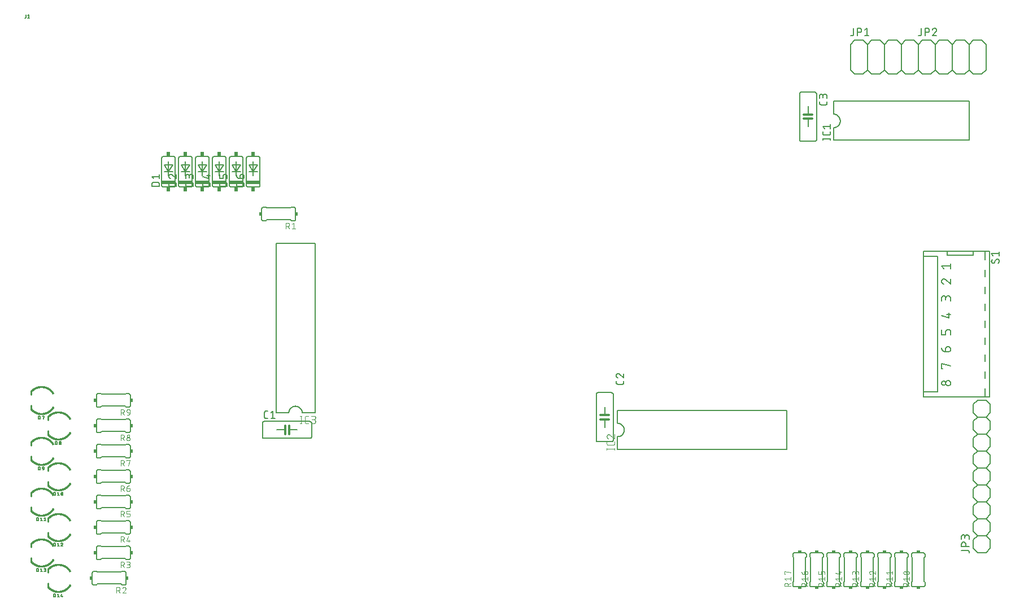
<source format=gbr>
G04 EAGLE Gerber RS-274X export*
G75*
%MOMM*%
%FSLAX34Y34*%
%LPD*%
%INSilkscreen Top*%
%IPPOS*%
%AMOC8*
5,1,8,0,0,1.08239X$1,22.5*%
G01*
%ADD10C,0.304800*%
%ADD11C,0.152400*%
%ADD12C,0.127000*%
%ADD13R,2.032000X0.508000*%
%ADD14R,0.508000X0.635000*%
%ADD15C,0.025400*%
%ADD16C,0.254000*%
%ADD17C,0.101600*%
%ADD18R,0.381000X0.508000*%
%ADD19R,0.508000X0.381000*%


D10*
X403352Y279400D02*
X403352Y273050D01*
X403352Y266700D01*
D11*
X403352Y273050D02*
X391160Y273050D01*
D10*
X409702Y273050D02*
X409702Y279400D01*
X409702Y273050D02*
X409702Y266700D01*
D11*
X409702Y273050D02*
X421640Y273050D01*
X369570Y283210D02*
X369570Y262890D01*
X372110Y260350D02*
X440690Y260350D01*
X443230Y262890D02*
X443230Y283210D01*
X440690Y285750D02*
X372110Y285750D01*
X440690Y285750D02*
X440790Y285748D01*
X440889Y285742D01*
X440989Y285732D01*
X441087Y285719D01*
X441186Y285701D01*
X441283Y285680D01*
X441379Y285655D01*
X441475Y285626D01*
X441569Y285593D01*
X441662Y285557D01*
X441753Y285517D01*
X441843Y285473D01*
X441931Y285426D01*
X442017Y285376D01*
X442101Y285322D01*
X442183Y285265D01*
X442262Y285205D01*
X442340Y285141D01*
X442414Y285075D01*
X442486Y285006D01*
X442555Y284934D01*
X442621Y284860D01*
X442685Y284782D01*
X442745Y284703D01*
X442802Y284621D01*
X442856Y284537D01*
X442906Y284451D01*
X442953Y284363D01*
X442997Y284273D01*
X443037Y284182D01*
X443073Y284089D01*
X443106Y283995D01*
X443135Y283899D01*
X443160Y283803D01*
X443181Y283706D01*
X443199Y283607D01*
X443212Y283509D01*
X443222Y283409D01*
X443228Y283310D01*
X443230Y283210D01*
X443230Y262890D02*
X443228Y262790D01*
X443222Y262691D01*
X443212Y262591D01*
X443199Y262493D01*
X443181Y262394D01*
X443160Y262297D01*
X443135Y262201D01*
X443106Y262105D01*
X443073Y262011D01*
X443037Y261918D01*
X442997Y261827D01*
X442953Y261737D01*
X442906Y261649D01*
X442856Y261563D01*
X442802Y261479D01*
X442745Y261397D01*
X442685Y261318D01*
X442621Y261240D01*
X442555Y261166D01*
X442486Y261094D01*
X442414Y261025D01*
X442340Y260959D01*
X442262Y260895D01*
X442183Y260835D01*
X442101Y260778D01*
X442017Y260724D01*
X441931Y260674D01*
X441843Y260627D01*
X441753Y260583D01*
X441662Y260543D01*
X441569Y260507D01*
X441475Y260474D01*
X441379Y260445D01*
X441283Y260420D01*
X441186Y260399D01*
X441087Y260381D01*
X440989Y260368D01*
X440889Y260358D01*
X440790Y260352D01*
X440690Y260350D01*
X372110Y260350D02*
X372010Y260352D01*
X371911Y260358D01*
X371811Y260368D01*
X371713Y260381D01*
X371614Y260399D01*
X371517Y260420D01*
X371421Y260445D01*
X371325Y260474D01*
X371231Y260507D01*
X371138Y260543D01*
X371047Y260583D01*
X370957Y260627D01*
X370869Y260674D01*
X370783Y260724D01*
X370699Y260778D01*
X370617Y260835D01*
X370538Y260895D01*
X370460Y260959D01*
X370386Y261025D01*
X370314Y261094D01*
X370245Y261166D01*
X370179Y261240D01*
X370115Y261318D01*
X370055Y261397D01*
X369998Y261479D01*
X369944Y261563D01*
X369894Y261649D01*
X369847Y261737D01*
X369803Y261827D01*
X369763Y261918D01*
X369727Y262011D01*
X369694Y262105D01*
X369665Y262201D01*
X369640Y262297D01*
X369619Y262394D01*
X369601Y262493D01*
X369588Y262591D01*
X369578Y262691D01*
X369572Y262790D01*
X369570Y262890D01*
X369570Y283210D02*
X369572Y283310D01*
X369578Y283409D01*
X369588Y283509D01*
X369601Y283607D01*
X369619Y283706D01*
X369640Y283803D01*
X369665Y283899D01*
X369694Y283995D01*
X369727Y284089D01*
X369763Y284182D01*
X369803Y284273D01*
X369847Y284363D01*
X369894Y284451D01*
X369944Y284537D01*
X369998Y284621D01*
X370055Y284703D01*
X370115Y284782D01*
X370179Y284860D01*
X370245Y284934D01*
X370314Y285006D01*
X370386Y285075D01*
X370460Y285141D01*
X370538Y285205D01*
X370617Y285265D01*
X370699Y285322D01*
X370783Y285376D01*
X370869Y285426D01*
X370957Y285473D01*
X371047Y285517D01*
X371138Y285557D01*
X371231Y285593D01*
X371325Y285626D01*
X371421Y285655D01*
X371517Y285680D01*
X371614Y285701D01*
X371713Y285719D01*
X371811Y285732D01*
X371911Y285742D01*
X372010Y285748D01*
X372110Y285750D01*
D12*
X375285Y290195D02*
X377825Y290195D01*
X375285Y290195D02*
X375185Y290197D01*
X375086Y290203D01*
X374986Y290213D01*
X374888Y290226D01*
X374789Y290244D01*
X374692Y290265D01*
X374596Y290290D01*
X374500Y290319D01*
X374406Y290352D01*
X374313Y290388D01*
X374222Y290428D01*
X374132Y290472D01*
X374044Y290519D01*
X373958Y290569D01*
X373874Y290623D01*
X373792Y290680D01*
X373713Y290740D01*
X373635Y290804D01*
X373561Y290870D01*
X373489Y290939D01*
X373420Y291011D01*
X373354Y291085D01*
X373290Y291163D01*
X373230Y291242D01*
X373173Y291324D01*
X373119Y291408D01*
X373069Y291494D01*
X373022Y291582D01*
X372978Y291672D01*
X372938Y291763D01*
X372902Y291856D01*
X372869Y291950D01*
X372840Y292046D01*
X372815Y292142D01*
X372794Y292239D01*
X372776Y292338D01*
X372763Y292436D01*
X372753Y292536D01*
X372747Y292635D01*
X372745Y292735D01*
X372745Y299085D01*
X372747Y299185D01*
X372753Y299284D01*
X372763Y299384D01*
X372776Y299482D01*
X372794Y299581D01*
X372815Y299678D01*
X372840Y299774D01*
X372869Y299870D01*
X372902Y299964D01*
X372938Y300057D01*
X372978Y300148D01*
X373022Y300238D01*
X373069Y300326D01*
X373119Y300412D01*
X373173Y300496D01*
X373230Y300578D01*
X373290Y300657D01*
X373354Y300735D01*
X373420Y300809D01*
X373489Y300881D01*
X373561Y300950D01*
X373635Y301016D01*
X373713Y301080D01*
X373792Y301140D01*
X373874Y301197D01*
X373958Y301251D01*
X374044Y301301D01*
X374132Y301348D01*
X374222Y301392D01*
X374313Y301432D01*
X374406Y301468D01*
X374500Y301501D01*
X374596Y301530D01*
X374692Y301555D01*
X374789Y301576D01*
X374888Y301594D01*
X374986Y301607D01*
X375086Y301617D01*
X375185Y301623D01*
X375285Y301625D01*
X377825Y301625D01*
X382307Y299085D02*
X385482Y301625D01*
X385482Y290195D01*
X382307Y290195D02*
X388657Y290195D01*
D10*
X882650Y295148D02*
X889000Y295148D01*
X882650Y295148D02*
X876300Y295148D01*
D11*
X882650Y295148D02*
X882650Y307340D01*
D10*
X882650Y288798D02*
X889000Y288798D01*
X882650Y288798D02*
X876300Y288798D01*
D11*
X882650Y288798D02*
X882650Y276860D01*
X892810Y328930D02*
X872490Y328930D01*
X869950Y326390D02*
X869950Y257810D01*
X872490Y255270D02*
X892810Y255270D01*
X895350Y257810D02*
X895350Y326390D01*
X895350Y257810D02*
X895348Y257710D01*
X895342Y257611D01*
X895332Y257511D01*
X895319Y257413D01*
X895301Y257314D01*
X895280Y257217D01*
X895255Y257121D01*
X895226Y257025D01*
X895193Y256931D01*
X895157Y256838D01*
X895117Y256747D01*
X895073Y256657D01*
X895026Y256569D01*
X894976Y256483D01*
X894922Y256399D01*
X894865Y256317D01*
X894805Y256238D01*
X894741Y256160D01*
X894675Y256086D01*
X894606Y256014D01*
X894534Y255945D01*
X894460Y255879D01*
X894382Y255815D01*
X894303Y255755D01*
X894221Y255698D01*
X894137Y255644D01*
X894051Y255594D01*
X893963Y255547D01*
X893873Y255503D01*
X893782Y255463D01*
X893689Y255427D01*
X893595Y255394D01*
X893499Y255365D01*
X893403Y255340D01*
X893306Y255319D01*
X893207Y255301D01*
X893109Y255288D01*
X893009Y255278D01*
X892910Y255272D01*
X892810Y255270D01*
X872490Y255270D02*
X872390Y255272D01*
X872291Y255278D01*
X872191Y255288D01*
X872093Y255301D01*
X871994Y255319D01*
X871897Y255340D01*
X871801Y255365D01*
X871705Y255394D01*
X871611Y255427D01*
X871518Y255463D01*
X871427Y255503D01*
X871337Y255547D01*
X871249Y255594D01*
X871163Y255644D01*
X871079Y255698D01*
X870997Y255755D01*
X870918Y255815D01*
X870840Y255879D01*
X870766Y255945D01*
X870694Y256014D01*
X870625Y256086D01*
X870559Y256160D01*
X870495Y256238D01*
X870435Y256317D01*
X870378Y256399D01*
X870324Y256483D01*
X870274Y256569D01*
X870227Y256657D01*
X870183Y256747D01*
X870143Y256838D01*
X870107Y256931D01*
X870074Y257025D01*
X870045Y257121D01*
X870020Y257217D01*
X869999Y257314D01*
X869981Y257413D01*
X869968Y257511D01*
X869958Y257611D01*
X869952Y257710D01*
X869950Y257810D01*
X869950Y326390D02*
X869952Y326490D01*
X869958Y326589D01*
X869968Y326689D01*
X869981Y326787D01*
X869999Y326886D01*
X870020Y326983D01*
X870045Y327079D01*
X870074Y327175D01*
X870107Y327269D01*
X870143Y327362D01*
X870183Y327453D01*
X870227Y327543D01*
X870274Y327631D01*
X870324Y327717D01*
X870378Y327801D01*
X870435Y327883D01*
X870495Y327962D01*
X870559Y328040D01*
X870625Y328114D01*
X870694Y328186D01*
X870766Y328255D01*
X870840Y328321D01*
X870918Y328385D01*
X870997Y328445D01*
X871079Y328502D01*
X871163Y328556D01*
X871249Y328606D01*
X871337Y328653D01*
X871427Y328697D01*
X871518Y328737D01*
X871611Y328773D01*
X871705Y328806D01*
X871801Y328835D01*
X871897Y328860D01*
X871994Y328881D01*
X872093Y328899D01*
X872191Y328912D01*
X872291Y328922D01*
X872390Y328928D01*
X872490Y328930D01*
X892810Y328930D02*
X892910Y328928D01*
X893009Y328922D01*
X893109Y328912D01*
X893207Y328899D01*
X893306Y328881D01*
X893403Y328860D01*
X893499Y328835D01*
X893595Y328806D01*
X893689Y328773D01*
X893782Y328737D01*
X893873Y328697D01*
X893963Y328653D01*
X894051Y328606D01*
X894137Y328556D01*
X894221Y328502D01*
X894303Y328445D01*
X894382Y328385D01*
X894460Y328321D01*
X894534Y328255D01*
X894606Y328186D01*
X894675Y328114D01*
X894741Y328040D01*
X894805Y327962D01*
X894865Y327883D01*
X894922Y327801D01*
X894976Y327717D01*
X895026Y327631D01*
X895073Y327543D01*
X895117Y327453D01*
X895157Y327362D01*
X895193Y327269D01*
X895226Y327175D01*
X895255Y327079D01*
X895280Y326983D01*
X895301Y326886D01*
X895319Y326787D01*
X895332Y326689D01*
X895342Y326589D01*
X895348Y326490D01*
X895350Y326390D01*
D12*
X911225Y344133D02*
X911225Y346673D01*
X911225Y344133D02*
X911223Y344033D01*
X911217Y343934D01*
X911207Y343834D01*
X911194Y343736D01*
X911176Y343637D01*
X911155Y343540D01*
X911130Y343444D01*
X911101Y343348D01*
X911068Y343254D01*
X911032Y343161D01*
X910992Y343070D01*
X910948Y342980D01*
X910901Y342892D01*
X910851Y342806D01*
X910797Y342722D01*
X910740Y342640D01*
X910680Y342561D01*
X910616Y342483D01*
X910550Y342409D01*
X910481Y342337D01*
X910409Y342268D01*
X910335Y342202D01*
X910257Y342138D01*
X910178Y342078D01*
X910096Y342021D01*
X910012Y341967D01*
X909926Y341917D01*
X909838Y341870D01*
X909748Y341826D01*
X909657Y341786D01*
X909564Y341750D01*
X909470Y341717D01*
X909374Y341688D01*
X909278Y341663D01*
X909181Y341642D01*
X909082Y341624D01*
X908984Y341611D01*
X908884Y341601D01*
X908785Y341595D01*
X908685Y341593D01*
X902335Y341593D01*
X902235Y341595D01*
X902136Y341601D01*
X902036Y341611D01*
X901938Y341624D01*
X901839Y341642D01*
X901742Y341663D01*
X901646Y341688D01*
X901550Y341717D01*
X901456Y341750D01*
X901363Y341786D01*
X901272Y341826D01*
X901182Y341870D01*
X901094Y341917D01*
X901008Y341967D01*
X900924Y342021D01*
X900842Y342078D01*
X900763Y342138D01*
X900685Y342202D01*
X900611Y342268D01*
X900539Y342337D01*
X900470Y342409D01*
X900404Y342483D01*
X900340Y342561D01*
X900280Y342640D01*
X900223Y342722D01*
X900169Y342806D01*
X900119Y342892D01*
X900072Y342980D01*
X900028Y343070D01*
X899988Y343161D01*
X899952Y343254D01*
X899919Y343348D01*
X899890Y343444D01*
X899865Y343540D01*
X899844Y343637D01*
X899826Y343736D01*
X899813Y343834D01*
X899803Y343934D01*
X899797Y344033D01*
X899795Y344133D01*
X899795Y346673D01*
X899795Y354648D02*
X899797Y354752D01*
X899803Y354857D01*
X899812Y354961D01*
X899825Y355064D01*
X899843Y355167D01*
X899863Y355269D01*
X899888Y355371D01*
X899916Y355471D01*
X899948Y355571D01*
X899984Y355669D01*
X900023Y355766D01*
X900065Y355861D01*
X900111Y355955D01*
X900161Y356047D01*
X900213Y356137D01*
X900269Y356225D01*
X900329Y356311D01*
X900391Y356395D01*
X900456Y356476D01*
X900524Y356555D01*
X900596Y356632D01*
X900669Y356705D01*
X900746Y356777D01*
X900825Y356845D01*
X900906Y356910D01*
X900990Y356972D01*
X901076Y357032D01*
X901164Y357088D01*
X901254Y357140D01*
X901346Y357190D01*
X901440Y357236D01*
X901535Y357278D01*
X901632Y357317D01*
X901730Y357353D01*
X901830Y357385D01*
X901930Y357413D01*
X902032Y357438D01*
X902134Y357458D01*
X902237Y357476D01*
X902340Y357489D01*
X902444Y357498D01*
X902549Y357504D01*
X902653Y357506D01*
X899795Y354648D02*
X899797Y354530D01*
X899803Y354411D01*
X899812Y354293D01*
X899825Y354176D01*
X899843Y354059D01*
X899863Y353942D01*
X899888Y353826D01*
X899916Y353711D01*
X899949Y353598D01*
X899984Y353485D01*
X900024Y353373D01*
X900066Y353263D01*
X900113Y353154D01*
X900163Y353046D01*
X900216Y352941D01*
X900273Y352837D01*
X900333Y352735D01*
X900396Y352635D01*
X900463Y352537D01*
X900532Y352441D01*
X900605Y352348D01*
X900681Y352257D01*
X900759Y352168D01*
X900841Y352082D01*
X900925Y351999D01*
X901011Y351918D01*
X901101Y351841D01*
X901192Y351766D01*
X901286Y351694D01*
X901383Y351625D01*
X901481Y351560D01*
X901582Y351497D01*
X901685Y351438D01*
X901789Y351382D01*
X901895Y351330D01*
X902003Y351281D01*
X902112Y351236D01*
X902223Y351194D01*
X902335Y351156D01*
X904875Y356553D02*
X904800Y356629D01*
X904721Y356704D01*
X904640Y356775D01*
X904556Y356844D01*
X904470Y356909D01*
X904382Y356971D01*
X904292Y357031D01*
X904200Y357087D01*
X904105Y357140D01*
X904009Y357189D01*
X903911Y357235D01*
X903812Y357278D01*
X903711Y357317D01*
X903609Y357352D01*
X903506Y357384D01*
X903402Y357412D01*
X903297Y357437D01*
X903190Y357458D01*
X903084Y357475D01*
X902977Y357488D01*
X902869Y357497D01*
X902761Y357503D01*
X902653Y357505D01*
X904875Y356553D02*
X911225Y351155D01*
X911225Y357505D01*
D10*
X1187450Y745998D02*
X1193800Y745998D01*
X1187450Y745998D02*
X1181100Y745998D01*
D11*
X1187450Y745998D02*
X1187450Y758190D01*
D10*
X1187450Y739648D02*
X1193800Y739648D01*
X1187450Y739648D02*
X1181100Y739648D01*
D11*
X1187450Y739648D02*
X1187450Y727710D01*
X1197610Y779780D02*
X1177290Y779780D01*
X1174750Y777240D02*
X1174750Y708660D01*
X1177290Y706120D02*
X1197610Y706120D01*
X1200150Y708660D02*
X1200150Y777240D01*
X1200150Y708660D02*
X1200148Y708560D01*
X1200142Y708461D01*
X1200132Y708361D01*
X1200119Y708263D01*
X1200101Y708164D01*
X1200080Y708067D01*
X1200055Y707971D01*
X1200026Y707875D01*
X1199993Y707781D01*
X1199957Y707688D01*
X1199917Y707597D01*
X1199873Y707507D01*
X1199826Y707419D01*
X1199776Y707333D01*
X1199722Y707249D01*
X1199665Y707167D01*
X1199605Y707088D01*
X1199541Y707010D01*
X1199475Y706936D01*
X1199406Y706864D01*
X1199334Y706795D01*
X1199260Y706729D01*
X1199182Y706665D01*
X1199103Y706605D01*
X1199021Y706548D01*
X1198937Y706494D01*
X1198851Y706444D01*
X1198763Y706397D01*
X1198673Y706353D01*
X1198582Y706313D01*
X1198489Y706277D01*
X1198395Y706244D01*
X1198299Y706215D01*
X1198203Y706190D01*
X1198106Y706169D01*
X1198007Y706151D01*
X1197909Y706138D01*
X1197809Y706128D01*
X1197710Y706122D01*
X1197610Y706120D01*
X1177290Y706120D02*
X1177190Y706122D01*
X1177091Y706128D01*
X1176991Y706138D01*
X1176893Y706151D01*
X1176794Y706169D01*
X1176697Y706190D01*
X1176601Y706215D01*
X1176505Y706244D01*
X1176411Y706277D01*
X1176318Y706313D01*
X1176227Y706353D01*
X1176137Y706397D01*
X1176049Y706444D01*
X1175963Y706494D01*
X1175879Y706548D01*
X1175797Y706605D01*
X1175718Y706665D01*
X1175640Y706729D01*
X1175566Y706795D01*
X1175494Y706864D01*
X1175425Y706936D01*
X1175359Y707010D01*
X1175295Y707088D01*
X1175235Y707167D01*
X1175178Y707249D01*
X1175124Y707333D01*
X1175074Y707419D01*
X1175027Y707507D01*
X1174983Y707597D01*
X1174943Y707688D01*
X1174907Y707781D01*
X1174874Y707875D01*
X1174845Y707971D01*
X1174820Y708067D01*
X1174799Y708164D01*
X1174781Y708263D01*
X1174768Y708361D01*
X1174758Y708461D01*
X1174752Y708560D01*
X1174750Y708660D01*
X1174750Y777240D02*
X1174752Y777340D01*
X1174758Y777439D01*
X1174768Y777539D01*
X1174781Y777637D01*
X1174799Y777736D01*
X1174820Y777833D01*
X1174845Y777929D01*
X1174874Y778025D01*
X1174907Y778119D01*
X1174943Y778212D01*
X1174983Y778303D01*
X1175027Y778393D01*
X1175074Y778481D01*
X1175124Y778567D01*
X1175178Y778651D01*
X1175235Y778733D01*
X1175295Y778812D01*
X1175359Y778890D01*
X1175425Y778964D01*
X1175494Y779036D01*
X1175566Y779105D01*
X1175640Y779171D01*
X1175718Y779235D01*
X1175797Y779295D01*
X1175879Y779352D01*
X1175963Y779406D01*
X1176049Y779456D01*
X1176137Y779503D01*
X1176227Y779547D01*
X1176318Y779587D01*
X1176411Y779623D01*
X1176505Y779656D01*
X1176601Y779685D01*
X1176697Y779710D01*
X1176794Y779731D01*
X1176893Y779749D01*
X1176991Y779762D01*
X1177091Y779772D01*
X1177190Y779778D01*
X1177290Y779780D01*
X1197610Y779780D02*
X1197710Y779778D01*
X1197809Y779772D01*
X1197909Y779762D01*
X1198007Y779749D01*
X1198106Y779731D01*
X1198203Y779710D01*
X1198299Y779685D01*
X1198395Y779656D01*
X1198489Y779623D01*
X1198582Y779587D01*
X1198673Y779547D01*
X1198763Y779503D01*
X1198851Y779456D01*
X1198937Y779406D01*
X1199021Y779352D01*
X1199103Y779295D01*
X1199182Y779235D01*
X1199260Y779171D01*
X1199334Y779105D01*
X1199406Y779036D01*
X1199475Y778964D01*
X1199541Y778890D01*
X1199605Y778812D01*
X1199665Y778733D01*
X1199722Y778651D01*
X1199776Y778567D01*
X1199826Y778481D01*
X1199873Y778393D01*
X1199917Y778303D01*
X1199957Y778212D01*
X1199993Y778119D01*
X1200026Y778025D01*
X1200055Y777929D01*
X1200080Y777833D01*
X1200101Y777736D01*
X1200119Y777637D01*
X1200132Y777539D01*
X1200142Y777439D01*
X1200148Y777340D01*
X1200150Y777240D01*
D12*
X1216025Y765773D02*
X1216025Y763233D01*
X1216023Y763133D01*
X1216017Y763034D01*
X1216007Y762934D01*
X1215994Y762836D01*
X1215976Y762737D01*
X1215955Y762640D01*
X1215930Y762544D01*
X1215901Y762448D01*
X1215868Y762354D01*
X1215832Y762261D01*
X1215792Y762170D01*
X1215748Y762080D01*
X1215701Y761992D01*
X1215651Y761906D01*
X1215597Y761822D01*
X1215540Y761740D01*
X1215480Y761661D01*
X1215416Y761583D01*
X1215350Y761509D01*
X1215281Y761437D01*
X1215209Y761368D01*
X1215135Y761302D01*
X1215057Y761238D01*
X1214978Y761178D01*
X1214896Y761121D01*
X1214812Y761067D01*
X1214726Y761017D01*
X1214638Y760970D01*
X1214548Y760926D01*
X1214457Y760886D01*
X1214364Y760850D01*
X1214270Y760817D01*
X1214174Y760788D01*
X1214078Y760763D01*
X1213981Y760742D01*
X1213882Y760724D01*
X1213784Y760711D01*
X1213684Y760701D01*
X1213585Y760695D01*
X1213485Y760693D01*
X1207135Y760693D01*
X1207035Y760695D01*
X1206936Y760701D01*
X1206836Y760711D01*
X1206738Y760724D01*
X1206639Y760742D01*
X1206542Y760763D01*
X1206446Y760788D01*
X1206350Y760817D01*
X1206256Y760850D01*
X1206163Y760886D01*
X1206072Y760926D01*
X1205982Y760970D01*
X1205894Y761017D01*
X1205808Y761067D01*
X1205724Y761121D01*
X1205642Y761178D01*
X1205563Y761238D01*
X1205485Y761302D01*
X1205411Y761368D01*
X1205339Y761437D01*
X1205270Y761509D01*
X1205204Y761583D01*
X1205140Y761661D01*
X1205080Y761740D01*
X1205023Y761822D01*
X1204969Y761906D01*
X1204919Y761992D01*
X1204872Y762080D01*
X1204828Y762170D01*
X1204788Y762261D01*
X1204752Y762354D01*
X1204719Y762448D01*
X1204690Y762544D01*
X1204665Y762640D01*
X1204644Y762737D01*
X1204626Y762836D01*
X1204613Y762934D01*
X1204603Y763034D01*
X1204597Y763133D01*
X1204595Y763233D01*
X1204595Y765773D01*
X1216025Y770255D02*
X1216025Y773430D01*
X1216023Y773541D01*
X1216017Y773651D01*
X1216008Y773762D01*
X1215994Y773872D01*
X1215977Y773981D01*
X1215956Y774090D01*
X1215931Y774198D01*
X1215902Y774305D01*
X1215870Y774411D01*
X1215834Y774516D01*
X1215794Y774619D01*
X1215751Y774721D01*
X1215704Y774822D01*
X1215653Y774921D01*
X1215600Y775018D01*
X1215543Y775112D01*
X1215482Y775205D01*
X1215419Y775296D01*
X1215352Y775385D01*
X1215282Y775471D01*
X1215209Y775554D01*
X1215134Y775636D01*
X1215056Y775714D01*
X1214974Y775789D01*
X1214891Y775862D01*
X1214805Y775932D01*
X1214716Y775999D01*
X1214625Y776062D01*
X1214532Y776123D01*
X1214438Y776180D01*
X1214341Y776233D01*
X1214242Y776284D01*
X1214141Y776331D01*
X1214039Y776374D01*
X1213936Y776414D01*
X1213831Y776450D01*
X1213725Y776482D01*
X1213618Y776511D01*
X1213510Y776536D01*
X1213401Y776557D01*
X1213292Y776574D01*
X1213182Y776588D01*
X1213071Y776597D01*
X1212961Y776603D01*
X1212850Y776605D01*
X1212739Y776603D01*
X1212629Y776597D01*
X1212518Y776588D01*
X1212408Y776574D01*
X1212299Y776557D01*
X1212190Y776536D01*
X1212082Y776511D01*
X1211975Y776482D01*
X1211869Y776450D01*
X1211764Y776414D01*
X1211661Y776374D01*
X1211559Y776331D01*
X1211458Y776284D01*
X1211359Y776233D01*
X1211263Y776180D01*
X1211168Y776123D01*
X1211075Y776062D01*
X1210984Y775999D01*
X1210895Y775932D01*
X1210809Y775862D01*
X1210726Y775789D01*
X1210644Y775714D01*
X1210566Y775636D01*
X1210491Y775554D01*
X1210418Y775471D01*
X1210348Y775385D01*
X1210281Y775296D01*
X1210218Y775205D01*
X1210157Y775112D01*
X1210100Y775018D01*
X1210047Y774921D01*
X1209996Y774822D01*
X1209949Y774721D01*
X1209906Y774619D01*
X1209866Y774516D01*
X1209830Y774411D01*
X1209798Y774305D01*
X1209769Y774198D01*
X1209744Y774090D01*
X1209723Y773981D01*
X1209706Y773872D01*
X1209692Y773762D01*
X1209683Y773651D01*
X1209677Y773541D01*
X1209675Y773430D01*
X1204595Y774065D02*
X1204595Y770255D01*
X1204595Y774065D02*
X1204597Y774165D01*
X1204603Y774264D01*
X1204613Y774364D01*
X1204626Y774462D01*
X1204644Y774561D01*
X1204665Y774658D01*
X1204690Y774754D01*
X1204719Y774850D01*
X1204752Y774944D01*
X1204788Y775037D01*
X1204828Y775128D01*
X1204872Y775218D01*
X1204919Y775306D01*
X1204969Y775392D01*
X1205023Y775476D01*
X1205080Y775558D01*
X1205140Y775637D01*
X1205204Y775715D01*
X1205270Y775789D01*
X1205339Y775861D01*
X1205411Y775930D01*
X1205485Y775996D01*
X1205563Y776060D01*
X1205642Y776120D01*
X1205724Y776177D01*
X1205808Y776231D01*
X1205894Y776281D01*
X1205982Y776328D01*
X1206072Y776372D01*
X1206163Y776412D01*
X1206256Y776448D01*
X1206350Y776481D01*
X1206446Y776510D01*
X1206542Y776535D01*
X1206639Y776556D01*
X1206738Y776574D01*
X1206836Y776587D01*
X1206936Y776597D01*
X1207035Y776603D01*
X1207135Y776605D01*
X1207235Y776603D01*
X1207334Y776597D01*
X1207434Y776587D01*
X1207532Y776574D01*
X1207631Y776556D01*
X1207728Y776535D01*
X1207824Y776510D01*
X1207920Y776481D01*
X1208014Y776448D01*
X1208107Y776412D01*
X1208198Y776372D01*
X1208288Y776328D01*
X1208376Y776281D01*
X1208462Y776231D01*
X1208546Y776177D01*
X1208628Y776120D01*
X1208707Y776060D01*
X1208785Y775996D01*
X1208859Y775930D01*
X1208931Y775861D01*
X1209000Y775789D01*
X1209066Y775715D01*
X1209130Y775637D01*
X1209190Y775558D01*
X1209247Y775476D01*
X1209301Y775392D01*
X1209351Y775306D01*
X1209398Y775218D01*
X1209442Y775128D01*
X1209482Y775037D01*
X1209518Y774944D01*
X1209551Y774850D01*
X1209580Y774754D01*
X1209605Y774658D01*
X1209626Y774561D01*
X1209644Y774462D01*
X1209657Y774364D01*
X1209667Y774264D01*
X1209673Y774165D01*
X1209675Y774065D01*
X1209675Y771525D01*
D11*
X228600Y660400D02*
X228600Y654050D01*
X222250Y670560D02*
X234950Y670560D01*
X228600Y660400D01*
X228600Y675640D01*
X222250Y670560D02*
X228600Y660400D01*
X222250Y660400D01*
X228600Y660400D02*
X234950Y660400D01*
X218440Y680720D02*
X218442Y680820D01*
X218448Y680919D01*
X218458Y681019D01*
X218471Y681117D01*
X218489Y681216D01*
X218510Y681313D01*
X218535Y681409D01*
X218564Y681505D01*
X218597Y681599D01*
X218633Y681692D01*
X218673Y681783D01*
X218717Y681873D01*
X218764Y681961D01*
X218814Y682047D01*
X218868Y682131D01*
X218925Y682213D01*
X218985Y682292D01*
X219049Y682370D01*
X219115Y682444D01*
X219184Y682516D01*
X219256Y682585D01*
X219330Y682651D01*
X219408Y682715D01*
X219487Y682775D01*
X219569Y682832D01*
X219653Y682886D01*
X219739Y682936D01*
X219827Y682983D01*
X219917Y683027D01*
X220008Y683067D01*
X220101Y683103D01*
X220195Y683136D01*
X220291Y683165D01*
X220387Y683190D01*
X220484Y683211D01*
X220583Y683229D01*
X220681Y683242D01*
X220781Y683252D01*
X220880Y683258D01*
X220980Y683260D01*
X236220Y683260D01*
X236320Y683258D01*
X236419Y683252D01*
X236519Y683242D01*
X236617Y683229D01*
X236716Y683211D01*
X236813Y683190D01*
X236909Y683165D01*
X237005Y683136D01*
X237099Y683103D01*
X237192Y683067D01*
X237283Y683027D01*
X237373Y682983D01*
X237461Y682936D01*
X237547Y682886D01*
X237631Y682832D01*
X237713Y682775D01*
X237792Y682715D01*
X237870Y682651D01*
X237944Y682585D01*
X238016Y682516D01*
X238085Y682444D01*
X238151Y682370D01*
X238215Y682292D01*
X238275Y682213D01*
X238332Y682131D01*
X238386Y682047D01*
X238436Y681961D01*
X238483Y681873D01*
X238527Y681783D01*
X238567Y681692D01*
X238603Y681599D01*
X238636Y681505D01*
X238665Y681409D01*
X238690Y681313D01*
X238711Y681216D01*
X238729Y681117D01*
X238742Y681019D01*
X238752Y680919D01*
X238758Y680820D01*
X238760Y680720D01*
X218440Y640080D02*
X218442Y639980D01*
X218448Y639881D01*
X218458Y639781D01*
X218471Y639683D01*
X218489Y639584D01*
X218510Y639487D01*
X218535Y639391D01*
X218564Y639295D01*
X218597Y639201D01*
X218633Y639108D01*
X218673Y639017D01*
X218717Y638927D01*
X218764Y638839D01*
X218814Y638753D01*
X218868Y638669D01*
X218925Y638587D01*
X218985Y638508D01*
X219049Y638430D01*
X219115Y638356D01*
X219184Y638284D01*
X219256Y638215D01*
X219330Y638149D01*
X219408Y638085D01*
X219487Y638025D01*
X219569Y637968D01*
X219653Y637914D01*
X219739Y637864D01*
X219827Y637817D01*
X219917Y637773D01*
X220008Y637733D01*
X220101Y637697D01*
X220195Y637664D01*
X220291Y637635D01*
X220387Y637610D01*
X220484Y637589D01*
X220583Y637571D01*
X220681Y637558D01*
X220781Y637548D01*
X220880Y637542D01*
X220980Y637540D01*
X236220Y637540D02*
X236320Y637542D01*
X236419Y637548D01*
X236519Y637558D01*
X236617Y637571D01*
X236716Y637589D01*
X236813Y637610D01*
X236909Y637635D01*
X237005Y637664D01*
X237099Y637697D01*
X237192Y637733D01*
X237283Y637773D01*
X237373Y637817D01*
X237461Y637864D01*
X237547Y637914D01*
X237631Y637968D01*
X237713Y638025D01*
X237792Y638085D01*
X237870Y638149D01*
X237944Y638215D01*
X238016Y638284D01*
X238085Y638356D01*
X238151Y638430D01*
X238215Y638508D01*
X238275Y638587D01*
X238332Y638669D01*
X238386Y638753D01*
X238436Y638839D01*
X238483Y638927D01*
X238527Y639017D01*
X238567Y639108D01*
X238603Y639201D01*
X238636Y639295D01*
X238665Y639391D01*
X238690Y639487D01*
X238711Y639584D01*
X238729Y639683D01*
X238742Y639781D01*
X238752Y639881D01*
X238758Y639980D01*
X238760Y640080D01*
X238760Y680720D01*
X236220Y637540D02*
X220980Y637540D01*
X218440Y640080D02*
X218440Y680720D01*
D13*
X228600Y643890D03*
D14*
X228600Y686435D03*
X228600Y634365D03*
D12*
X215265Y638175D02*
X203835Y638175D01*
X203835Y641350D01*
X203837Y641461D01*
X203843Y641571D01*
X203852Y641682D01*
X203866Y641792D01*
X203883Y641901D01*
X203904Y642010D01*
X203929Y642118D01*
X203958Y642225D01*
X203990Y642331D01*
X204026Y642436D01*
X204066Y642539D01*
X204109Y642641D01*
X204156Y642742D01*
X204207Y642841D01*
X204260Y642938D01*
X204317Y643032D01*
X204378Y643125D01*
X204441Y643216D01*
X204508Y643305D01*
X204578Y643391D01*
X204651Y643474D01*
X204726Y643556D01*
X204804Y643634D01*
X204886Y643709D01*
X204969Y643782D01*
X205055Y643852D01*
X205144Y643919D01*
X205235Y643982D01*
X205328Y644043D01*
X205423Y644100D01*
X205519Y644153D01*
X205618Y644204D01*
X205719Y644251D01*
X205821Y644294D01*
X205924Y644334D01*
X206029Y644370D01*
X206135Y644402D01*
X206242Y644431D01*
X206350Y644456D01*
X206459Y644477D01*
X206568Y644494D01*
X206678Y644508D01*
X206789Y644517D01*
X206899Y644523D01*
X207010Y644525D01*
X212090Y644525D01*
X212201Y644523D01*
X212311Y644517D01*
X212422Y644508D01*
X212532Y644494D01*
X212641Y644477D01*
X212750Y644456D01*
X212858Y644431D01*
X212965Y644402D01*
X213071Y644370D01*
X213176Y644334D01*
X213279Y644294D01*
X213381Y644251D01*
X213482Y644204D01*
X213581Y644153D01*
X213678Y644100D01*
X213772Y644043D01*
X213865Y643982D01*
X213956Y643919D01*
X214045Y643852D01*
X214131Y643782D01*
X214214Y643709D01*
X214296Y643634D01*
X214374Y643556D01*
X214449Y643474D01*
X214522Y643391D01*
X214592Y643305D01*
X214659Y643216D01*
X214722Y643125D01*
X214783Y643032D01*
X214840Y642938D01*
X214893Y642841D01*
X214944Y642742D01*
X214991Y642641D01*
X215034Y642539D01*
X215074Y642436D01*
X215110Y642331D01*
X215142Y642225D01*
X215171Y642118D01*
X215196Y642010D01*
X215217Y641901D01*
X215234Y641792D01*
X215248Y641682D01*
X215257Y641571D01*
X215263Y641461D01*
X215265Y641350D01*
X215265Y638175D01*
X206375Y649986D02*
X203835Y653161D01*
X215265Y653161D01*
X215265Y649986D02*
X215265Y656336D01*
D15*
X47094Y189362D02*
X48850Y190826D01*
X48850Y190825D02*
X49151Y190478D01*
X49460Y190138D01*
X49777Y189805D01*
X50102Y189480D01*
X50434Y189163D01*
X50774Y188854D01*
X51122Y188553D01*
X51476Y188260D01*
X51838Y187977D01*
X52206Y187702D01*
X52581Y187435D01*
X52962Y187178D01*
X53349Y186930D01*
X53741Y186692D01*
X54140Y186463D01*
X54544Y186243D01*
X54952Y186033D01*
X55366Y185833D01*
X55785Y185643D01*
X56208Y185464D01*
X56635Y185294D01*
X57066Y185135D01*
X57501Y184986D01*
X57939Y184847D01*
X58380Y184719D01*
X58825Y184602D01*
X59272Y184495D01*
X59721Y184399D01*
X60173Y184314D01*
X60626Y184240D01*
X61082Y184176D01*
X61538Y184124D01*
X61996Y184082D01*
X62454Y184052D01*
X62914Y184032D01*
X63373Y184023D01*
X63374Y181738D01*
X63373Y181737D01*
X62858Y181747D01*
X62343Y181768D01*
X61829Y181802D01*
X61316Y181848D01*
X60804Y181907D01*
X60294Y181978D01*
X59785Y182061D01*
X59279Y182156D01*
X58775Y182264D01*
X58274Y182383D01*
X57776Y182514D01*
X57281Y182658D01*
X56790Y182813D01*
X56302Y182980D01*
X55819Y183159D01*
X55340Y183349D01*
X54866Y183550D01*
X54397Y183763D01*
X53933Y183987D01*
X53474Y184222D01*
X53022Y184469D01*
X52575Y184725D01*
X52135Y184993D01*
X51701Y185271D01*
X51274Y185559D01*
X50854Y185858D01*
X50442Y186167D01*
X50036Y186485D01*
X49639Y186813D01*
X49250Y187150D01*
X48869Y187497D01*
X48496Y187853D01*
X48132Y188217D01*
X47777Y188590D01*
X47431Y188972D01*
X47094Y189362D01*
X47278Y189516D01*
X47611Y189130D01*
X47953Y188753D01*
X48305Y188384D01*
X48665Y188024D01*
X49033Y187672D01*
X49410Y187329D01*
X49795Y186996D01*
X50188Y186671D01*
X50588Y186357D01*
X50996Y186052D01*
X51411Y185756D01*
X51833Y185471D01*
X52262Y185196D01*
X52698Y184932D01*
X53139Y184678D01*
X53587Y184435D01*
X54040Y184202D01*
X54498Y183981D01*
X54962Y183770D01*
X55431Y183571D01*
X55905Y183383D01*
X56382Y183206D01*
X56864Y183041D01*
X57350Y182888D01*
X57839Y182746D01*
X58332Y182616D01*
X58827Y182498D01*
X59325Y182392D01*
X59826Y182297D01*
X60329Y182215D01*
X60833Y182145D01*
X61339Y182087D01*
X61847Y182042D01*
X62355Y182008D01*
X62864Y181987D01*
X63373Y181977D01*
X63373Y182217D01*
X62870Y182226D01*
X62367Y182248D01*
X61864Y182281D01*
X61363Y182326D01*
X60862Y182383D01*
X60364Y182453D01*
X59867Y182534D01*
X59372Y182627D01*
X58879Y182732D01*
X58390Y182849D01*
X57903Y182977D01*
X57419Y183117D01*
X56939Y183269D01*
X56463Y183432D01*
X55990Y183607D01*
X55522Y183793D01*
X55059Y183990D01*
X54600Y184198D01*
X54147Y184417D01*
X53699Y184647D01*
X53256Y184887D01*
X52820Y185138D01*
X52390Y185400D01*
X51966Y185672D01*
X51548Y185953D01*
X51138Y186245D01*
X50735Y186547D01*
X50339Y186858D01*
X49950Y187178D01*
X49570Y187508D01*
X49197Y187847D01*
X48833Y188194D01*
X48477Y188551D01*
X48130Y188915D01*
X47792Y189288D01*
X47462Y189669D01*
X47647Y189823D01*
X47972Y189446D01*
X48307Y189078D01*
X48650Y188717D01*
X49002Y188365D01*
X49362Y188022D01*
X49730Y187687D01*
X50106Y187361D01*
X50490Y187044D01*
X50881Y186737D01*
X51280Y186439D01*
X51686Y186150D01*
X52098Y185872D01*
X52517Y185603D01*
X52942Y185345D01*
X53374Y185097D01*
X53811Y184859D01*
X54254Y184632D01*
X54702Y184415D01*
X55155Y184210D01*
X55613Y184015D01*
X56076Y183831D01*
X56543Y183659D01*
X57014Y183497D01*
X57488Y183347D01*
X57966Y183209D01*
X58447Y183082D01*
X58931Y182966D01*
X59418Y182863D01*
X59907Y182770D01*
X60399Y182690D01*
X60891Y182622D01*
X61386Y182565D01*
X61882Y182520D01*
X62378Y182487D01*
X62876Y182466D01*
X63373Y182457D01*
X63373Y182697D01*
X62881Y182706D01*
X62390Y182727D01*
X61899Y182760D01*
X61409Y182804D01*
X60921Y182860D01*
X60433Y182928D01*
X59948Y183007D01*
X59465Y183098D01*
X58984Y183201D01*
X58505Y183315D01*
X58030Y183440D01*
X57557Y183577D01*
X57088Y183725D01*
X56623Y183885D01*
X56162Y184055D01*
X55704Y184237D01*
X55252Y184429D01*
X54804Y184633D01*
X54361Y184846D01*
X53923Y185071D01*
X53491Y185306D01*
X53065Y185551D01*
X52645Y185807D01*
X52230Y186072D01*
X51823Y186347D01*
X51422Y186632D01*
X51028Y186927D01*
X50641Y187231D01*
X50262Y187544D01*
X49890Y187866D01*
X49526Y188197D01*
X49170Y188536D01*
X48823Y188884D01*
X48483Y189240D01*
X48153Y189604D01*
X47831Y189977D01*
X48016Y190130D01*
X48333Y189763D01*
X48660Y189403D01*
X48995Y189051D01*
X49339Y188707D01*
X49690Y188371D01*
X50050Y188045D01*
X50417Y187726D01*
X50792Y187417D01*
X51175Y187117D01*
X51564Y186826D01*
X51960Y186544D01*
X52363Y186272D01*
X52772Y186010D01*
X53187Y185758D01*
X53609Y185515D01*
X54036Y185283D01*
X54468Y185061D01*
X54906Y184850D01*
X55348Y184649D01*
X55796Y184459D01*
X56247Y184279D01*
X56703Y184111D01*
X57163Y183953D01*
X57626Y183807D01*
X58093Y183672D01*
X58563Y183548D01*
X59036Y183435D01*
X59511Y183333D01*
X59989Y183244D01*
X60468Y183165D01*
X60950Y183098D01*
X61433Y183043D01*
X61917Y182999D01*
X62402Y182967D01*
X62887Y182946D01*
X63373Y182937D01*
X63373Y183177D01*
X62893Y183186D01*
X62413Y183207D01*
X61934Y183238D01*
X61456Y183282D01*
X60979Y183336D01*
X60503Y183403D01*
X60029Y183480D01*
X59558Y183569D01*
X59088Y183669D01*
X58621Y183781D01*
X58157Y183903D01*
X57695Y184037D01*
X57238Y184182D01*
X56783Y184337D01*
X56333Y184504D01*
X55887Y184681D01*
X55445Y184869D01*
X55007Y185067D01*
X54575Y185276D01*
X54148Y185495D01*
X53726Y185725D01*
X53310Y185964D01*
X52899Y186213D01*
X52495Y186472D01*
X52097Y186741D01*
X51706Y187019D01*
X51321Y187307D01*
X50943Y187603D01*
X50573Y187909D01*
X50210Y188223D01*
X49855Y188546D01*
X49507Y188878D01*
X49168Y189217D01*
X48837Y189565D01*
X48514Y189921D01*
X48200Y190284D01*
X48384Y190437D01*
X48695Y190079D01*
X49013Y189728D01*
X49341Y189384D01*
X49676Y189049D01*
X50019Y188721D01*
X50370Y188402D01*
X50729Y188092D01*
X51095Y187790D01*
X51468Y187497D01*
X51848Y187213D01*
X52234Y186938D01*
X52627Y186673D01*
X53027Y186417D01*
X53432Y186170D01*
X53843Y185934D01*
X54260Y185707D01*
X54682Y185491D01*
X55109Y185285D01*
X55541Y185089D01*
X55978Y184903D01*
X56419Y184728D01*
X56863Y184563D01*
X57312Y184410D01*
X57764Y184267D01*
X58220Y184135D01*
X58679Y184013D01*
X59140Y183903D01*
X59604Y183804D01*
X60070Y183717D01*
X60538Y183640D01*
X61008Y183575D01*
X61479Y183520D01*
X61952Y183478D01*
X62425Y183446D01*
X62899Y183426D01*
X63373Y183417D01*
X63373Y183657D01*
X62905Y183666D01*
X62437Y183686D01*
X61969Y183717D01*
X61503Y183759D01*
X61037Y183813D01*
X60573Y183877D01*
X60111Y183953D01*
X59650Y184040D01*
X59192Y184138D01*
X58736Y184246D01*
X58284Y184366D01*
X57834Y184497D01*
X57387Y184638D01*
X56944Y184790D01*
X56504Y184952D01*
X56069Y185125D01*
X55638Y185308D01*
X55211Y185502D01*
X54789Y185706D01*
X54372Y185920D01*
X53961Y186143D01*
X53555Y186377D01*
X53154Y186620D01*
X52760Y186873D01*
X52371Y187135D01*
X51990Y187406D01*
X51614Y187687D01*
X51246Y187976D01*
X50884Y188274D01*
X50530Y188581D01*
X50184Y188896D01*
X49844Y189219D01*
X49513Y189551D01*
X49190Y189890D01*
X48875Y190237D01*
X48569Y190591D01*
X48753Y190745D01*
X49056Y190395D01*
X49367Y190052D01*
X49686Y189717D01*
X50013Y189390D01*
X50348Y189071D01*
X50690Y188760D01*
X51040Y188457D01*
X51397Y188163D01*
X51761Y187877D01*
X52131Y187600D01*
X52509Y187332D01*
X52892Y187073D01*
X53282Y186823D01*
X53677Y186583D01*
X54078Y186353D01*
X54485Y186132D01*
X54896Y185921D01*
X55313Y185719D01*
X55734Y185528D01*
X56160Y185347D01*
X56590Y185176D01*
X57024Y185016D01*
X57462Y184866D01*
X57903Y184726D01*
X58347Y184598D01*
X58794Y184479D01*
X59244Y184372D01*
X59697Y184275D01*
X60151Y184190D01*
X60608Y184115D01*
X61066Y184051D01*
X61526Y183998D01*
X61987Y183956D01*
X62448Y183926D01*
X62911Y183906D01*
X63373Y183897D01*
X63626Y181738D02*
X63626Y184024D01*
X63627Y184023D02*
X64092Y184032D01*
X64557Y184052D01*
X65021Y184083D01*
X65484Y184126D01*
X65946Y184180D01*
X66407Y184245D01*
X66866Y184321D01*
X67323Y184408D01*
X67778Y184506D01*
X68230Y184616D01*
X68680Y184736D01*
X69126Y184867D01*
X69569Y185009D01*
X70009Y185162D01*
X70444Y185325D01*
X70876Y185499D01*
X71303Y185683D01*
X71726Y185877D01*
X72144Y186082D01*
X72557Y186297D01*
X72964Y186522D01*
X73366Y186756D01*
X73762Y187000D01*
X74152Y187254D01*
X74536Y187517D01*
X74913Y187790D01*
X75283Y188071D01*
X75647Y188361D01*
X76003Y188660D01*
X76352Y188968D01*
X76694Y189284D01*
X77028Y189608D01*
X77353Y189941D01*
X77671Y190281D01*
X77980Y190628D01*
X78281Y190983D01*
X78573Y191345D01*
X78856Y191715D01*
X79130Y192091D01*
X79395Y192473D01*
X79651Y192862D01*
X79897Y193257D01*
X80133Y193658D01*
X80360Y194064D01*
X82377Y192989D01*
X82377Y192988D01*
X82123Y192533D01*
X81859Y192083D01*
X81583Y191641D01*
X81297Y191205D01*
X81000Y190776D01*
X80694Y190354D01*
X80376Y189940D01*
X80049Y189534D01*
X79712Y189136D01*
X79366Y188747D01*
X79010Y188365D01*
X78645Y187993D01*
X78271Y187630D01*
X77889Y187275D01*
X77498Y186930D01*
X77098Y186595D01*
X76691Y186270D01*
X76276Y185954D01*
X75853Y185649D01*
X75423Y185354D01*
X74986Y185070D01*
X74542Y184796D01*
X74092Y184533D01*
X73635Y184281D01*
X73173Y184041D01*
X72704Y183811D01*
X72231Y183593D01*
X71752Y183387D01*
X71268Y183192D01*
X70780Y183010D01*
X70287Y182839D01*
X69790Y182680D01*
X69290Y182533D01*
X68786Y182398D01*
X68279Y182276D01*
X67770Y182166D01*
X67257Y182069D01*
X66743Y181984D01*
X66226Y181911D01*
X65709Y181851D01*
X65189Y181804D01*
X64669Y181769D01*
X64148Y181747D01*
X63627Y181737D01*
X63627Y181977D01*
X64142Y181987D01*
X64657Y182009D01*
X65172Y182043D01*
X65685Y182090D01*
X66197Y182149D01*
X66708Y182221D01*
X67216Y182305D01*
X67723Y182402D01*
X68227Y182510D01*
X68728Y182631D01*
X69226Y182764D01*
X69721Y182909D01*
X70212Y183067D01*
X70699Y183236D01*
X71181Y183416D01*
X71660Y183609D01*
X72133Y183813D01*
X72602Y184028D01*
X73065Y184255D01*
X73522Y184493D01*
X73973Y184742D01*
X74419Y185002D01*
X74857Y185272D01*
X75290Y185553D01*
X75715Y185845D01*
X76133Y186147D01*
X76543Y186459D01*
X76946Y186781D01*
X77341Y187112D01*
X77727Y187453D01*
X78106Y187803D01*
X78475Y188163D01*
X78836Y188531D01*
X79188Y188908D01*
X79531Y189293D01*
X79864Y189687D01*
X80187Y190088D01*
X80501Y190497D01*
X80804Y190914D01*
X81097Y191338D01*
X81380Y191769D01*
X81653Y192207D01*
X81914Y192651D01*
X82165Y193101D01*
X81954Y193214D01*
X81706Y192769D01*
X81447Y192330D01*
X81178Y191897D01*
X80898Y191471D01*
X80608Y191052D01*
X80308Y190640D01*
X79998Y190236D01*
X79678Y189839D01*
X79349Y189450D01*
X79010Y189069D01*
X78662Y188696D01*
X78306Y188332D01*
X77940Y187977D01*
X77566Y187631D01*
X77184Y187294D01*
X76794Y186966D01*
X76395Y186648D01*
X75990Y186340D01*
X75576Y186041D01*
X75156Y185753D01*
X74729Y185475D01*
X74295Y185207D01*
X73855Y184951D01*
X73409Y184704D01*
X72957Y184469D01*
X72499Y184245D01*
X72036Y184032D01*
X71568Y183830D01*
X71095Y183640D01*
X70618Y183461D01*
X70136Y183294D01*
X69651Y183139D01*
X69162Y182996D01*
X68669Y182864D01*
X68174Y182744D01*
X67676Y182637D01*
X67175Y182542D01*
X66672Y182458D01*
X66168Y182387D01*
X65661Y182329D01*
X65154Y182282D01*
X64645Y182248D01*
X64136Y182227D01*
X63627Y182217D01*
X63627Y182457D01*
X64130Y182467D01*
X64634Y182488D01*
X65136Y182522D01*
X65638Y182568D01*
X66138Y182626D01*
X66637Y182696D01*
X67134Y182778D01*
X67629Y182872D01*
X68121Y182979D01*
X68611Y183097D01*
X69098Y183227D01*
X69581Y183369D01*
X70061Y183522D01*
X70537Y183687D01*
X71009Y183864D01*
X71476Y184052D01*
X71938Y184251D01*
X72396Y184462D01*
X72849Y184684D01*
X73295Y184916D01*
X73737Y185159D01*
X74172Y185413D01*
X74600Y185678D01*
X75023Y185952D01*
X75438Y186237D01*
X75846Y186532D01*
X76248Y186837D01*
X76641Y187151D01*
X77027Y187475D01*
X77405Y187808D01*
X77775Y188151D01*
X78136Y188502D01*
X78488Y188862D01*
X78832Y189230D01*
X79167Y189606D01*
X79492Y189991D01*
X79808Y190383D01*
X80115Y190783D01*
X80411Y191190D01*
X80698Y191604D01*
X80975Y192025D01*
X81241Y192453D01*
X81497Y192887D01*
X81742Y193327D01*
X81530Y193440D01*
X81288Y193005D01*
X81035Y192576D01*
X80772Y192154D01*
X80498Y191737D01*
X80215Y191328D01*
X79922Y190926D01*
X79619Y190531D01*
X79307Y190143D01*
X78985Y189763D01*
X78654Y189391D01*
X78314Y189027D01*
X77966Y188671D01*
X77609Y188324D01*
X77244Y187986D01*
X76870Y187657D01*
X76489Y187337D01*
X76100Y187026D01*
X75703Y186725D01*
X75300Y186434D01*
X74889Y186152D01*
X74472Y185880D01*
X74048Y185619D01*
X73618Y185368D01*
X73182Y185128D01*
X72741Y184898D01*
X72293Y184679D01*
X71841Y184471D01*
X71384Y184274D01*
X70922Y184088D01*
X70456Y183913D01*
X69986Y183750D01*
X69511Y183598D01*
X69034Y183458D01*
X68553Y183330D01*
X68069Y183213D01*
X67582Y183108D01*
X67093Y183014D01*
X66602Y182933D01*
X66109Y182864D01*
X65614Y182806D01*
X65119Y182761D01*
X64622Y182728D01*
X64124Y182707D01*
X63627Y182697D01*
X63627Y182937D01*
X64118Y182946D01*
X64610Y182967D01*
X65101Y183000D01*
X65591Y183045D01*
X66079Y183102D01*
X66567Y183171D01*
X67052Y183251D01*
X67535Y183343D01*
X68016Y183447D01*
X68494Y183562D01*
X68970Y183689D01*
X69442Y183828D01*
X69910Y183978D01*
X70375Y184139D01*
X70836Y184312D01*
X71292Y184496D01*
X71744Y184690D01*
X72191Y184896D01*
X72633Y185112D01*
X73069Y185339D01*
X73500Y185577D01*
X73925Y185825D01*
X74343Y186083D01*
X74756Y186351D01*
X75161Y186630D01*
X75560Y186918D01*
X75952Y187215D01*
X76336Y187522D01*
X76713Y187839D01*
X77082Y188164D01*
X77443Y188498D01*
X77796Y188841D01*
X78141Y189192D01*
X78476Y189552D01*
X78803Y189920D01*
X79121Y190295D01*
X79430Y190678D01*
X79729Y191068D01*
X80019Y191466D01*
X80299Y191871D01*
X80569Y192282D01*
X80829Y192699D01*
X81079Y193123D01*
X81318Y193553D01*
X81106Y193666D01*
X80870Y193241D01*
X80623Y192823D01*
X80366Y192410D01*
X80099Y192004D01*
X79822Y191604D01*
X79536Y191211D01*
X79240Y190826D01*
X78935Y190447D01*
X78621Y190076D01*
X78298Y189713D01*
X77967Y189358D01*
X77626Y189011D01*
X77278Y188672D01*
X76921Y188342D01*
X76556Y188020D01*
X76184Y187708D01*
X75804Y187404D01*
X75417Y187110D01*
X75023Y186826D01*
X74622Y186551D01*
X74215Y186286D01*
X73801Y186031D01*
X73381Y185786D01*
X72956Y185551D01*
X72525Y185327D01*
X72088Y185113D01*
X71646Y184910D01*
X71200Y184717D01*
X70749Y184536D01*
X70294Y184365D01*
X69835Y184206D01*
X69372Y184058D01*
X68906Y183921D01*
X68436Y183795D01*
X67963Y183681D01*
X67488Y183578D01*
X67011Y183487D01*
X66531Y183408D01*
X66050Y183340D01*
X65567Y183284D01*
X65083Y183240D01*
X64598Y183207D01*
X64113Y183186D01*
X63627Y183177D01*
X63627Y183417D01*
X64107Y183426D01*
X64586Y183447D01*
X65065Y183479D01*
X65544Y183523D01*
X66021Y183578D01*
X66496Y183645D01*
X66970Y183724D01*
X67441Y183814D01*
X67911Y183915D01*
X68378Y184028D01*
X68841Y184152D01*
X69302Y184287D01*
X69759Y184434D01*
X70213Y184591D01*
X70663Y184760D01*
X71108Y184939D01*
X71549Y185129D01*
X71985Y185330D01*
X72417Y185541D01*
X72843Y185763D01*
X73263Y185994D01*
X73678Y186236D01*
X74086Y186489D01*
X74489Y186750D01*
X74885Y187022D01*
X75274Y187303D01*
X75657Y187594D01*
X76032Y187893D01*
X76400Y188202D01*
X76760Y188519D01*
X77112Y188846D01*
X77456Y189180D01*
X77793Y189523D01*
X78120Y189874D01*
X78439Y190233D01*
X78750Y190599D01*
X79051Y190973D01*
X79343Y191354D01*
X79626Y191742D01*
X79899Y192137D01*
X80163Y192538D01*
X80417Y192946D01*
X80661Y193359D01*
X80895Y193779D01*
X80683Y193892D01*
X80452Y193478D01*
X80211Y193069D01*
X79960Y192666D01*
X79700Y192270D01*
X79430Y191880D01*
X79150Y191497D01*
X78862Y191121D01*
X78564Y190751D01*
X78258Y190389D01*
X77942Y190035D01*
X77619Y189688D01*
X77287Y189350D01*
X76946Y189019D01*
X76598Y188697D01*
X76243Y188383D01*
X75879Y188079D01*
X75509Y187783D01*
X75131Y187496D01*
X74747Y187218D01*
X74355Y186950D01*
X73958Y186691D01*
X73554Y186442D01*
X73145Y186203D01*
X72729Y185974D01*
X72309Y185755D01*
X71883Y185547D01*
X71452Y185348D01*
X71016Y185161D01*
X70576Y184983D01*
X70132Y184817D01*
X69684Y184662D01*
X69232Y184517D01*
X68777Y184383D01*
X68319Y184261D01*
X67858Y184149D01*
X67395Y184049D01*
X66929Y183960D01*
X66461Y183883D01*
X65991Y183817D01*
X65520Y183762D01*
X65048Y183718D01*
X64575Y183687D01*
X64101Y183666D01*
X63627Y183657D01*
X63627Y183897D01*
X64095Y183906D01*
X64563Y183926D01*
X65030Y183958D01*
X65497Y184001D01*
X65962Y184055D01*
X66426Y184120D01*
X66888Y184197D01*
X67348Y184285D01*
X67806Y184384D01*
X68261Y184494D01*
X68713Y184615D01*
X69163Y184747D01*
X69609Y184889D01*
X70051Y185043D01*
X70490Y185207D01*
X70924Y185382D01*
X71354Y185568D01*
X71780Y185763D01*
X72201Y185970D01*
X72616Y186186D01*
X73026Y186412D01*
X73431Y186648D01*
X73829Y186894D01*
X74222Y187149D01*
X74608Y187414D01*
X74988Y187688D01*
X75361Y187972D01*
X75727Y188264D01*
X76086Y188565D01*
X76437Y188875D01*
X76781Y189193D01*
X77117Y189519D01*
X77445Y189854D01*
X77764Y190196D01*
X78076Y190546D01*
X78379Y190903D01*
X78672Y191268D01*
X78958Y191640D01*
X79233Y192018D01*
X79500Y192403D01*
X79757Y192795D01*
X80005Y193192D01*
X80243Y193596D01*
X80471Y194005D01*
X63374Y224662D02*
X63374Y222376D01*
X63373Y222377D02*
X62905Y222368D01*
X62437Y222347D01*
X61969Y222316D01*
X61502Y222273D01*
X61037Y222218D01*
X60573Y222152D01*
X60111Y222075D01*
X59651Y221987D01*
X59193Y221887D01*
X58737Y221776D01*
X58285Y221654D01*
X57836Y221521D01*
X57390Y221377D01*
X56947Y221223D01*
X56509Y221057D01*
X56075Y220881D01*
X55645Y220694D01*
X55220Y220497D01*
X54800Y220290D01*
X54385Y220072D01*
X53975Y219844D01*
X53571Y219607D01*
X53173Y219359D01*
X52782Y219102D01*
X52396Y218835D01*
X52017Y218559D01*
X51646Y218274D01*
X51281Y217980D01*
X50923Y217677D01*
X50573Y217365D01*
X50231Y217045D01*
X49897Y216717D01*
X49571Y216381D01*
X49253Y216036D01*
X48943Y215684D01*
X47199Y217161D01*
X47198Y217161D01*
X47545Y217556D01*
X47901Y217942D01*
X48266Y218319D01*
X48641Y218688D01*
X49024Y219047D01*
X49417Y219396D01*
X49817Y219736D01*
X50226Y220066D01*
X50643Y220386D01*
X51067Y220695D01*
X51499Y220994D01*
X51938Y221283D01*
X52384Y221560D01*
X52837Y221827D01*
X53296Y222082D01*
X53761Y222326D01*
X54232Y222559D01*
X54709Y222780D01*
X55191Y222989D01*
X55678Y223187D01*
X56169Y223372D01*
X56665Y223546D01*
X57165Y223707D01*
X57669Y223856D01*
X58176Y223992D01*
X58687Y224116D01*
X59200Y224228D01*
X59716Y224327D01*
X60234Y224413D01*
X60754Y224487D01*
X61276Y224547D01*
X61799Y224595D01*
X62323Y224631D01*
X62848Y224653D01*
X63373Y224663D01*
X63373Y224423D01*
X62854Y224413D01*
X62335Y224391D01*
X61817Y224356D01*
X61300Y224309D01*
X60784Y224248D01*
X60270Y224176D01*
X59757Y224090D01*
X59247Y223993D01*
X58740Y223882D01*
X58235Y223760D01*
X57733Y223625D01*
X57235Y223477D01*
X56741Y223318D01*
X56251Y223147D01*
X55765Y222963D01*
X55284Y222768D01*
X54807Y222561D01*
X54336Y222343D01*
X53870Y222113D01*
X53410Y221871D01*
X52957Y221619D01*
X52509Y221355D01*
X52068Y221081D01*
X51634Y220796D01*
X51207Y220500D01*
X50787Y220194D01*
X50375Y219878D01*
X49971Y219552D01*
X49575Y219216D01*
X49187Y218870D01*
X48808Y218515D01*
X48438Y218151D01*
X48076Y217778D01*
X47724Y217396D01*
X47381Y217006D01*
X47565Y216851D01*
X47903Y217237D01*
X48251Y217614D01*
X48609Y217983D01*
X48975Y218343D01*
X49350Y218694D01*
X49733Y219035D01*
X50125Y219367D01*
X50524Y219690D01*
X50931Y220002D01*
X51346Y220305D01*
X51768Y220597D01*
X52198Y220879D01*
X52634Y221150D01*
X53076Y221411D01*
X53525Y221660D01*
X53979Y221899D01*
X54440Y222126D01*
X54905Y222342D01*
X55376Y222547D01*
X55852Y222740D01*
X56333Y222921D01*
X56817Y223090D01*
X57306Y223248D01*
X57798Y223393D01*
X58294Y223527D01*
X58793Y223648D01*
X59295Y223757D01*
X59799Y223854D01*
X60305Y223938D01*
X60814Y224010D01*
X61324Y224070D01*
X61835Y224117D01*
X62347Y224151D01*
X62860Y224173D01*
X63373Y224183D01*
X63373Y223943D01*
X62866Y223933D01*
X62359Y223912D01*
X61853Y223877D01*
X61347Y223831D01*
X60843Y223772D01*
X60341Y223701D01*
X59840Y223618D01*
X59342Y223522D01*
X58846Y223414D01*
X58353Y223294D01*
X57863Y223162D01*
X57376Y223018D01*
X56893Y222863D01*
X56414Y222695D01*
X55939Y222516D01*
X55469Y222325D01*
X55004Y222123D01*
X54543Y221910D01*
X54088Y221685D01*
X53639Y221449D01*
X53195Y221202D01*
X52758Y220945D01*
X52327Y220677D01*
X51903Y220398D01*
X51486Y220110D01*
X51076Y219811D01*
X50673Y219502D01*
X50278Y219183D01*
X49891Y218855D01*
X49512Y218517D01*
X49142Y218170D01*
X48780Y217815D01*
X48427Y217450D01*
X48083Y217077D01*
X47748Y216696D01*
X47931Y216541D01*
X48262Y216918D01*
X48602Y217286D01*
X48951Y217646D01*
X49309Y217998D01*
X49675Y218341D01*
X50049Y218674D01*
X50432Y218999D01*
X50822Y219314D01*
X51220Y219619D01*
X51625Y219914D01*
X52038Y220200D01*
X52457Y220475D01*
X52883Y220740D01*
X53315Y220994D01*
X53753Y221238D01*
X54197Y221471D01*
X54647Y221693D01*
X55102Y221904D01*
X55562Y222104D01*
X56027Y222292D01*
X56496Y222470D01*
X56969Y222635D01*
X57447Y222789D01*
X57928Y222931D01*
X58412Y223062D01*
X58899Y223180D01*
X59389Y223287D01*
X59882Y223381D01*
X60376Y223464D01*
X60873Y223534D01*
X61371Y223592D01*
X61871Y223638D01*
X62371Y223672D01*
X62872Y223693D01*
X63373Y223703D01*
X63373Y223463D01*
X62878Y223453D01*
X62383Y223432D01*
X61888Y223399D01*
X61395Y223353D01*
X60903Y223296D01*
X60412Y223226D01*
X59923Y223145D01*
X59437Y223051D01*
X58952Y222946D01*
X58471Y222829D01*
X57992Y222700D01*
X57517Y222560D01*
X57045Y222407D01*
X56578Y222244D01*
X56114Y222069D01*
X55655Y221883D01*
X55200Y221685D01*
X54751Y221477D01*
X54306Y221257D01*
X53868Y221027D01*
X53434Y220786D01*
X53007Y220535D01*
X52587Y220273D01*
X52172Y220001D01*
X51765Y219719D01*
X51364Y219427D01*
X50971Y219125D01*
X50586Y218814D01*
X50208Y218494D01*
X49838Y218164D01*
X49476Y217826D01*
X49122Y217478D01*
X48777Y217122D01*
X48441Y216758D01*
X48114Y216386D01*
X48297Y216231D01*
X48621Y216599D01*
X48953Y216958D01*
X49293Y217310D01*
X49643Y217653D01*
X50000Y217988D01*
X50366Y218313D01*
X50739Y218630D01*
X51120Y218937D01*
X51509Y219235D01*
X51904Y219524D01*
X52307Y219802D01*
X52716Y220071D01*
X53132Y220330D01*
X53554Y220578D01*
X53982Y220816D01*
X54415Y221043D01*
X54854Y221260D01*
X55299Y221466D01*
X55748Y221661D01*
X56201Y221845D01*
X56659Y222018D01*
X57121Y222180D01*
X57587Y222330D01*
X58057Y222469D01*
X58530Y222596D01*
X59005Y222712D01*
X59484Y222816D01*
X59965Y222908D01*
X60448Y222989D01*
X60932Y223058D01*
X61419Y223115D01*
X61906Y223159D01*
X62395Y223192D01*
X62884Y223214D01*
X63373Y223223D01*
X63373Y222983D01*
X62890Y222974D01*
X62407Y222953D01*
X61924Y222920D01*
X61442Y222876D01*
X60962Y222820D01*
X60483Y222752D01*
X60006Y222672D01*
X59531Y222581D01*
X59059Y222478D01*
X58589Y222364D01*
X58122Y222238D01*
X57658Y222101D01*
X57198Y221952D01*
X56741Y221793D01*
X56289Y221622D01*
X55840Y221440D01*
X55397Y221247D01*
X54958Y221044D01*
X54524Y220830D01*
X54096Y220605D01*
X53673Y220370D01*
X53257Y220125D01*
X52846Y219869D01*
X52442Y219604D01*
X52044Y219328D01*
X51653Y219044D01*
X51269Y218749D01*
X50893Y218446D01*
X50524Y218133D01*
X50163Y217811D01*
X49810Y217481D01*
X49465Y217142D01*
X49128Y216795D01*
X48800Y216439D01*
X48481Y216076D01*
X48664Y215921D01*
X48979Y216280D01*
X49303Y216631D01*
X49636Y216974D01*
X49977Y217308D01*
X50325Y217635D01*
X50682Y217952D01*
X51047Y218261D01*
X51418Y218561D01*
X51797Y218852D01*
X52183Y219133D01*
X52576Y219405D01*
X52976Y219667D01*
X53381Y219919D01*
X53793Y220162D01*
X54210Y220394D01*
X54633Y220616D01*
X55062Y220827D01*
X55495Y221028D01*
X55933Y221219D01*
X56376Y221398D01*
X56823Y221567D01*
X57274Y221725D01*
X57728Y221871D01*
X58186Y222007D01*
X58648Y222131D01*
X59112Y222244D01*
X59579Y222346D01*
X60048Y222436D01*
X60519Y222514D01*
X60992Y222581D01*
X61466Y222637D01*
X61942Y222681D01*
X62419Y222713D01*
X62896Y222734D01*
X63373Y222743D01*
X63373Y222503D01*
X62902Y222494D01*
X62430Y222473D01*
X61960Y222441D01*
X61490Y222398D01*
X61021Y222343D01*
X60554Y222277D01*
X60089Y222199D01*
X59626Y222110D01*
X59165Y222010D01*
X58707Y221898D01*
X58251Y221776D01*
X57799Y221642D01*
X57350Y221497D01*
X56904Y221341D01*
X56463Y221175D01*
X56026Y220997D01*
X55593Y220809D01*
X55165Y220611D01*
X54742Y220402D01*
X54325Y220183D01*
X53912Y219954D01*
X53506Y219714D01*
X53105Y219465D01*
X52711Y219206D01*
X52323Y218938D01*
X51942Y218660D01*
X51567Y218373D01*
X51200Y218077D01*
X50840Y217772D01*
X50488Y217458D01*
X50143Y217136D01*
X49807Y216805D01*
X49479Y216467D01*
X49159Y216120D01*
X48847Y215766D01*
X82072Y213959D02*
X80087Y212824D01*
X80088Y212825D02*
X79850Y213223D01*
X79604Y213615D01*
X79347Y214000D01*
X79082Y214380D01*
X78808Y214753D01*
X78524Y215119D01*
X78232Y215478D01*
X77931Y215830D01*
X77622Y216175D01*
X77305Y216512D01*
X76979Y216842D01*
X76646Y217163D01*
X76305Y217477D01*
X75956Y217782D01*
X75601Y218078D01*
X75238Y218366D01*
X74868Y218645D01*
X74492Y218915D01*
X74109Y219176D01*
X73720Y219427D01*
X73326Y219669D01*
X72925Y219902D01*
X72519Y220124D01*
X72108Y220337D01*
X71691Y220540D01*
X71270Y220733D01*
X70845Y220915D01*
X70415Y221087D01*
X69981Y221249D01*
X69543Y221400D01*
X69102Y221541D01*
X68657Y221671D01*
X68210Y221790D01*
X67760Y221898D01*
X67307Y221996D01*
X66852Y222082D01*
X66395Y222157D01*
X65936Y222222D01*
X65476Y222275D01*
X65015Y222317D01*
X64553Y222348D01*
X64090Y222368D01*
X63627Y222377D01*
X63627Y224662D01*
X63627Y224663D01*
X64146Y224653D01*
X64665Y224631D01*
X65183Y224597D01*
X65700Y224550D01*
X66215Y224491D01*
X66729Y224419D01*
X67241Y224335D01*
X67751Y224238D01*
X68259Y224129D01*
X68763Y224008D01*
X69265Y223875D01*
X69763Y223729D01*
X70258Y223572D01*
X70748Y223402D01*
X71235Y223221D01*
X71717Y223028D01*
X72194Y222824D01*
X72665Y222608D01*
X73132Y222381D01*
X73593Y222142D01*
X74048Y221893D01*
X74497Y221632D01*
X74939Y221361D01*
X75375Y221079D01*
X75804Y220787D01*
X76226Y220484D01*
X76640Y220171D01*
X77046Y219849D01*
X77445Y219516D01*
X77836Y219174D01*
X78218Y218823D01*
X78591Y218463D01*
X78956Y218093D01*
X79311Y217715D01*
X79658Y217329D01*
X79995Y216934D01*
X80322Y216531D01*
X80639Y216121D01*
X80947Y215702D01*
X81244Y215277D01*
X81531Y214844D01*
X81807Y214405D01*
X82072Y213959D01*
X81864Y213840D01*
X81602Y214281D01*
X81328Y214715D01*
X81045Y215143D01*
X80751Y215564D01*
X80447Y215977D01*
X80133Y216383D01*
X79809Y216781D01*
X79476Y217172D01*
X79134Y217554D01*
X78782Y217927D01*
X78422Y218293D01*
X78053Y218649D01*
X77675Y218996D01*
X77289Y219334D01*
X76895Y219663D01*
X76493Y219982D01*
X76083Y220291D01*
X75666Y220590D01*
X75242Y220879D01*
X74811Y221158D01*
X74374Y221426D01*
X73930Y221684D01*
X73480Y221930D01*
X73025Y222166D01*
X72563Y222391D01*
X72097Y222604D01*
X71625Y222807D01*
X71149Y222997D01*
X70668Y223176D01*
X70183Y223344D01*
X69694Y223499D01*
X69201Y223643D01*
X68705Y223775D01*
X68206Y223895D01*
X67705Y224003D01*
X67200Y224098D01*
X66694Y224181D01*
X66186Y224252D01*
X65676Y224311D01*
X65165Y224358D01*
X64653Y224392D01*
X64140Y224413D01*
X63627Y224423D01*
X63627Y224183D01*
X64135Y224173D01*
X64641Y224152D01*
X65148Y224118D01*
X65653Y224072D01*
X66157Y224014D01*
X66659Y223944D01*
X67160Y223862D01*
X67658Y223767D01*
X68154Y223661D01*
X68647Y223542D01*
X69137Y223412D01*
X69624Y223270D01*
X70108Y223116D01*
X70587Y222950D01*
X71063Y222773D01*
X71533Y222585D01*
X72000Y222385D01*
X72461Y222174D01*
X72917Y221952D01*
X73368Y221719D01*
X73812Y221475D01*
X74251Y221220D01*
X74684Y220955D01*
X75109Y220679D01*
X75529Y220394D01*
X75941Y220098D01*
X76346Y219792D01*
X76743Y219477D01*
X77132Y219152D01*
X77514Y218818D01*
X77888Y218475D01*
X78253Y218122D01*
X78609Y217761D01*
X78957Y217392D01*
X79295Y217014D01*
X79624Y216628D01*
X79944Y216235D01*
X80255Y215833D01*
X80555Y215425D01*
X80846Y215009D01*
X81126Y214586D01*
X81396Y214157D01*
X81656Y213721D01*
X81447Y213602D01*
X81191Y214033D01*
X80924Y214457D01*
X80647Y214875D01*
X80359Y215286D01*
X80062Y215690D01*
X79756Y216086D01*
X79439Y216476D01*
X79114Y216857D01*
X78779Y217230D01*
X78436Y217595D01*
X78083Y217952D01*
X77723Y218300D01*
X77353Y218640D01*
X76976Y218970D01*
X76591Y219291D01*
X76198Y219603D01*
X75798Y219905D01*
X75391Y220197D01*
X74977Y220480D01*
X74556Y220752D01*
X74128Y221014D01*
X73694Y221266D01*
X73255Y221507D01*
X72809Y221737D01*
X72359Y221957D01*
X71903Y222165D01*
X71442Y222363D01*
X70976Y222549D01*
X70507Y222724D01*
X70033Y222888D01*
X69555Y223040D01*
X69074Y223180D01*
X68589Y223309D01*
X68101Y223426D01*
X67611Y223532D01*
X67119Y223625D01*
X66624Y223707D01*
X66127Y223776D01*
X65629Y223834D01*
X65130Y223879D01*
X64630Y223912D01*
X64129Y223933D01*
X63627Y223943D01*
X63627Y223703D01*
X64123Y223694D01*
X64618Y223673D01*
X65112Y223640D01*
X65606Y223595D01*
X66098Y223538D01*
X66589Y223469D01*
X67078Y223389D01*
X67565Y223296D01*
X68049Y223192D01*
X68531Y223076D01*
X69010Y222949D01*
X69485Y222810D01*
X69958Y222660D01*
X70426Y222498D01*
X70890Y222325D01*
X71350Y222141D01*
X71806Y221946D01*
X72256Y221740D01*
X72702Y221523D01*
X73142Y221295D01*
X73576Y221057D01*
X74005Y220808D01*
X74428Y220549D01*
X74844Y220280D01*
X75253Y220001D01*
X75656Y219712D01*
X76051Y219413D01*
X76439Y219105D01*
X76820Y218788D01*
X77193Y218461D01*
X77557Y218126D01*
X77914Y217782D01*
X78262Y217429D01*
X78602Y217069D01*
X78933Y216700D01*
X79254Y216323D01*
X79567Y215938D01*
X79870Y215546D01*
X80164Y215147D01*
X80447Y214741D01*
X80721Y214328D01*
X80985Y213909D01*
X81239Y213483D01*
X81031Y213364D01*
X80780Y213784D01*
X80519Y214199D01*
X80248Y214607D01*
X79968Y215008D01*
X79678Y215403D01*
X79378Y215790D01*
X79069Y216170D01*
X78751Y216542D01*
X78425Y216907D01*
X78089Y217263D01*
X77745Y217612D01*
X77392Y217952D01*
X77032Y218283D01*
X76664Y218606D01*
X76287Y218919D01*
X75904Y219224D01*
X75513Y219519D01*
X75115Y219804D01*
X74711Y220080D01*
X74300Y220346D01*
X73882Y220602D01*
X73459Y220848D01*
X73029Y221083D01*
X72594Y221308D01*
X72154Y221522D01*
X71709Y221726D01*
X71259Y221919D01*
X70804Y222101D01*
X70345Y222272D01*
X69883Y222432D01*
X69416Y222580D01*
X68946Y222718D01*
X68473Y222844D01*
X67997Y222958D01*
X67518Y223061D01*
X67037Y223152D01*
X66554Y223232D01*
X66069Y223300D01*
X65582Y223356D01*
X65095Y223400D01*
X64606Y223433D01*
X64117Y223454D01*
X63627Y223463D01*
X63627Y223223D01*
X64111Y223214D01*
X64594Y223193D01*
X65077Y223161D01*
X65559Y223117D01*
X66040Y223061D01*
X66519Y222994D01*
X66996Y222916D01*
X67471Y222825D01*
X67944Y222724D01*
X68415Y222611D01*
X68882Y222486D01*
X69347Y222351D01*
X69808Y222204D01*
X70265Y222046D01*
X70718Y221877D01*
X71167Y221697D01*
X71612Y221507D01*
X72052Y221305D01*
X72487Y221093D01*
X72916Y220871D01*
X73341Y220639D01*
X73759Y220396D01*
X74172Y220143D01*
X74578Y219880D01*
X74978Y219608D01*
X75371Y219326D01*
X75757Y219034D01*
X76136Y218733D01*
X76507Y218424D01*
X76871Y218105D01*
X77227Y217778D01*
X77576Y217442D01*
X77916Y217097D01*
X78247Y216745D01*
X78570Y216385D01*
X78884Y216017D01*
X79189Y215642D01*
X79485Y215259D01*
X79772Y214869D01*
X80049Y214473D01*
X80317Y214070D01*
X80574Y213660D01*
X80822Y213245D01*
X80614Y213126D01*
X80369Y213536D01*
X80114Y213941D01*
X79850Y214339D01*
X79576Y214730D01*
X79293Y215115D01*
X79001Y215493D01*
X78699Y215864D01*
X78389Y216228D01*
X78070Y216583D01*
X77742Y216931D01*
X77406Y217271D01*
X77062Y217603D01*
X76711Y217927D01*
X76351Y218241D01*
X75984Y218547D01*
X75609Y218845D01*
X75228Y219132D01*
X74840Y219411D01*
X74445Y219680D01*
X74044Y219940D01*
X73636Y220190D01*
X73223Y220429D01*
X72804Y220659D01*
X72379Y220879D01*
X71950Y221088D01*
X71515Y221287D01*
X71076Y221475D01*
X70632Y221653D01*
X70184Y221820D01*
X69733Y221976D01*
X69277Y222121D01*
X68818Y222255D01*
X68357Y222378D01*
X67892Y222490D01*
X67425Y222590D01*
X66955Y222679D01*
X66484Y222757D01*
X66010Y222823D01*
X65536Y222878D01*
X65060Y222922D01*
X64583Y222953D01*
X64105Y222974D01*
X63627Y222983D01*
X63627Y222743D01*
X64099Y222734D01*
X64571Y222714D01*
X65042Y222682D01*
X65512Y222639D01*
X65981Y222585D01*
X66449Y222519D01*
X66914Y222443D01*
X67378Y222355D01*
X67840Y222255D01*
X68298Y222145D01*
X68755Y222024D01*
X69208Y221891D01*
X69658Y221748D01*
X70104Y221594D01*
X70546Y221429D01*
X70984Y221254D01*
X71418Y221068D01*
X71847Y220871D01*
X72272Y220664D01*
X72691Y220447D01*
X73105Y220220D01*
X73513Y219984D01*
X73916Y219737D01*
X74312Y219480D01*
X74702Y219215D01*
X75086Y218939D01*
X75462Y218655D01*
X75832Y218362D01*
X76195Y218059D01*
X76550Y217748D01*
X76897Y217429D01*
X77237Y217101D01*
X77569Y216765D01*
X77892Y216422D01*
X78208Y216070D01*
X78514Y215711D01*
X78812Y215345D01*
X79101Y214972D01*
X79381Y214592D01*
X79651Y214205D01*
X79912Y213811D01*
X80164Y213412D01*
X80405Y213007D01*
X80197Y212887D01*
X79958Y213288D01*
X79710Y213682D01*
X79452Y214071D01*
X79185Y214453D01*
X78909Y214828D01*
X78623Y215197D01*
X78329Y215559D01*
X78026Y215913D01*
X77715Y216260D01*
X77396Y216599D01*
X77068Y216931D01*
X76732Y217255D01*
X76389Y217570D01*
X76038Y217877D01*
X75680Y218176D01*
X75315Y218465D01*
X74943Y218746D01*
X74564Y219018D01*
X74179Y219281D01*
X73788Y219534D01*
X73390Y219777D01*
X72987Y220011D01*
X72578Y220236D01*
X72164Y220450D01*
X71745Y220654D01*
X71321Y220848D01*
X70893Y221032D01*
X70460Y221205D01*
X70023Y221368D01*
X69583Y221520D01*
X69138Y221661D01*
X68691Y221792D01*
X68240Y221912D01*
X67787Y222021D01*
X67331Y222119D01*
X66873Y222206D01*
X66413Y222282D01*
X65952Y222347D01*
X65489Y222400D01*
X65024Y222443D01*
X64559Y222474D01*
X64094Y222494D01*
X63627Y222503D01*
D16*
X47752Y195326D02*
X47752Y190246D01*
X47752Y211582D02*
X47752Y216154D01*
D12*
X56582Y179705D02*
X56582Y174879D01*
X56582Y179705D02*
X57922Y179705D01*
X57992Y179703D01*
X58062Y179698D01*
X58132Y179688D01*
X58201Y179676D01*
X58269Y179659D01*
X58336Y179639D01*
X58403Y179616D01*
X58467Y179589D01*
X58531Y179559D01*
X58593Y179525D01*
X58652Y179489D01*
X58710Y179449D01*
X58766Y179406D01*
X58819Y179361D01*
X58870Y179312D01*
X58919Y179261D01*
X58964Y179208D01*
X59007Y179152D01*
X59047Y179094D01*
X59083Y179035D01*
X59117Y178973D01*
X59147Y178909D01*
X59174Y178845D01*
X59197Y178778D01*
X59217Y178711D01*
X59234Y178643D01*
X59246Y178574D01*
X59256Y178504D01*
X59261Y178434D01*
X59263Y178364D01*
X59263Y176220D01*
X59261Y176150D01*
X59256Y176080D01*
X59246Y176010D01*
X59234Y175941D01*
X59217Y175873D01*
X59197Y175806D01*
X59174Y175739D01*
X59147Y175675D01*
X59117Y175611D01*
X59083Y175549D01*
X59047Y175490D01*
X59007Y175432D01*
X58964Y175376D01*
X58919Y175323D01*
X58870Y175272D01*
X58819Y175223D01*
X58766Y175178D01*
X58710Y175135D01*
X58652Y175095D01*
X58592Y175059D01*
X58531Y175025D01*
X58467Y174995D01*
X58403Y174968D01*
X58336Y174945D01*
X58269Y174925D01*
X58201Y174908D01*
X58132Y174896D01*
X58062Y174886D01*
X57992Y174881D01*
X57922Y174879D01*
X56582Y174879D01*
X62251Y178633D02*
X63591Y179705D01*
X63591Y174879D01*
X62251Y174879D02*
X64932Y174879D01*
X67737Y177292D02*
X67739Y177412D01*
X67744Y177532D01*
X67753Y177652D01*
X67766Y177772D01*
X67782Y177891D01*
X67802Y178010D01*
X67826Y178128D01*
X67853Y178245D01*
X67883Y178361D01*
X67917Y178476D01*
X67955Y178591D01*
X67996Y178704D01*
X68040Y178815D01*
X68088Y178926D01*
X68139Y179035D01*
X68140Y179035D02*
X68161Y179092D01*
X68187Y179148D01*
X68215Y179203D01*
X68247Y179255D01*
X68283Y179306D01*
X68321Y179354D01*
X68362Y179400D01*
X68406Y179443D01*
X68452Y179483D01*
X68501Y179520D01*
X68553Y179554D01*
X68606Y179585D01*
X68661Y179613D01*
X68717Y179637D01*
X68775Y179658D01*
X68834Y179675D01*
X68894Y179688D01*
X68955Y179697D01*
X69017Y179703D01*
X69078Y179705D01*
X69139Y179703D01*
X69201Y179697D01*
X69262Y179688D01*
X69322Y179675D01*
X69381Y179658D01*
X69439Y179637D01*
X69495Y179613D01*
X69550Y179585D01*
X69603Y179554D01*
X69655Y179520D01*
X69704Y179483D01*
X69750Y179443D01*
X69794Y179400D01*
X69835Y179354D01*
X69873Y179306D01*
X69909Y179255D01*
X69941Y179203D01*
X69969Y179148D01*
X69995Y179092D01*
X70016Y179035D01*
X70067Y178926D01*
X70115Y178815D01*
X70159Y178704D01*
X70200Y178591D01*
X70238Y178476D01*
X70272Y178361D01*
X70302Y178245D01*
X70329Y178128D01*
X70353Y178010D01*
X70373Y177891D01*
X70389Y177772D01*
X70402Y177652D01*
X70411Y177532D01*
X70416Y177412D01*
X70418Y177292D01*
X67737Y177292D02*
X67739Y177172D01*
X67744Y177052D01*
X67753Y176932D01*
X67766Y176812D01*
X67782Y176693D01*
X67802Y176574D01*
X67826Y176456D01*
X67853Y176339D01*
X67883Y176223D01*
X67917Y176108D01*
X67955Y175993D01*
X67996Y175880D01*
X68040Y175769D01*
X68088Y175658D01*
X68139Y175549D01*
X68140Y175549D02*
X68161Y175492D01*
X68187Y175436D01*
X68215Y175381D01*
X68247Y175329D01*
X68283Y175278D01*
X68321Y175230D01*
X68362Y175184D01*
X68406Y175141D01*
X68452Y175101D01*
X68501Y175064D01*
X68553Y175030D01*
X68606Y174999D01*
X68661Y174971D01*
X68717Y174947D01*
X68775Y174926D01*
X68834Y174909D01*
X68894Y174896D01*
X68955Y174887D01*
X69017Y174881D01*
X69078Y174879D01*
X70016Y175549D02*
X70067Y175658D01*
X70115Y175769D01*
X70159Y175880D01*
X70200Y175993D01*
X70238Y176108D01*
X70272Y176223D01*
X70302Y176339D01*
X70329Y176456D01*
X70353Y176574D01*
X70373Y176693D01*
X70389Y176812D01*
X70402Y176932D01*
X70411Y177052D01*
X70416Y177172D01*
X70418Y177292D01*
X70016Y175549D02*
X69995Y175492D01*
X69969Y175436D01*
X69941Y175381D01*
X69909Y175329D01*
X69873Y175278D01*
X69835Y175230D01*
X69794Y175184D01*
X69750Y175141D01*
X69703Y175101D01*
X69655Y175064D01*
X69603Y175030D01*
X69550Y174999D01*
X69495Y174971D01*
X69439Y174947D01*
X69381Y174926D01*
X69322Y174909D01*
X69262Y174896D01*
X69201Y174887D01*
X69139Y174881D01*
X69078Y174879D01*
X68005Y175951D02*
X70150Y178633D01*
D15*
X21694Y151262D02*
X23450Y152726D01*
X23450Y152725D02*
X23751Y152378D01*
X24060Y152038D01*
X24377Y151705D01*
X24702Y151380D01*
X25034Y151063D01*
X25374Y150754D01*
X25722Y150453D01*
X26076Y150160D01*
X26438Y149877D01*
X26806Y149602D01*
X27181Y149335D01*
X27562Y149078D01*
X27949Y148830D01*
X28341Y148592D01*
X28740Y148363D01*
X29144Y148143D01*
X29552Y147933D01*
X29966Y147733D01*
X30385Y147543D01*
X30808Y147364D01*
X31235Y147194D01*
X31666Y147035D01*
X32101Y146886D01*
X32539Y146747D01*
X32980Y146619D01*
X33425Y146502D01*
X33872Y146395D01*
X34321Y146299D01*
X34773Y146214D01*
X35226Y146140D01*
X35682Y146076D01*
X36138Y146024D01*
X36596Y145982D01*
X37054Y145952D01*
X37514Y145932D01*
X37973Y145923D01*
X37974Y143638D01*
X37973Y143637D01*
X37458Y143647D01*
X36943Y143668D01*
X36429Y143702D01*
X35916Y143748D01*
X35404Y143807D01*
X34894Y143878D01*
X34385Y143961D01*
X33879Y144056D01*
X33375Y144164D01*
X32874Y144283D01*
X32376Y144414D01*
X31881Y144558D01*
X31390Y144713D01*
X30902Y144880D01*
X30419Y145059D01*
X29940Y145249D01*
X29466Y145450D01*
X28997Y145663D01*
X28533Y145887D01*
X28074Y146122D01*
X27622Y146369D01*
X27175Y146625D01*
X26735Y146893D01*
X26301Y147171D01*
X25874Y147459D01*
X25454Y147758D01*
X25042Y148067D01*
X24636Y148385D01*
X24239Y148713D01*
X23850Y149050D01*
X23469Y149397D01*
X23096Y149753D01*
X22732Y150117D01*
X22377Y150490D01*
X22031Y150872D01*
X21694Y151262D01*
X21878Y151416D01*
X22211Y151030D01*
X22553Y150653D01*
X22905Y150284D01*
X23265Y149924D01*
X23633Y149572D01*
X24010Y149229D01*
X24395Y148896D01*
X24788Y148571D01*
X25188Y148257D01*
X25596Y147952D01*
X26011Y147656D01*
X26433Y147371D01*
X26862Y147096D01*
X27298Y146832D01*
X27739Y146578D01*
X28187Y146335D01*
X28640Y146102D01*
X29098Y145881D01*
X29562Y145670D01*
X30031Y145471D01*
X30505Y145283D01*
X30982Y145106D01*
X31464Y144941D01*
X31950Y144788D01*
X32439Y144646D01*
X32932Y144516D01*
X33427Y144398D01*
X33925Y144292D01*
X34426Y144197D01*
X34929Y144115D01*
X35433Y144045D01*
X35939Y143987D01*
X36447Y143942D01*
X36955Y143908D01*
X37464Y143887D01*
X37973Y143877D01*
X37973Y144117D01*
X37470Y144126D01*
X36967Y144148D01*
X36464Y144181D01*
X35963Y144226D01*
X35462Y144283D01*
X34964Y144353D01*
X34467Y144434D01*
X33972Y144527D01*
X33479Y144632D01*
X32990Y144749D01*
X32503Y144877D01*
X32019Y145017D01*
X31539Y145169D01*
X31063Y145332D01*
X30590Y145507D01*
X30122Y145693D01*
X29659Y145890D01*
X29200Y146098D01*
X28747Y146317D01*
X28299Y146547D01*
X27856Y146787D01*
X27420Y147038D01*
X26990Y147300D01*
X26566Y147572D01*
X26148Y147853D01*
X25738Y148145D01*
X25335Y148447D01*
X24939Y148758D01*
X24550Y149078D01*
X24170Y149408D01*
X23797Y149747D01*
X23433Y150094D01*
X23077Y150451D01*
X22730Y150815D01*
X22392Y151188D01*
X22062Y151569D01*
X22247Y151723D01*
X22572Y151346D01*
X22907Y150978D01*
X23250Y150617D01*
X23602Y150265D01*
X23962Y149922D01*
X24330Y149587D01*
X24706Y149261D01*
X25090Y148944D01*
X25481Y148637D01*
X25880Y148339D01*
X26286Y148050D01*
X26698Y147772D01*
X27117Y147503D01*
X27542Y147245D01*
X27974Y146997D01*
X28411Y146759D01*
X28854Y146532D01*
X29302Y146315D01*
X29755Y146110D01*
X30213Y145915D01*
X30676Y145731D01*
X31143Y145559D01*
X31614Y145397D01*
X32088Y145247D01*
X32566Y145109D01*
X33047Y144982D01*
X33531Y144866D01*
X34018Y144763D01*
X34507Y144670D01*
X34999Y144590D01*
X35491Y144522D01*
X35986Y144465D01*
X36482Y144420D01*
X36978Y144387D01*
X37476Y144366D01*
X37973Y144357D01*
X37973Y144597D01*
X37481Y144606D01*
X36990Y144627D01*
X36499Y144660D01*
X36009Y144704D01*
X35521Y144760D01*
X35033Y144828D01*
X34548Y144907D01*
X34065Y144998D01*
X33584Y145101D01*
X33105Y145215D01*
X32630Y145340D01*
X32157Y145477D01*
X31688Y145625D01*
X31223Y145785D01*
X30762Y145955D01*
X30304Y146137D01*
X29852Y146329D01*
X29404Y146533D01*
X28961Y146746D01*
X28523Y146971D01*
X28091Y147206D01*
X27665Y147451D01*
X27245Y147707D01*
X26830Y147972D01*
X26423Y148247D01*
X26022Y148532D01*
X25628Y148827D01*
X25241Y149131D01*
X24862Y149444D01*
X24490Y149766D01*
X24126Y150097D01*
X23770Y150436D01*
X23423Y150784D01*
X23083Y151140D01*
X22753Y151504D01*
X22431Y151877D01*
X22616Y152030D01*
X22933Y151663D01*
X23260Y151303D01*
X23595Y150951D01*
X23939Y150607D01*
X24290Y150271D01*
X24650Y149945D01*
X25017Y149626D01*
X25392Y149317D01*
X25775Y149017D01*
X26164Y148726D01*
X26560Y148444D01*
X26963Y148172D01*
X27372Y147910D01*
X27787Y147658D01*
X28209Y147415D01*
X28636Y147183D01*
X29068Y146961D01*
X29506Y146750D01*
X29948Y146549D01*
X30396Y146359D01*
X30847Y146179D01*
X31303Y146011D01*
X31763Y145853D01*
X32226Y145707D01*
X32693Y145572D01*
X33163Y145448D01*
X33636Y145335D01*
X34111Y145233D01*
X34589Y145144D01*
X35068Y145065D01*
X35550Y144998D01*
X36033Y144943D01*
X36517Y144899D01*
X37002Y144867D01*
X37487Y144846D01*
X37973Y144837D01*
X37973Y145077D01*
X37493Y145086D01*
X37013Y145107D01*
X36534Y145138D01*
X36056Y145182D01*
X35579Y145236D01*
X35103Y145303D01*
X34629Y145380D01*
X34158Y145469D01*
X33688Y145569D01*
X33221Y145681D01*
X32757Y145803D01*
X32295Y145937D01*
X31838Y146082D01*
X31383Y146237D01*
X30933Y146404D01*
X30487Y146581D01*
X30045Y146769D01*
X29607Y146967D01*
X29175Y147176D01*
X28748Y147395D01*
X28326Y147625D01*
X27910Y147864D01*
X27499Y148113D01*
X27095Y148372D01*
X26697Y148641D01*
X26306Y148919D01*
X25921Y149207D01*
X25543Y149503D01*
X25173Y149809D01*
X24810Y150123D01*
X24455Y150446D01*
X24107Y150778D01*
X23768Y151117D01*
X23437Y151465D01*
X23114Y151821D01*
X22800Y152184D01*
X22984Y152337D01*
X23295Y151979D01*
X23613Y151628D01*
X23941Y151284D01*
X24276Y150949D01*
X24619Y150621D01*
X24970Y150302D01*
X25329Y149992D01*
X25695Y149690D01*
X26068Y149397D01*
X26448Y149113D01*
X26834Y148838D01*
X27227Y148573D01*
X27627Y148317D01*
X28032Y148070D01*
X28443Y147834D01*
X28860Y147607D01*
X29282Y147391D01*
X29709Y147185D01*
X30141Y146989D01*
X30578Y146803D01*
X31019Y146628D01*
X31463Y146463D01*
X31912Y146310D01*
X32364Y146167D01*
X32820Y146035D01*
X33279Y145913D01*
X33740Y145803D01*
X34204Y145704D01*
X34670Y145617D01*
X35138Y145540D01*
X35608Y145475D01*
X36079Y145420D01*
X36552Y145378D01*
X37025Y145346D01*
X37499Y145326D01*
X37973Y145317D01*
X37973Y145557D01*
X37505Y145566D01*
X37037Y145586D01*
X36569Y145617D01*
X36103Y145659D01*
X35637Y145713D01*
X35173Y145777D01*
X34711Y145853D01*
X34250Y145940D01*
X33792Y146038D01*
X33336Y146146D01*
X32884Y146266D01*
X32434Y146397D01*
X31987Y146538D01*
X31544Y146690D01*
X31104Y146852D01*
X30669Y147025D01*
X30238Y147208D01*
X29811Y147402D01*
X29389Y147606D01*
X28972Y147820D01*
X28561Y148043D01*
X28155Y148277D01*
X27754Y148520D01*
X27360Y148773D01*
X26971Y149035D01*
X26590Y149306D01*
X26214Y149587D01*
X25846Y149876D01*
X25484Y150174D01*
X25130Y150481D01*
X24784Y150796D01*
X24444Y151119D01*
X24113Y151451D01*
X23790Y151790D01*
X23475Y152137D01*
X23169Y152491D01*
X23353Y152645D01*
X23656Y152295D01*
X23967Y151952D01*
X24286Y151617D01*
X24613Y151290D01*
X24948Y150971D01*
X25290Y150660D01*
X25640Y150357D01*
X25997Y150063D01*
X26361Y149777D01*
X26731Y149500D01*
X27109Y149232D01*
X27492Y148973D01*
X27882Y148723D01*
X28277Y148483D01*
X28678Y148253D01*
X29085Y148032D01*
X29496Y147821D01*
X29913Y147619D01*
X30334Y147428D01*
X30760Y147247D01*
X31190Y147076D01*
X31624Y146916D01*
X32062Y146766D01*
X32503Y146626D01*
X32947Y146498D01*
X33394Y146379D01*
X33844Y146272D01*
X34297Y146175D01*
X34751Y146090D01*
X35208Y146015D01*
X35666Y145951D01*
X36126Y145898D01*
X36587Y145856D01*
X37048Y145826D01*
X37511Y145806D01*
X37973Y145797D01*
X38226Y143638D02*
X38226Y145924D01*
X38227Y145923D02*
X38692Y145932D01*
X39157Y145952D01*
X39621Y145983D01*
X40084Y146026D01*
X40546Y146080D01*
X41007Y146145D01*
X41466Y146221D01*
X41923Y146308D01*
X42378Y146406D01*
X42830Y146516D01*
X43280Y146636D01*
X43726Y146767D01*
X44169Y146909D01*
X44609Y147062D01*
X45044Y147225D01*
X45476Y147399D01*
X45903Y147583D01*
X46326Y147777D01*
X46744Y147982D01*
X47157Y148197D01*
X47564Y148422D01*
X47966Y148656D01*
X48362Y148900D01*
X48752Y149154D01*
X49136Y149417D01*
X49513Y149690D01*
X49883Y149971D01*
X50247Y150261D01*
X50603Y150560D01*
X50952Y150868D01*
X51294Y151184D01*
X51628Y151508D01*
X51953Y151841D01*
X52271Y152181D01*
X52580Y152528D01*
X52881Y152883D01*
X53173Y153245D01*
X53456Y153615D01*
X53730Y153991D01*
X53995Y154373D01*
X54251Y154762D01*
X54497Y155157D01*
X54733Y155558D01*
X54960Y155964D01*
X56977Y154889D01*
X56977Y154888D01*
X56723Y154433D01*
X56459Y153983D01*
X56183Y153541D01*
X55897Y153105D01*
X55600Y152676D01*
X55294Y152254D01*
X54976Y151840D01*
X54649Y151434D01*
X54312Y151036D01*
X53966Y150647D01*
X53610Y150265D01*
X53245Y149893D01*
X52871Y149530D01*
X52489Y149175D01*
X52098Y148830D01*
X51698Y148495D01*
X51291Y148170D01*
X50876Y147854D01*
X50453Y147549D01*
X50023Y147254D01*
X49586Y146970D01*
X49142Y146696D01*
X48692Y146433D01*
X48235Y146181D01*
X47773Y145941D01*
X47304Y145711D01*
X46831Y145493D01*
X46352Y145287D01*
X45868Y145092D01*
X45380Y144910D01*
X44887Y144739D01*
X44390Y144580D01*
X43890Y144433D01*
X43386Y144298D01*
X42879Y144176D01*
X42370Y144066D01*
X41857Y143969D01*
X41343Y143884D01*
X40826Y143811D01*
X40309Y143751D01*
X39789Y143704D01*
X39269Y143669D01*
X38748Y143647D01*
X38227Y143637D01*
X38227Y143877D01*
X38742Y143887D01*
X39257Y143909D01*
X39772Y143943D01*
X40285Y143990D01*
X40797Y144049D01*
X41308Y144121D01*
X41816Y144205D01*
X42323Y144302D01*
X42827Y144410D01*
X43328Y144531D01*
X43826Y144664D01*
X44321Y144809D01*
X44812Y144967D01*
X45299Y145136D01*
X45781Y145316D01*
X46260Y145509D01*
X46733Y145713D01*
X47202Y145928D01*
X47665Y146155D01*
X48122Y146393D01*
X48573Y146642D01*
X49019Y146902D01*
X49457Y147172D01*
X49890Y147453D01*
X50315Y147745D01*
X50733Y148047D01*
X51143Y148359D01*
X51546Y148681D01*
X51941Y149012D01*
X52327Y149353D01*
X52706Y149703D01*
X53075Y150063D01*
X53436Y150431D01*
X53788Y150808D01*
X54131Y151193D01*
X54464Y151587D01*
X54787Y151988D01*
X55101Y152397D01*
X55404Y152814D01*
X55697Y153238D01*
X55980Y153669D01*
X56253Y154107D01*
X56514Y154551D01*
X56765Y155001D01*
X56554Y155114D01*
X56306Y154669D01*
X56047Y154230D01*
X55778Y153797D01*
X55498Y153371D01*
X55208Y152952D01*
X54908Y152540D01*
X54598Y152136D01*
X54278Y151739D01*
X53949Y151350D01*
X53610Y150969D01*
X53262Y150596D01*
X52906Y150232D01*
X52540Y149877D01*
X52166Y149531D01*
X51784Y149194D01*
X51394Y148866D01*
X50995Y148548D01*
X50590Y148240D01*
X50176Y147941D01*
X49756Y147653D01*
X49329Y147375D01*
X48895Y147107D01*
X48455Y146851D01*
X48009Y146604D01*
X47557Y146369D01*
X47099Y146145D01*
X46636Y145932D01*
X46168Y145730D01*
X45695Y145540D01*
X45218Y145361D01*
X44736Y145194D01*
X44251Y145039D01*
X43762Y144896D01*
X43269Y144764D01*
X42774Y144644D01*
X42276Y144537D01*
X41775Y144442D01*
X41272Y144358D01*
X40768Y144287D01*
X40261Y144229D01*
X39754Y144182D01*
X39245Y144148D01*
X38736Y144127D01*
X38227Y144117D01*
X38227Y144357D01*
X38730Y144367D01*
X39234Y144388D01*
X39736Y144422D01*
X40238Y144468D01*
X40738Y144526D01*
X41237Y144596D01*
X41734Y144678D01*
X42229Y144772D01*
X42721Y144879D01*
X43211Y144997D01*
X43698Y145127D01*
X44181Y145269D01*
X44661Y145422D01*
X45137Y145587D01*
X45609Y145764D01*
X46076Y145952D01*
X46538Y146151D01*
X46996Y146362D01*
X47449Y146584D01*
X47895Y146816D01*
X48337Y147059D01*
X48772Y147313D01*
X49200Y147578D01*
X49623Y147852D01*
X50038Y148137D01*
X50446Y148432D01*
X50848Y148737D01*
X51241Y149051D01*
X51627Y149375D01*
X52005Y149708D01*
X52375Y150051D01*
X52736Y150402D01*
X53088Y150762D01*
X53432Y151130D01*
X53767Y151506D01*
X54092Y151891D01*
X54408Y152283D01*
X54715Y152683D01*
X55011Y153090D01*
X55298Y153504D01*
X55575Y153925D01*
X55841Y154353D01*
X56097Y154787D01*
X56342Y155227D01*
X56130Y155340D01*
X55888Y154905D01*
X55635Y154476D01*
X55372Y154054D01*
X55098Y153637D01*
X54815Y153228D01*
X54522Y152826D01*
X54219Y152431D01*
X53907Y152043D01*
X53585Y151663D01*
X53254Y151291D01*
X52914Y150927D01*
X52566Y150571D01*
X52209Y150224D01*
X51844Y149886D01*
X51470Y149557D01*
X51089Y149237D01*
X50700Y148926D01*
X50303Y148625D01*
X49900Y148334D01*
X49489Y148052D01*
X49072Y147780D01*
X48648Y147519D01*
X48218Y147268D01*
X47782Y147028D01*
X47341Y146798D01*
X46893Y146579D01*
X46441Y146371D01*
X45984Y146174D01*
X45522Y145988D01*
X45056Y145813D01*
X44586Y145650D01*
X44111Y145498D01*
X43634Y145358D01*
X43153Y145230D01*
X42669Y145113D01*
X42182Y145008D01*
X41693Y144914D01*
X41202Y144833D01*
X40709Y144764D01*
X40214Y144706D01*
X39719Y144661D01*
X39222Y144628D01*
X38724Y144607D01*
X38227Y144597D01*
X38227Y144837D01*
X38718Y144846D01*
X39210Y144867D01*
X39701Y144900D01*
X40191Y144945D01*
X40679Y145002D01*
X41167Y145071D01*
X41652Y145151D01*
X42135Y145243D01*
X42616Y145347D01*
X43094Y145462D01*
X43570Y145589D01*
X44042Y145728D01*
X44510Y145878D01*
X44975Y146039D01*
X45436Y146212D01*
X45892Y146396D01*
X46344Y146590D01*
X46791Y146796D01*
X47233Y147012D01*
X47669Y147239D01*
X48100Y147477D01*
X48525Y147725D01*
X48943Y147983D01*
X49356Y148251D01*
X49761Y148530D01*
X50160Y148818D01*
X50552Y149115D01*
X50936Y149422D01*
X51313Y149739D01*
X51682Y150064D01*
X52043Y150398D01*
X52396Y150741D01*
X52741Y151092D01*
X53076Y151452D01*
X53403Y151820D01*
X53721Y152195D01*
X54030Y152578D01*
X54329Y152968D01*
X54619Y153366D01*
X54899Y153771D01*
X55169Y154182D01*
X55429Y154599D01*
X55679Y155023D01*
X55918Y155453D01*
X55706Y155566D01*
X55470Y155141D01*
X55223Y154723D01*
X54966Y154310D01*
X54699Y153904D01*
X54422Y153504D01*
X54136Y153111D01*
X53840Y152726D01*
X53535Y152347D01*
X53221Y151976D01*
X52898Y151613D01*
X52567Y151258D01*
X52226Y150911D01*
X51878Y150572D01*
X51521Y150242D01*
X51156Y149920D01*
X50784Y149608D01*
X50404Y149304D01*
X50017Y149010D01*
X49623Y148726D01*
X49222Y148451D01*
X48815Y148186D01*
X48401Y147931D01*
X47981Y147686D01*
X47556Y147451D01*
X47125Y147227D01*
X46688Y147013D01*
X46246Y146810D01*
X45800Y146617D01*
X45349Y146436D01*
X44894Y146265D01*
X44435Y146106D01*
X43972Y145958D01*
X43506Y145821D01*
X43036Y145695D01*
X42563Y145581D01*
X42088Y145478D01*
X41611Y145387D01*
X41131Y145308D01*
X40650Y145240D01*
X40167Y145184D01*
X39683Y145140D01*
X39198Y145107D01*
X38713Y145086D01*
X38227Y145077D01*
X38227Y145317D01*
X38707Y145326D01*
X39186Y145347D01*
X39665Y145379D01*
X40144Y145423D01*
X40621Y145478D01*
X41096Y145545D01*
X41570Y145624D01*
X42041Y145714D01*
X42511Y145815D01*
X42978Y145928D01*
X43441Y146052D01*
X43902Y146187D01*
X44359Y146334D01*
X44813Y146491D01*
X45263Y146660D01*
X45708Y146839D01*
X46149Y147029D01*
X46585Y147230D01*
X47017Y147441D01*
X47443Y147663D01*
X47863Y147894D01*
X48278Y148136D01*
X48686Y148389D01*
X49089Y148650D01*
X49485Y148922D01*
X49874Y149203D01*
X50257Y149494D01*
X50632Y149793D01*
X51000Y150102D01*
X51360Y150419D01*
X51712Y150746D01*
X52056Y151080D01*
X52393Y151423D01*
X52720Y151774D01*
X53039Y152133D01*
X53350Y152499D01*
X53651Y152873D01*
X53943Y153254D01*
X54226Y153642D01*
X54499Y154037D01*
X54763Y154438D01*
X55017Y154846D01*
X55261Y155259D01*
X55495Y155679D01*
X55283Y155792D01*
X55052Y155378D01*
X54811Y154969D01*
X54560Y154566D01*
X54300Y154170D01*
X54030Y153780D01*
X53750Y153397D01*
X53462Y153021D01*
X53164Y152651D01*
X52858Y152289D01*
X52542Y151935D01*
X52219Y151588D01*
X51887Y151250D01*
X51546Y150919D01*
X51198Y150597D01*
X50843Y150283D01*
X50479Y149979D01*
X50109Y149683D01*
X49731Y149396D01*
X49347Y149118D01*
X48955Y148850D01*
X48558Y148591D01*
X48154Y148342D01*
X47745Y148103D01*
X47329Y147874D01*
X46909Y147655D01*
X46483Y147447D01*
X46052Y147248D01*
X45616Y147061D01*
X45176Y146883D01*
X44732Y146717D01*
X44284Y146562D01*
X43832Y146417D01*
X43377Y146283D01*
X42919Y146161D01*
X42458Y146049D01*
X41995Y145949D01*
X41529Y145860D01*
X41061Y145783D01*
X40591Y145717D01*
X40120Y145662D01*
X39648Y145618D01*
X39175Y145587D01*
X38701Y145566D01*
X38227Y145557D01*
X38227Y145797D01*
X38695Y145806D01*
X39163Y145826D01*
X39630Y145858D01*
X40097Y145901D01*
X40562Y145955D01*
X41026Y146020D01*
X41488Y146097D01*
X41948Y146185D01*
X42406Y146284D01*
X42861Y146394D01*
X43313Y146515D01*
X43763Y146647D01*
X44209Y146789D01*
X44651Y146943D01*
X45090Y147107D01*
X45524Y147282D01*
X45954Y147468D01*
X46380Y147663D01*
X46801Y147870D01*
X47216Y148086D01*
X47626Y148312D01*
X48031Y148548D01*
X48429Y148794D01*
X48822Y149049D01*
X49208Y149314D01*
X49588Y149588D01*
X49961Y149872D01*
X50327Y150164D01*
X50686Y150465D01*
X51037Y150775D01*
X51381Y151093D01*
X51717Y151419D01*
X52045Y151754D01*
X52364Y152096D01*
X52676Y152446D01*
X52979Y152803D01*
X53272Y153168D01*
X53558Y153540D01*
X53833Y153918D01*
X54100Y154303D01*
X54357Y154695D01*
X54605Y155092D01*
X54843Y155496D01*
X55071Y155905D01*
X37974Y186562D02*
X37974Y184276D01*
X37973Y184277D02*
X37505Y184268D01*
X37037Y184247D01*
X36569Y184216D01*
X36102Y184173D01*
X35637Y184118D01*
X35173Y184052D01*
X34711Y183975D01*
X34251Y183887D01*
X33793Y183787D01*
X33337Y183676D01*
X32885Y183554D01*
X32436Y183421D01*
X31990Y183277D01*
X31547Y183123D01*
X31109Y182957D01*
X30675Y182781D01*
X30245Y182594D01*
X29820Y182397D01*
X29400Y182190D01*
X28985Y181972D01*
X28575Y181744D01*
X28171Y181507D01*
X27773Y181259D01*
X27382Y181002D01*
X26996Y180735D01*
X26617Y180459D01*
X26246Y180174D01*
X25881Y179880D01*
X25523Y179577D01*
X25173Y179265D01*
X24831Y178945D01*
X24497Y178617D01*
X24171Y178281D01*
X23853Y177936D01*
X23543Y177584D01*
X21799Y179061D01*
X21798Y179061D01*
X22145Y179456D01*
X22501Y179842D01*
X22866Y180219D01*
X23241Y180588D01*
X23624Y180947D01*
X24017Y181296D01*
X24417Y181636D01*
X24826Y181966D01*
X25243Y182286D01*
X25667Y182595D01*
X26099Y182894D01*
X26538Y183183D01*
X26984Y183460D01*
X27437Y183727D01*
X27896Y183982D01*
X28361Y184226D01*
X28832Y184459D01*
X29309Y184680D01*
X29791Y184889D01*
X30278Y185087D01*
X30769Y185272D01*
X31265Y185446D01*
X31765Y185607D01*
X32269Y185756D01*
X32776Y185892D01*
X33287Y186016D01*
X33800Y186128D01*
X34316Y186227D01*
X34834Y186313D01*
X35354Y186387D01*
X35876Y186447D01*
X36399Y186495D01*
X36923Y186531D01*
X37448Y186553D01*
X37973Y186563D01*
X37973Y186323D01*
X37454Y186313D01*
X36935Y186291D01*
X36417Y186256D01*
X35900Y186209D01*
X35384Y186148D01*
X34870Y186076D01*
X34357Y185990D01*
X33847Y185893D01*
X33340Y185782D01*
X32835Y185660D01*
X32333Y185525D01*
X31835Y185377D01*
X31341Y185218D01*
X30851Y185047D01*
X30365Y184863D01*
X29884Y184668D01*
X29407Y184461D01*
X28936Y184243D01*
X28470Y184013D01*
X28010Y183771D01*
X27557Y183519D01*
X27109Y183255D01*
X26668Y182981D01*
X26234Y182696D01*
X25807Y182400D01*
X25387Y182094D01*
X24975Y181778D01*
X24571Y181452D01*
X24175Y181116D01*
X23787Y180770D01*
X23408Y180415D01*
X23038Y180051D01*
X22676Y179678D01*
X22324Y179296D01*
X21981Y178906D01*
X22165Y178751D01*
X22503Y179137D01*
X22851Y179514D01*
X23209Y179883D01*
X23575Y180243D01*
X23950Y180594D01*
X24333Y180935D01*
X24725Y181267D01*
X25124Y181590D01*
X25531Y181902D01*
X25946Y182205D01*
X26368Y182497D01*
X26798Y182779D01*
X27234Y183050D01*
X27676Y183311D01*
X28125Y183560D01*
X28579Y183799D01*
X29040Y184026D01*
X29505Y184242D01*
X29976Y184447D01*
X30452Y184640D01*
X30933Y184821D01*
X31417Y184990D01*
X31906Y185148D01*
X32398Y185293D01*
X32894Y185427D01*
X33393Y185548D01*
X33895Y185657D01*
X34399Y185754D01*
X34905Y185838D01*
X35414Y185910D01*
X35924Y185970D01*
X36435Y186017D01*
X36947Y186051D01*
X37460Y186073D01*
X37973Y186083D01*
X37973Y185843D01*
X37466Y185833D01*
X36959Y185812D01*
X36453Y185777D01*
X35947Y185731D01*
X35443Y185672D01*
X34941Y185601D01*
X34440Y185518D01*
X33942Y185422D01*
X33446Y185314D01*
X32953Y185194D01*
X32463Y185062D01*
X31976Y184918D01*
X31493Y184763D01*
X31014Y184595D01*
X30539Y184416D01*
X30069Y184225D01*
X29604Y184023D01*
X29143Y183810D01*
X28688Y183585D01*
X28239Y183349D01*
X27795Y183102D01*
X27358Y182845D01*
X26927Y182577D01*
X26503Y182298D01*
X26086Y182010D01*
X25676Y181711D01*
X25273Y181402D01*
X24878Y181083D01*
X24491Y180755D01*
X24112Y180417D01*
X23742Y180070D01*
X23380Y179715D01*
X23027Y179350D01*
X22683Y178977D01*
X22348Y178596D01*
X22531Y178441D01*
X22862Y178818D01*
X23202Y179186D01*
X23551Y179546D01*
X23909Y179898D01*
X24275Y180241D01*
X24649Y180574D01*
X25032Y180899D01*
X25422Y181214D01*
X25820Y181519D01*
X26225Y181814D01*
X26638Y182100D01*
X27057Y182375D01*
X27483Y182640D01*
X27915Y182894D01*
X28353Y183138D01*
X28797Y183371D01*
X29247Y183593D01*
X29702Y183804D01*
X30162Y184004D01*
X30627Y184192D01*
X31096Y184370D01*
X31569Y184535D01*
X32047Y184689D01*
X32528Y184831D01*
X33012Y184962D01*
X33499Y185080D01*
X33989Y185187D01*
X34482Y185281D01*
X34976Y185364D01*
X35473Y185434D01*
X35971Y185492D01*
X36471Y185538D01*
X36971Y185572D01*
X37472Y185593D01*
X37973Y185603D01*
X37973Y185363D01*
X37478Y185353D01*
X36983Y185332D01*
X36488Y185299D01*
X35995Y185253D01*
X35503Y185196D01*
X35012Y185126D01*
X34523Y185045D01*
X34037Y184951D01*
X33552Y184846D01*
X33071Y184729D01*
X32592Y184600D01*
X32117Y184460D01*
X31645Y184307D01*
X31178Y184144D01*
X30714Y183969D01*
X30255Y183783D01*
X29800Y183585D01*
X29351Y183377D01*
X28906Y183157D01*
X28468Y182927D01*
X28034Y182686D01*
X27607Y182435D01*
X27187Y182173D01*
X26772Y181901D01*
X26365Y181619D01*
X25964Y181327D01*
X25571Y181025D01*
X25186Y180714D01*
X24808Y180394D01*
X24438Y180064D01*
X24076Y179726D01*
X23722Y179378D01*
X23377Y179022D01*
X23041Y178658D01*
X22714Y178286D01*
X22897Y178131D01*
X23221Y178499D01*
X23553Y178858D01*
X23893Y179210D01*
X24243Y179553D01*
X24600Y179888D01*
X24966Y180213D01*
X25339Y180530D01*
X25720Y180837D01*
X26109Y181135D01*
X26504Y181424D01*
X26907Y181702D01*
X27316Y181971D01*
X27732Y182230D01*
X28154Y182478D01*
X28582Y182716D01*
X29015Y182943D01*
X29454Y183160D01*
X29899Y183366D01*
X30348Y183561D01*
X30801Y183745D01*
X31259Y183918D01*
X31721Y184080D01*
X32187Y184230D01*
X32657Y184369D01*
X33130Y184496D01*
X33605Y184612D01*
X34084Y184716D01*
X34565Y184808D01*
X35048Y184889D01*
X35532Y184958D01*
X36019Y185015D01*
X36506Y185059D01*
X36995Y185092D01*
X37484Y185114D01*
X37973Y185123D01*
X37973Y184883D01*
X37490Y184874D01*
X37007Y184853D01*
X36524Y184820D01*
X36042Y184776D01*
X35562Y184720D01*
X35083Y184652D01*
X34606Y184572D01*
X34131Y184481D01*
X33659Y184378D01*
X33189Y184264D01*
X32722Y184138D01*
X32258Y184001D01*
X31798Y183852D01*
X31341Y183693D01*
X30889Y183522D01*
X30440Y183340D01*
X29997Y183147D01*
X29558Y182944D01*
X29124Y182730D01*
X28696Y182505D01*
X28273Y182270D01*
X27857Y182025D01*
X27446Y181769D01*
X27042Y181504D01*
X26644Y181228D01*
X26253Y180944D01*
X25869Y180649D01*
X25493Y180346D01*
X25124Y180033D01*
X24763Y179711D01*
X24410Y179381D01*
X24065Y179042D01*
X23728Y178695D01*
X23400Y178339D01*
X23081Y177976D01*
X23264Y177821D01*
X23579Y178180D01*
X23903Y178531D01*
X24236Y178874D01*
X24577Y179208D01*
X24925Y179535D01*
X25282Y179852D01*
X25647Y180161D01*
X26018Y180461D01*
X26397Y180752D01*
X26783Y181033D01*
X27176Y181305D01*
X27576Y181567D01*
X27981Y181819D01*
X28393Y182062D01*
X28810Y182294D01*
X29233Y182516D01*
X29662Y182727D01*
X30095Y182928D01*
X30533Y183119D01*
X30976Y183298D01*
X31423Y183467D01*
X31874Y183625D01*
X32328Y183771D01*
X32786Y183907D01*
X33248Y184031D01*
X33712Y184144D01*
X34179Y184246D01*
X34648Y184336D01*
X35119Y184414D01*
X35592Y184481D01*
X36066Y184537D01*
X36542Y184581D01*
X37019Y184613D01*
X37496Y184634D01*
X37973Y184643D01*
X37973Y184403D01*
X37502Y184394D01*
X37030Y184373D01*
X36560Y184341D01*
X36090Y184298D01*
X35621Y184243D01*
X35154Y184177D01*
X34689Y184099D01*
X34226Y184010D01*
X33765Y183910D01*
X33307Y183798D01*
X32851Y183676D01*
X32399Y183542D01*
X31950Y183397D01*
X31504Y183241D01*
X31063Y183075D01*
X30626Y182897D01*
X30193Y182709D01*
X29765Y182511D01*
X29342Y182302D01*
X28925Y182083D01*
X28512Y181854D01*
X28106Y181614D01*
X27705Y181365D01*
X27311Y181106D01*
X26923Y180838D01*
X26542Y180560D01*
X26167Y180273D01*
X25800Y179977D01*
X25440Y179672D01*
X25088Y179358D01*
X24743Y179036D01*
X24407Y178705D01*
X24079Y178367D01*
X23759Y178020D01*
X23447Y177666D01*
X56672Y175859D02*
X54687Y174724D01*
X54688Y174725D02*
X54450Y175123D01*
X54204Y175515D01*
X53947Y175900D01*
X53682Y176280D01*
X53408Y176653D01*
X53124Y177019D01*
X52832Y177378D01*
X52531Y177730D01*
X52222Y178075D01*
X51905Y178412D01*
X51579Y178742D01*
X51246Y179063D01*
X50905Y179377D01*
X50556Y179682D01*
X50201Y179978D01*
X49838Y180266D01*
X49468Y180545D01*
X49092Y180815D01*
X48709Y181076D01*
X48320Y181327D01*
X47926Y181569D01*
X47525Y181802D01*
X47119Y182024D01*
X46708Y182237D01*
X46291Y182440D01*
X45870Y182633D01*
X45445Y182815D01*
X45015Y182987D01*
X44581Y183149D01*
X44143Y183300D01*
X43702Y183441D01*
X43257Y183571D01*
X42810Y183690D01*
X42360Y183798D01*
X41907Y183896D01*
X41452Y183982D01*
X40995Y184057D01*
X40536Y184122D01*
X40076Y184175D01*
X39615Y184217D01*
X39153Y184248D01*
X38690Y184268D01*
X38227Y184277D01*
X38227Y186562D01*
X38227Y186563D01*
X38746Y186553D01*
X39265Y186531D01*
X39783Y186497D01*
X40300Y186450D01*
X40815Y186391D01*
X41329Y186319D01*
X41841Y186235D01*
X42351Y186138D01*
X42859Y186029D01*
X43363Y185908D01*
X43865Y185775D01*
X44363Y185629D01*
X44858Y185472D01*
X45348Y185302D01*
X45835Y185121D01*
X46317Y184928D01*
X46794Y184724D01*
X47265Y184508D01*
X47732Y184281D01*
X48193Y184042D01*
X48648Y183793D01*
X49097Y183532D01*
X49539Y183261D01*
X49975Y182979D01*
X50404Y182687D01*
X50826Y182384D01*
X51240Y182071D01*
X51646Y181749D01*
X52045Y181416D01*
X52436Y181074D01*
X52818Y180723D01*
X53191Y180363D01*
X53556Y179993D01*
X53911Y179615D01*
X54258Y179229D01*
X54595Y178834D01*
X54922Y178431D01*
X55239Y178021D01*
X55547Y177602D01*
X55844Y177177D01*
X56131Y176744D01*
X56407Y176305D01*
X56672Y175859D01*
X56464Y175740D01*
X56202Y176181D01*
X55928Y176615D01*
X55645Y177043D01*
X55351Y177464D01*
X55047Y177877D01*
X54733Y178283D01*
X54409Y178681D01*
X54076Y179072D01*
X53734Y179454D01*
X53382Y179827D01*
X53022Y180193D01*
X52653Y180549D01*
X52275Y180896D01*
X51889Y181234D01*
X51495Y181563D01*
X51093Y181882D01*
X50683Y182191D01*
X50266Y182490D01*
X49842Y182779D01*
X49411Y183058D01*
X48974Y183326D01*
X48530Y183584D01*
X48080Y183830D01*
X47625Y184066D01*
X47163Y184291D01*
X46697Y184504D01*
X46225Y184707D01*
X45749Y184897D01*
X45268Y185076D01*
X44783Y185244D01*
X44294Y185399D01*
X43801Y185543D01*
X43305Y185675D01*
X42806Y185795D01*
X42305Y185903D01*
X41800Y185998D01*
X41294Y186081D01*
X40786Y186152D01*
X40276Y186211D01*
X39765Y186258D01*
X39253Y186292D01*
X38740Y186313D01*
X38227Y186323D01*
X38227Y186083D01*
X38735Y186073D01*
X39241Y186052D01*
X39748Y186018D01*
X40253Y185972D01*
X40757Y185914D01*
X41259Y185844D01*
X41760Y185762D01*
X42258Y185667D01*
X42754Y185561D01*
X43247Y185442D01*
X43737Y185312D01*
X44224Y185170D01*
X44708Y185016D01*
X45187Y184850D01*
X45663Y184673D01*
X46133Y184485D01*
X46600Y184285D01*
X47061Y184074D01*
X47517Y183852D01*
X47968Y183619D01*
X48412Y183375D01*
X48851Y183120D01*
X49284Y182855D01*
X49709Y182579D01*
X50129Y182294D01*
X50541Y181998D01*
X50946Y181692D01*
X51343Y181377D01*
X51732Y181052D01*
X52114Y180718D01*
X52488Y180375D01*
X52853Y180022D01*
X53209Y179661D01*
X53557Y179292D01*
X53895Y178914D01*
X54224Y178528D01*
X54544Y178135D01*
X54855Y177733D01*
X55155Y177325D01*
X55446Y176909D01*
X55726Y176486D01*
X55996Y176057D01*
X56256Y175621D01*
X56047Y175502D01*
X55791Y175933D01*
X55524Y176357D01*
X55247Y176775D01*
X54959Y177186D01*
X54662Y177590D01*
X54356Y177986D01*
X54039Y178376D01*
X53714Y178757D01*
X53379Y179130D01*
X53036Y179495D01*
X52683Y179852D01*
X52323Y180200D01*
X51953Y180540D01*
X51576Y180870D01*
X51191Y181191D01*
X50798Y181503D01*
X50398Y181805D01*
X49991Y182097D01*
X49577Y182380D01*
X49156Y182652D01*
X48728Y182914D01*
X48294Y183166D01*
X47855Y183407D01*
X47409Y183637D01*
X46959Y183857D01*
X46503Y184065D01*
X46042Y184263D01*
X45576Y184449D01*
X45107Y184624D01*
X44633Y184788D01*
X44155Y184940D01*
X43674Y185080D01*
X43189Y185209D01*
X42701Y185326D01*
X42211Y185432D01*
X41719Y185525D01*
X41224Y185607D01*
X40727Y185676D01*
X40229Y185734D01*
X39730Y185779D01*
X39230Y185812D01*
X38729Y185833D01*
X38227Y185843D01*
X38227Y185603D01*
X38723Y185594D01*
X39218Y185573D01*
X39712Y185540D01*
X40206Y185495D01*
X40698Y185438D01*
X41189Y185369D01*
X41678Y185289D01*
X42165Y185196D01*
X42649Y185092D01*
X43131Y184976D01*
X43610Y184849D01*
X44085Y184710D01*
X44558Y184560D01*
X45026Y184398D01*
X45490Y184225D01*
X45950Y184041D01*
X46406Y183846D01*
X46856Y183640D01*
X47302Y183423D01*
X47742Y183195D01*
X48176Y182957D01*
X48605Y182708D01*
X49028Y182449D01*
X49444Y182180D01*
X49853Y181901D01*
X50256Y181612D01*
X50651Y181313D01*
X51039Y181005D01*
X51420Y180688D01*
X51793Y180361D01*
X52157Y180026D01*
X52514Y179682D01*
X52862Y179329D01*
X53202Y178969D01*
X53533Y178600D01*
X53854Y178223D01*
X54167Y177838D01*
X54470Y177446D01*
X54764Y177047D01*
X55047Y176641D01*
X55321Y176228D01*
X55585Y175809D01*
X55839Y175383D01*
X55631Y175264D01*
X55380Y175684D01*
X55119Y176099D01*
X54848Y176507D01*
X54568Y176908D01*
X54278Y177303D01*
X53978Y177690D01*
X53669Y178070D01*
X53351Y178442D01*
X53025Y178807D01*
X52689Y179163D01*
X52345Y179512D01*
X51992Y179852D01*
X51632Y180183D01*
X51264Y180506D01*
X50887Y180819D01*
X50504Y181124D01*
X50113Y181419D01*
X49715Y181704D01*
X49311Y181980D01*
X48900Y182246D01*
X48482Y182502D01*
X48059Y182748D01*
X47629Y182983D01*
X47194Y183208D01*
X46754Y183422D01*
X46309Y183626D01*
X45859Y183819D01*
X45404Y184001D01*
X44945Y184172D01*
X44483Y184332D01*
X44016Y184480D01*
X43546Y184618D01*
X43073Y184744D01*
X42597Y184858D01*
X42118Y184961D01*
X41637Y185052D01*
X41154Y185132D01*
X40669Y185200D01*
X40182Y185256D01*
X39695Y185300D01*
X39206Y185333D01*
X38717Y185354D01*
X38227Y185363D01*
X38227Y185123D01*
X38711Y185114D01*
X39194Y185093D01*
X39677Y185061D01*
X40159Y185017D01*
X40640Y184961D01*
X41119Y184894D01*
X41596Y184816D01*
X42071Y184725D01*
X42544Y184624D01*
X43015Y184511D01*
X43482Y184386D01*
X43947Y184251D01*
X44408Y184104D01*
X44865Y183946D01*
X45318Y183777D01*
X45767Y183597D01*
X46212Y183407D01*
X46652Y183205D01*
X47087Y182993D01*
X47516Y182771D01*
X47941Y182539D01*
X48359Y182296D01*
X48772Y182043D01*
X49178Y181780D01*
X49578Y181508D01*
X49971Y181226D01*
X50357Y180934D01*
X50736Y180633D01*
X51107Y180324D01*
X51471Y180005D01*
X51827Y179678D01*
X52176Y179342D01*
X52516Y178997D01*
X52847Y178645D01*
X53170Y178285D01*
X53484Y177917D01*
X53789Y177542D01*
X54085Y177159D01*
X54372Y176769D01*
X54649Y176373D01*
X54917Y175970D01*
X55174Y175560D01*
X55422Y175145D01*
X55214Y175026D01*
X54969Y175436D01*
X54714Y175841D01*
X54450Y176239D01*
X54176Y176630D01*
X53893Y177015D01*
X53601Y177393D01*
X53299Y177764D01*
X52989Y178128D01*
X52670Y178483D01*
X52342Y178831D01*
X52006Y179171D01*
X51662Y179503D01*
X51311Y179827D01*
X50951Y180141D01*
X50584Y180447D01*
X50209Y180745D01*
X49828Y181032D01*
X49440Y181311D01*
X49045Y181580D01*
X48644Y181840D01*
X48236Y182090D01*
X47823Y182329D01*
X47404Y182559D01*
X46979Y182779D01*
X46550Y182988D01*
X46115Y183187D01*
X45676Y183375D01*
X45232Y183553D01*
X44784Y183720D01*
X44333Y183876D01*
X43877Y184021D01*
X43418Y184155D01*
X42957Y184278D01*
X42492Y184390D01*
X42025Y184490D01*
X41555Y184579D01*
X41084Y184657D01*
X40610Y184723D01*
X40136Y184778D01*
X39660Y184822D01*
X39183Y184853D01*
X38705Y184874D01*
X38227Y184883D01*
X38227Y184643D01*
X38699Y184634D01*
X39171Y184614D01*
X39642Y184582D01*
X40112Y184539D01*
X40581Y184485D01*
X41049Y184419D01*
X41514Y184343D01*
X41978Y184255D01*
X42440Y184155D01*
X42898Y184045D01*
X43355Y183924D01*
X43808Y183791D01*
X44258Y183648D01*
X44704Y183494D01*
X45146Y183329D01*
X45584Y183154D01*
X46018Y182968D01*
X46447Y182771D01*
X46872Y182564D01*
X47291Y182347D01*
X47705Y182120D01*
X48113Y181884D01*
X48516Y181637D01*
X48912Y181380D01*
X49302Y181115D01*
X49686Y180839D01*
X50062Y180555D01*
X50432Y180262D01*
X50795Y179959D01*
X51150Y179648D01*
X51497Y179329D01*
X51837Y179001D01*
X52169Y178665D01*
X52492Y178322D01*
X52808Y177970D01*
X53114Y177611D01*
X53412Y177245D01*
X53701Y176872D01*
X53981Y176492D01*
X54251Y176105D01*
X54512Y175711D01*
X54764Y175312D01*
X55005Y174907D01*
X54797Y174787D01*
X54558Y175188D01*
X54310Y175582D01*
X54052Y175971D01*
X53785Y176353D01*
X53509Y176728D01*
X53223Y177097D01*
X52929Y177459D01*
X52626Y177813D01*
X52315Y178160D01*
X51996Y178499D01*
X51668Y178831D01*
X51332Y179155D01*
X50989Y179470D01*
X50638Y179777D01*
X50280Y180076D01*
X49915Y180365D01*
X49543Y180646D01*
X49164Y180918D01*
X48779Y181181D01*
X48388Y181434D01*
X47990Y181677D01*
X47587Y181911D01*
X47178Y182136D01*
X46764Y182350D01*
X46345Y182554D01*
X45921Y182748D01*
X45493Y182932D01*
X45060Y183105D01*
X44623Y183268D01*
X44183Y183420D01*
X43738Y183561D01*
X43291Y183692D01*
X42840Y183812D01*
X42387Y183921D01*
X41931Y184019D01*
X41473Y184106D01*
X41013Y184182D01*
X40552Y184247D01*
X40089Y184300D01*
X39624Y184343D01*
X39159Y184374D01*
X38694Y184394D01*
X38227Y184403D01*
D16*
X22352Y157226D02*
X22352Y152146D01*
X22352Y173482D02*
X22352Y178054D01*
D12*
X31182Y141605D02*
X31182Y136779D01*
X31182Y141605D02*
X32522Y141605D01*
X32592Y141603D01*
X32662Y141598D01*
X32732Y141588D01*
X32801Y141576D01*
X32869Y141559D01*
X32936Y141539D01*
X33003Y141516D01*
X33067Y141489D01*
X33131Y141459D01*
X33193Y141425D01*
X33252Y141389D01*
X33310Y141349D01*
X33366Y141306D01*
X33419Y141261D01*
X33470Y141212D01*
X33519Y141161D01*
X33564Y141108D01*
X33607Y141052D01*
X33647Y140994D01*
X33683Y140935D01*
X33717Y140873D01*
X33747Y140809D01*
X33774Y140745D01*
X33797Y140678D01*
X33817Y140611D01*
X33834Y140543D01*
X33846Y140474D01*
X33856Y140404D01*
X33861Y140334D01*
X33863Y140264D01*
X33863Y138120D01*
X33861Y138050D01*
X33856Y137980D01*
X33846Y137910D01*
X33834Y137841D01*
X33817Y137773D01*
X33797Y137706D01*
X33774Y137639D01*
X33747Y137575D01*
X33717Y137511D01*
X33683Y137449D01*
X33647Y137390D01*
X33607Y137332D01*
X33564Y137276D01*
X33519Y137223D01*
X33470Y137172D01*
X33419Y137123D01*
X33366Y137078D01*
X33310Y137035D01*
X33252Y136995D01*
X33192Y136959D01*
X33131Y136925D01*
X33067Y136895D01*
X33003Y136868D01*
X32936Y136845D01*
X32869Y136825D01*
X32801Y136808D01*
X32732Y136796D01*
X32662Y136786D01*
X32592Y136781D01*
X32522Y136779D01*
X31182Y136779D01*
X36851Y140533D02*
X38191Y141605D01*
X38191Y136779D01*
X36851Y136779D02*
X39532Y136779D01*
X42337Y140533D02*
X43678Y141605D01*
X43678Y136779D01*
X45018Y136779D02*
X42337Y136779D01*
D15*
X47094Y113162D02*
X48850Y114626D01*
X48850Y114625D02*
X49151Y114278D01*
X49460Y113938D01*
X49777Y113605D01*
X50102Y113280D01*
X50434Y112963D01*
X50774Y112654D01*
X51122Y112353D01*
X51476Y112060D01*
X51838Y111777D01*
X52206Y111502D01*
X52581Y111235D01*
X52962Y110978D01*
X53349Y110730D01*
X53741Y110492D01*
X54140Y110263D01*
X54544Y110043D01*
X54952Y109833D01*
X55366Y109633D01*
X55785Y109443D01*
X56208Y109264D01*
X56635Y109094D01*
X57066Y108935D01*
X57501Y108786D01*
X57939Y108647D01*
X58380Y108519D01*
X58825Y108402D01*
X59272Y108295D01*
X59721Y108199D01*
X60173Y108114D01*
X60626Y108040D01*
X61082Y107976D01*
X61538Y107924D01*
X61996Y107882D01*
X62454Y107852D01*
X62914Y107832D01*
X63373Y107823D01*
X63374Y105538D01*
X63373Y105537D01*
X62858Y105547D01*
X62343Y105568D01*
X61829Y105602D01*
X61316Y105648D01*
X60804Y105707D01*
X60294Y105778D01*
X59785Y105861D01*
X59279Y105956D01*
X58775Y106064D01*
X58274Y106183D01*
X57776Y106314D01*
X57281Y106458D01*
X56790Y106613D01*
X56302Y106780D01*
X55819Y106959D01*
X55340Y107149D01*
X54866Y107350D01*
X54397Y107563D01*
X53933Y107787D01*
X53474Y108022D01*
X53022Y108269D01*
X52575Y108525D01*
X52135Y108793D01*
X51701Y109071D01*
X51274Y109359D01*
X50854Y109658D01*
X50442Y109967D01*
X50036Y110285D01*
X49639Y110613D01*
X49250Y110950D01*
X48869Y111297D01*
X48496Y111653D01*
X48132Y112017D01*
X47777Y112390D01*
X47431Y112772D01*
X47094Y113162D01*
X47278Y113316D01*
X47611Y112930D01*
X47953Y112553D01*
X48305Y112184D01*
X48665Y111824D01*
X49033Y111472D01*
X49410Y111129D01*
X49795Y110796D01*
X50188Y110471D01*
X50588Y110157D01*
X50996Y109852D01*
X51411Y109556D01*
X51833Y109271D01*
X52262Y108996D01*
X52698Y108732D01*
X53139Y108478D01*
X53587Y108235D01*
X54040Y108002D01*
X54498Y107781D01*
X54962Y107570D01*
X55431Y107371D01*
X55905Y107183D01*
X56382Y107006D01*
X56864Y106841D01*
X57350Y106688D01*
X57839Y106546D01*
X58332Y106416D01*
X58827Y106298D01*
X59325Y106192D01*
X59826Y106097D01*
X60329Y106015D01*
X60833Y105945D01*
X61339Y105887D01*
X61847Y105842D01*
X62355Y105808D01*
X62864Y105787D01*
X63373Y105777D01*
X63373Y106017D01*
X62870Y106026D01*
X62367Y106048D01*
X61864Y106081D01*
X61363Y106126D01*
X60862Y106183D01*
X60364Y106253D01*
X59867Y106334D01*
X59372Y106427D01*
X58879Y106532D01*
X58390Y106649D01*
X57903Y106777D01*
X57419Y106917D01*
X56939Y107069D01*
X56463Y107232D01*
X55990Y107407D01*
X55522Y107593D01*
X55059Y107790D01*
X54600Y107998D01*
X54147Y108217D01*
X53699Y108447D01*
X53256Y108687D01*
X52820Y108938D01*
X52390Y109200D01*
X51966Y109472D01*
X51548Y109753D01*
X51138Y110045D01*
X50735Y110347D01*
X50339Y110658D01*
X49950Y110978D01*
X49570Y111308D01*
X49197Y111647D01*
X48833Y111994D01*
X48477Y112351D01*
X48130Y112715D01*
X47792Y113088D01*
X47462Y113469D01*
X47647Y113623D01*
X47972Y113246D01*
X48307Y112878D01*
X48650Y112517D01*
X49002Y112165D01*
X49362Y111822D01*
X49730Y111487D01*
X50106Y111161D01*
X50490Y110844D01*
X50881Y110537D01*
X51280Y110239D01*
X51686Y109950D01*
X52098Y109672D01*
X52517Y109403D01*
X52942Y109145D01*
X53374Y108897D01*
X53811Y108659D01*
X54254Y108432D01*
X54702Y108215D01*
X55155Y108010D01*
X55613Y107815D01*
X56076Y107631D01*
X56543Y107459D01*
X57014Y107297D01*
X57488Y107147D01*
X57966Y107009D01*
X58447Y106882D01*
X58931Y106766D01*
X59418Y106663D01*
X59907Y106570D01*
X60399Y106490D01*
X60891Y106422D01*
X61386Y106365D01*
X61882Y106320D01*
X62378Y106287D01*
X62876Y106266D01*
X63373Y106257D01*
X63373Y106497D01*
X62881Y106506D01*
X62390Y106527D01*
X61899Y106560D01*
X61409Y106604D01*
X60921Y106660D01*
X60433Y106728D01*
X59948Y106807D01*
X59465Y106898D01*
X58984Y107001D01*
X58505Y107115D01*
X58030Y107240D01*
X57557Y107377D01*
X57088Y107525D01*
X56623Y107685D01*
X56162Y107855D01*
X55704Y108037D01*
X55252Y108229D01*
X54804Y108433D01*
X54361Y108646D01*
X53923Y108871D01*
X53491Y109106D01*
X53065Y109351D01*
X52645Y109607D01*
X52230Y109872D01*
X51823Y110147D01*
X51422Y110432D01*
X51028Y110727D01*
X50641Y111031D01*
X50262Y111344D01*
X49890Y111666D01*
X49526Y111997D01*
X49170Y112336D01*
X48823Y112684D01*
X48483Y113040D01*
X48153Y113404D01*
X47831Y113777D01*
X48016Y113930D01*
X48333Y113563D01*
X48660Y113203D01*
X48995Y112851D01*
X49339Y112507D01*
X49690Y112171D01*
X50050Y111845D01*
X50417Y111526D01*
X50792Y111217D01*
X51175Y110917D01*
X51564Y110626D01*
X51960Y110344D01*
X52363Y110072D01*
X52772Y109810D01*
X53187Y109558D01*
X53609Y109315D01*
X54036Y109083D01*
X54468Y108861D01*
X54906Y108650D01*
X55348Y108449D01*
X55796Y108259D01*
X56247Y108079D01*
X56703Y107911D01*
X57163Y107753D01*
X57626Y107607D01*
X58093Y107472D01*
X58563Y107348D01*
X59036Y107235D01*
X59511Y107133D01*
X59989Y107044D01*
X60468Y106965D01*
X60950Y106898D01*
X61433Y106843D01*
X61917Y106799D01*
X62402Y106767D01*
X62887Y106746D01*
X63373Y106737D01*
X63373Y106977D01*
X62893Y106986D01*
X62413Y107007D01*
X61934Y107038D01*
X61456Y107082D01*
X60979Y107136D01*
X60503Y107203D01*
X60029Y107280D01*
X59558Y107369D01*
X59088Y107469D01*
X58621Y107581D01*
X58157Y107703D01*
X57695Y107837D01*
X57238Y107982D01*
X56783Y108137D01*
X56333Y108304D01*
X55887Y108481D01*
X55445Y108669D01*
X55007Y108867D01*
X54575Y109076D01*
X54148Y109295D01*
X53726Y109525D01*
X53310Y109764D01*
X52899Y110013D01*
X52495Y110272D01*
X52097Y110541D01*
X51706Y110819D01*
X51321Y111107D01*
X50943Y111403D01*
X50573Y111709D01*
X50210Y112023D01*
X49855Y112346D01*
X49507Y112678D01*
X49168Y113017D01*
X48837Y113365D01*
X48514Y113721D01*
X48200Y114084D01*
X48384Y114237D01*
X48695Y113879D01*
X49013Y113528D01*
X49341Y113184D01*
X49676Y112849D01*
X50019Y112521D01*
X50370Y112202D01*
X50729Y111892D01*
X51095Y111590D01*
X51468Y111297D01*
X51848Y111013D01*
X52234Y110738D01*
X52627Y110473D01*
X53027Y110217D01*
X53432Y109970D01*
X53843Y109734D01*
X54260Y109507D01*
X54682Y109291D01*
X55109Y109085D01*
X55541Y108889D01*
X55978Y108703D01*
X56419Y108528D01*
X56863Y108363D01*
X57312Y108210D01*
X57764Y108067D01*
X58220Y107935D01*
X58679Y107813D01*
X59140Y107703D01*
X59604Y107604D01*
X60070Y107517D01*
X60538Y107440D01*
X61008Y107375D01*
X61479Y107320D01*
X61952Y107278D01*
X62425Y107246D01*
X62899Y107226D01*
X63373Y107217D01*
X63373Y107457D01*
X62905Y107466D01*
X62437Y107486D01*
X61969Y107517D01*
X61503Y107559D01*
X61037Y107613D01*
X60573Y107677D01*
X60111Y107753D01*
X59650Y107840D01*
X59192Y107938D01*
X58736Y108046D01*
X58284Y108166D01*
X57834Y108297D01*
X57387Y108438D01*
X56944Y108590D01*
X56504Y108752D01*
X56069Y108925D01*
X55638Y109108D01*
X55211Y109302D01*
X54789Y109506D01*
X54372Y109720D01*
X53961Y109943D01*
X53555Y110177D01*
X53154Y110420D01*
X52760Y110673D01*
X52371Y110935D01*
X51990Y111206D01*
X51614Y111487D01*
X51246Y111776D01*
X50884Y112074D01*
X50530Y112381D01*
X50184Y112696D01*
X49844Y113019D01*
X49513Y113351D01*
X49190Y113690D01*
X48875Y114037D01*
X48569Y114391D01*
X48753Y114545D01*
X49056Y114195D01*
X49367Y113852D01*
X49686Y113517D01*
X50013Y113190D01*
X50348Y112871D01*
X50690Y112560D01*
X51040Y112257D01*
X51397Y111963D01*
X51761Y111677D01*
X52131Y111400D01*
X52509Y111132D01*
X52892Y110873D01*
X53282Y110623D01*
X53677Y110383D01*
X54078Y110153D01*
X54485Y109932D01*
X54896Y109721D01*
X55313Y109519D01*
X55734Y109328D01*
X56160Y109147D01*
X56590Y108976D01*
X57024Y108816D01*
X57462Y108666D01*
X57903Y108526D01*
X58347Y108398D01*
X58794Y108279D01*
X59244Y108172D01*
X59697Y108075D01*
X60151Y107990D01*
X60608Y107915D01*
X61066Y107851D01*
X61526Y107798D01*
X61987Y107756D01*
X62448Y107726D01*
X62911Y107706D01*
X63373Y107697D01*
X63626Y105538D02*
X63626Y107824D01*
X63627Y107823D02*
X64092Y107832D01*
X64557Y107852D01*
X65021Y107883D01*
X65484Y107926D01*
X65946Y107980D01*
X66407Y108045D01*
X66866Y108121D01*
X67323Y108208D01*
X67778Y108306D01*
X68230Y108416D01*
X68680Y108536D01*
X69126Y108667D01*
X69569Y108809D01*
X70009Y108962D01*
X70444Y109125D01*
X70876Y109299D01*
X71303Y109483D01*
X71726Y109677D01*
X72144Y109882D01*
X72557Y110097D01*
X72964Y110322D01*
X73366Y110556D01*
X73762Y110800D01*
X74152Y111054D01*
X74536Y111317D01*
X74913Y111590D01*
X75283Y111871D01*
X75647Y112161D01*
X76003Y112460D01*
X76352Y112768D01*
X76694Y113084D01*
X77028Y113408D01*
X77353Y113741D01*
X77671Y114081D01*
X77980Y114428D01*
X78281Y114783D01*
X78573Y115145D01*
X78856Y115515D01*
X79130Y115891D01*
X79395Y116273D01*
X79651Y116662D01*
X79897Y117057D01*
X80133Y117458D01*
X80360Y117864D01*
X82377Y116789D01*
X82377Y116788D01*
X82123Y116333D01*
X81859Y115883D01*
X81583Y115441D01*
X81297Y115005D01*
X81000Y114576D01*
X80694Y114154D01*
X80376Y113740D01*
X80049Y113334D01*
X79712Y112936D01*
X79366Y112547D01*
X79010Y112165D01*
X78645Y111793D01*
X78271Y111430D01*
X77889Y111075D01*
X77498Y110730D01*
X77098Y110395D01*
X76691Y110070D01*
X76276Y109754D01*
X75853Y109449D01*
X75423Y109154D01*
X74986Y108870D01*
X74542Y108596D01*
X74092Y108333D01*
X73635Y108081D01*
X73173Y107841D01*
X72704Y107611D01*
X72231Y107393D01*
X71752Y107187D01*
X71268Y106992D01*
X70780Y106810D01*
X70287Y106639D01*
X69790Y106480D01*
X69290Y106333D01*
X68786Y106198D01*
X68279Y106076D01*
X67770Y105966D01*
X67257Y105869D01*
X66743Y105784D01*
X66226Y105711D01*
X65709Y105651D01*
X65189Y105604D01*
X64669Y105569D01*
X64148Y105547D01*
X63627Y105537D01*
X63627Y105777D01*
X64142Y105787D01*
X64657Y105809D01*
X65172Y105843D01*
X65685Y105890D01*
X66197Y105949D01*
X66708Y106021D01*
X67216Y106105D01*
X67723Y106202D01*
X68227Y106310D01*
X68728Y106431D01*
X69226Y106564D01*
X69721Y106709D01*
X70212Y106867D01*
X70699Y107036D01*
X71181Y107216D01*
X71660Y107409D01*
X72133Y107613D01*
X72602Y107828D01*
X73065Y108055D01*
X73522Y108293D01*
X73973Y108542D01*
X74419Y108802D01*
X74857Y109072D01*
X75290Y109353D01*
X75715Y109645D01*
X76133Y109947D01*
X76543Y110259D01*
X76946Y110581D01*
X77341Y110912D01*
X77727Y111253D01*
X78106Y111603D01*
X78475Y111963D01*
X78836Y112331D01*
X79188Y112708D01*
X79531Y113093D01*
X79864Y113487D01*
X80187Y113888D01*
X80501Y114297D01*
X80804Y114714D01*
X81097Y115138D01*
X81380Y115569D01*
X81653Y116007D01*
X81914Y116451D01*
X82165Y116901D01*
X81954Y117014D01*
X81706Y116569D01*
X81447Y116130D01*
X81178Y115697D01*
X80898Y115271D01*
X80608Y114852D01*
X80308Y114440D01*
X79998Y114036D01*
X79678Y113639D01*
X79349Y113250D01*
X79010Y112869D01*
X78662Y112496D01*
X78306Y112132D01*
X77940Y111777D01*
X77566Y111431D01*
X77184Y111094D01*
X76794Y110766D01*
X76395Y110448D01*
X75990Y110140D01*
X75576Y109841D01*
X75156Y109553D01*
X74729Y109275D01*
X74295Y109007D01*
X73855Y108751D01*
X73409Y108504D01*
X72957Y108269D01*
X72499Y108045D01*
X72036Y107832D01*
X71568Y107630D01*
X71095Y107440D01*
X70618Y107261D01*
X70136Y107094D01*
X69651Y106939D01*
X69162Y106796D01*
X68669Y106664D01*
X68174Y106544D01*
X67676Y106437D01*
X67175Y106342D01*
X66672Y106258D01*
X66168Y106187D01*
X65661Y106129D01*
X65154Y106082D01*
X64645Y106048D01*
X64136Y106027D01*
X63627Y106017D01*
X63627Y106257D01*
X64130Y106267D01*
X64634Y106288D01*
X65136Y106322D01*
X65638Y106368D01*
X66138Y106426D01*
X66637Y106496D01*
X67134Y106578D01*
X67629Y106672D01*
X68121Y106779D01*
X68611Y106897D01*
X69098Y107027D01*
X69581Y107169D01*
X70061Y107322D01*
X70537Y107487D01*
X71009Y107664D01*
X71476Y107852D01*
X71938Y108051D01*
X72396Y108262D01*
X72849Y108484D01*
X73295Y108716D01*
X73737Y108959D01*
X74172Y109213D01*
X74600Y109478D01*
X75023Y109752D01*
X75438Y110037D01*
X75846Y110332D01*
X76248Y110637D01*
X76641Y110951D01*
X77027Y111275D01*
X77405Y111608D01*
X77775Y111951D01*
X78136Y112302D01*
X78488Y112662D01*
X78832Y113030D01*
X79167Y113406D01*
X79492Y113791D01*
X79808Y114183D01*
X80115Y114583D01*
X80411Y114990D01*
X80698Y115404D01*
X80975Y115825D01*
X81241Y116253D01*
X81497Y116687D01*
X81742Y117127D01*
X81530Y117240D01*
X81288Y116805D01*
X81035Y116376D01*
X80772Y115954D01*
X80498Y115537D01*
X80215Y115128D01*
X79922Y114726D01*
X79619Y114331D01*
X79307Y113943D01*
X78985Y113563D01*
X78654Y113191D01*
X78314Y112827D01*
X77966Y112471D01*
X77609Y112124D01*
X77244Y111786D01*
X76870Y111457D01*
X76489Y111137D01*
X76100Y110826D01*
X75703Y110525D01*
X75300Y110234D01*
X74889Y109952D01*
X74472Y109680D01*
X74048Y109419D01*
X73618Y109168D01*
X73182Y108928D01*
X72741Y108698D01*
X72293Y108479D01*
X71841Y108271D01*
X71384Y108074D01*
X70922Y107888D01*
X70456Y107713D01*
X69986Y107550D01*
X69511Y107398D01*
X69034Y107258D01*
X68553Y107130D01*
X68069Y107013D01*
X67582Y106908D01*
X67093Y106814D01*
X66602Y106733D01*
X66109Y106664D01*
X65614Y106606D01*
X65119Y106561D01*
X64622Y106528D01*
X64124Y106507D01*
X63627Y106497D01*
X63627Y106737D01*
X64118Y106746D01*
X64610Y106767D01*
X65101Y106800D01*
X65591Y106845D01*
X66079Y106902D01*
X66567Y106971D01*
X67052Y107051D01*
X67535Y107143D01*
X68016Y107247D01*
X68494Y107362D01*
X68970Y107489D01*
X69442Y107628D01*
X69910Y107778D01*
X70375Y107939D01*
X70836Y108112D01*
X71292Y108296D01*
X71744Y108490D01*
X72191Y108696D01*
X72633Y108912D01*
X73069Y109139D01*
X73500Y109377D01*
X73925Y109625D01*
X74343Y109883D01*
X74756Y110151D01*
X75161Y110430D01*
X75560Y110718D01*
X75952Y111015D01*
X76336Y111322D01*
X76713Y111639D01*
X77082Y111964D01*
X77443Y112298D01*
X77796Y112641D01*
X78141Y112992D01*
X78476Y113352D01*
X78803Y113720D01*
X79121Y114095D01*
X79430Y114478D01*
X79729Y114868D01*
X80019Y115266D01*
X80299Y115671D01*
X80569Y116082D01*
X80829Y116499D01*
X81079Y116923D01*
X81318Y117353D01*
X81106Y117466D01*
X80870Y117041D01*
X80623Y116623D01*
X80366Y116210D01*
X80099Y115804D01*
X79822Y115404D01*
X79536Y115011D01*
X79240Y114626D01*
X78935Y114247D01*
X78621Y113876D01*
X78298Y113513D01*
X77967Y113158D01*
X77626Y112811D01*
X77278Y112472D01*
X76921Y112142D01*
X76556Y111820D01*
X76184Y111508D01*
X75804Y111204D01*
X75417Y110910D01*
X75023Y110626D01*
X74622Y110351D01*
X74215Y110086D01*
X73801Y109831D01*
X73381Y109586D01*
X72956Y109351D01*
X72525Y109127D01*
X72088Y108913D01*
X71646Y108710D01*
X71200Y108517D01*
X70749Y108336D01*
X70294Y108165D01*
X69835Y108006D01*
X69372Y107858D01*
X68906Y107721D01*
X68436Y107595D01*
X67963Y107481D01*
X67488Y107378D01*
X67011Y107287D01*
X66531Y107208D01*
X66050Y107140D01*
X65567Y107084D01*
X65083Y107040D01*
X64598Y107007D01*
X64113Y106986D01*
X63627Y106977D01*
X63627Y107217D01*
X64107Y107226D01*
X64586Y107247D01*
X65065Y107279D01*
X65544Y107323D01*
X66021Y107378D01*
X66496Y107445D01*
X66970Y107524D01*
X67441Y107614D01*
X67911Y107715D01*
X68378Y107828D01*
X68841Y107952D01*
X69302Y108087D01*
X69759Y108234D01*
X70213Y108391D01*
X70663Y108560D01*
X71108Y108739D01*
X71549Y108929D01*
X71985Y109130D01*
X72417Y109341D01*
X72843Y109563D01*
X73263Y109794D01*
X73678Y110036D01*
X74086Y110289D01*
X74489Y110550D01*
X74885Y110822D01*
X75274Y111103D01*
X75657Y111394D01*
X76032Y111693D01*
X76400Y112002D01*
X76760Y112319D01*
X77112Y112646D01*
X77456Y112980D01*
X77793Y113323D01*
X78120Y113674D01*
X78439Y114033D01*
X78750Y114399D01*
X79051Y114773D01*
X79343Y115154D01*
X79626Y115542D01*
X79899Y115937D01*
X80163Y116338D01*
X80417Y116746D01*
X80661Y117159D01*
X80895Y117579D01*
X80683Y117692D01*
X80452Y117278D01*
X80211Y116869D01*
X79960Y116466D01*
X79700Y116070D01*
X79430Y115680D01*
X79150Y115297D01*
X78862Y114921D01*
X78564Y114551D01*
X78258Y114189D01*
X77942Y113835D01*
X77619Y113488D01*
X77287Y113150D01*
X76946Y112819D01*
X76598Y112497D01*
X76243Y112183D01*
X75879Y111879D01*
X75509Y111583D01*
X75131Y111296D01*
X74747Y111018D01*
X74355Y110750D01*
X73958Y110491D01*
X73554Y110242D01*
X73145Y110003D01*
X72729Y109774D01*
X72309Y109555D01*
X71883Y109347D01*
X71452Y109148D01*
X71016Y108961D01*
X70576Y108783D01*
X70132Y108617D01*
X69684Y108462D01*
X69232Y108317D01*
X68777Y108183D01*
X68319Y108061D01*
X67858Y107949D01*
X67395Y107849D01*
X66929Y107760D01*
X66461Y107683D01*
X65991Y107617D01*
X65520Y107562D01*
X65048Y107518D01*
X64575Y107487D01*
X64101Y107466D01*
X63627Y107457D01*
X63627Y107697D01*
X64095Y107706D01*
X64563Y107726D01*
X65030Y107758D01*
X65497Y107801D01*
X65962Y107855D01*
X66426Y107920D01*
X66888Y107997D01*
X67348Y108085D01*
X67806Y108184D01*
X68261Y108294D01*
X68713Y108415D01*
X69163Y108547D01*
X69609Y108689D01*
X70051Y108843D01*
X70490Y109007D01*
X70924Y109182D01*
X71354Y109368D01*
X71780Y109563D01*
X72201Y109770D01*
X72616Y109986D01*
X73026Y110212D01*
X73431Y110448D01*
X73829Y110694D01*
X74222Y110949D01*
X74608Y111214D01*
X74988Y111488D01*
X75361Y111772D01*
X75727Y112064D01*
X76086Y112365D01*
X76437Y112675D01*
X76781Y112993D01*
X77117Y113319D01*
X77445Y113654D01*
X77764Y113996D01*
X78076Y114346D01*
X78379Y114703D01*
X78672Y115068D01*
X78958Y115440D01*
X79233Y115818D01*
X79500Y116203D01*
X79757Y116595D01*
X80005Y116992D01*
X80243Y117396D01*
X80471Y117805D01*
X63374Y148462D02*
X63374Y146176D01*
X63373Y146177D02*
X62905Y146168D01*
X62437Y146147D01*
X61969Y146116D01*
X61502Y146073D01*
X61037Y146018D01*
X60573Y145952D01*
X60111Y145875D01*
X59651Y145787D01*
X59193Y145687D01*
X58737Y145576D01*
X58285Y145454D01*
X57836Y145321D01*
X57390Y145177D01*
X56947Y145023D01*
X56509Y144857D01*
X56075Y144681D01*
X55645Y144494D01*
X55220Y144297D01*
X54800Y144090D01*
X54385Y143872D01*
X53975Y143644D01*
X53571Y143407D01*
X53173Y143159D01*
X52782Y142902D01*
X52396Y142635D01*
X52017Y142359D01*
X51646Y142074D01*
X51281Y141780D01*
X50923Y141477D01*
X50573Y141165D01*
X50231Y140845D01*
X49897Y140517D01*
X49571Y140181D01*
X49253Y139836D01*
X48943Y139484D01*
X47199Y140961D01*
X47198Y140961D01*
X47545Y141356D01*
X47901Y141742D01*
X48266Y142119D01*
X48641Y142488D01*
X49024Y142847D01*
X49417Y143196D01*
X49817Y143536D01*
X50226Y143866D01*
X50643Y144186D01*
X51067Y144495D01*
X51499Y144794D01*
X51938Y145083D01*
X52384Y145360D01*
X52837Y145627D01*
X53296Y145882D01*
X53761Y146126D01*
X54232Y146359D01*
X54709Y146580D01*
X55191Y146789D01*
X55678Y146987D01*
X56169Y147172D01*
X56665Y147346D01*
X57165Y147507D01*
X57669Y147656D01*
X58176Y147792D01*
X58687Y147916D01*
X59200Y148028D01*
X59716Y148127D01*
X60234Y148213D01*
X60754Y148287D01*
X61276Y148347D01*
X61799Y148395D01*
X62323Y148431D01*
X62848Y148453D01*
X63373Y148463D01*
X63373Y148223D01*
X62854Y148213D01*
X62335Y148191D01*
X61817Y148156D01*
X61300Y148109D01*
X60784Y148048D01*
X60270Y147976D01*
X59757Y147890D01*
X59247Y147793D01*
X58740Y147682D01*
X58235Y147560D01*
X57733Y147425D01*
X57235Y147277D01*
X56741Y147118D01*
X56251Y146947D01*
X55765Y146763D01*
X55284Y146568D01*
X54807Y146361D01*
X54336Y146143D01*
X53870Y145913D01*
X53410Y145671D01*
X52957Y145419D01*
X52509Y145155D01*
X52068Y144881D01*
X51634Y144596D01*
X51207Y144300D01*
X50787Y143994D01*
X50375Y143678D01*
X49971Y143352D01*
X49575Y143016D01*
X49187Y142670D01*
X48808Y142315D01*
X48438Y141951D01*
X48076Y141578D01*
X47724Y141196D01*
X47381Y140806D01*
X47565Y140651D01*
X47903Y141037D01*
X48251Y141414D01*
X48609Y141783D01*
X48975Y142143D01*
X49350Y142494D01*
X49733Y142835D01*
X50125Y143167D01*
X50524Y143490D01*
X50931Y143802D01*
X51346Y144105D01*
X51768Y144397D01*
X52198Y144679D01*
X52634Y144950D01*
X53076Y145211D01*
X53525Y145460D01*
X53979Y145699D01*
X54440Y145926D01*
X54905Y146142D01*
X55376Y146347D01*
X55852Y146540D01*
X56333Y146721D01*
X56817Y146890D01*
X57306Y147048D01*
X57798Y147193D01*
X58294Y147327D01*
X58793Y147448D01*
X59295Y147557D01*
X59799Y147654D01*
X60305Y147738D01*
X60814Y147810D01*
X61324Y147870D01*
X61835Y147917D01*
X62347Y147951D01*
X62860Y147973D01*
X63373Y147983D01*
X63373Y147743D01*
X62866Y147733D01*
X62359Y147712D01*
X61853Y147677D01*
X61347Y147631D01*
X60843Y147572D01*
X60341Y147501D01*
X59840Y147418D01*
X59342Y147322D01*
X58846Y147214D01*
X58353Y147094D01*
X57863Y146962D01*
X57376Y146818D01*
X56893Y146663D01*
X56414Y146495D01*
X55939Y146316D01*
X55469Y146125D01*
X55004Y145923D01*
X54543Y145710D01*
X54088Y145485D01*
X53639Y145249D01*
X53195Y145002D01*
X52758Y144745D01*
X52327Y144477D01*
X51903Y144198D01*
X51486Y143910D01*
X51076Y143611D01*
X50673Y143302D01*
X50278Y142983D01*
X49891Y142655D01*
X49512Y142317D01*
X49142Y141970D01*
X48780Y141615D01*
X48427Y141250D01*
X48083Y140877D01*
X47748Y140496D01*
X47931Y140341D01*
X48262Y140718D01*
X48602Y141086D01*
X48951Y141446D01*
X49309Y141798D01*
X49675Y142141D01*
X50049Y142474D01*
X50432Y142799D01*
X50822Y143114D01*
X51220Y143419D01*
X51625Y143714D01*
X52038Y144000D01*
X52457Y144275D01*
X52883Y144540D01*
X53315Y144794D01*
X53753Y145038D01*
X54197Y145271D01*
X54647Y145493D01*
X55102Y145704D01*
X55562Y145904D01*
X56027Y146092D01*
X56496Y146270D01*
X56969Y146435D01*
X57447Y146589D01*
X57928Y146731D01*
X58412Y146862D01*
X58899Y146980D01*
X59389Y147087D01*
X59882Y147181D01*
X60376Y147264D01*
X60873Y147334D01*
X61371Y147392D01*
X61871Y147438D01*
X62371Y147472D01*
X62872Y147493D01*
X63373Y147503D01*
X63373Y147263D01*
X62878Y147253D01*
X62383Y147232D01*
X61888Y147199D01*
X61395Y147153D01*
X60903Y147096D01*
X60412Y147026D01*
X59923Y146945D01*
X59437Y146851D01*
X58952Y146746D01*
X58471Y146629D01*
X57992Y146500D01*
X57517Y146360D01*
X57045Y146207D01*
X56578Y146044D01*
X56114Y145869D01*
X55655Y145683D01*
X55200Y145485D01*
X54751Y145277D01*
X54306Y145057D01*
X53868Y144827D01*
X53434Y144586D01*
X53007Y144335D01*
X52587Y144073D01*
X52172Y143801D01*
X51765Y143519D01*
X51364Y143227D01*
X50971Y142925D01*
X50586Y142614D01*
X50208Y142294D01*
X49838Y141964D01*
X49476Y141626D01*
X49122Y141278D01*
X48777Y140922D01*
X48441Y140558D01*
X48114Y140186D01*
X48297Y140031D01*
X48621Y140399D01*
X48953Y140758D01*
X49293Y141110D01*
X49643Y141453D01*
X50000Y141788D01*
X50366Y142113D01*
X50739Y142430D01*
X51120Y142737D01*
X51509Y143035D01*
X51904Y143324D01*
X52307Y143602D01*
X52716Y143871D01*
X53132Y144130D01*
X53554Y144378D01*
X53982Y144616D01*
X54415Y144843D01*
X54854Y145060D01*
X55299Y145266D01*
X55748Y145461D01*
X56201Y145645D01*
X56659Y145818D01*
X57121Y145980D01*
X57587Y146130D01*
X58057Y146269D01*
X58530Y146396D01*
X59005Y146512D01*
X59484Y146616D01*
X59965Y146708D01*
X60448Y146789D01*
X60932Y146858D01*
X61419Y146915D01*
X61906Y146959D01*
X62395Y146992D01*
X62884Y147014D01*
X63373Y147023D01*
X63373Y146783D01*
X62890Y146774D01*
X62407Y146753D01*
X61924Y146720D01*
X61442Y146676D01*
X60962Y146620D01*
X60483Y146552D01*
X60006Y146472D01*
X59531Y146381D01*
X59059Y146278D01*
X58589Y146164D01*
X58122Y146038D01*
X57658Y145901D01*
X57198Y145752D01*
X56741Y145593D01*
X56289Y145422D01*
X55840Y145240D01*
X55397Y145047D01*
X54958Y144844D01*
X54524Y144630D01*
X54096Y144405D01*
X53673Y144170D01*
X53257Y143925D01*
X52846Y143669D01*
X52442Y143404D01*
X52044Y143128D01*
X51653Y142844D01*
X51269Y142549D01*
X50893Y142246D01*
X50524Y141933D01*
X50163Y141611D01*
X49810Y141281D01*
X49465Y140942D01*
X49128Y140595D01*
X48800Y140239D01*
X48481Y139876D01*
X48664Y139721D01*
X48979Y140080D01*
X49303Y140431D01*
X49636Y140774D01*
X49977Y141108D01*
X50325Y141435D01*
X50682Y141752D01*
X51047Y142061D01*
X51418Y142361D01*
X51797Y142652D01*
X52183Y142933D01*
X52576Y143205D01*
X52976Y143467D01*
X53381Y143719D01*
X53793Y143962D01*
X54210Y144194D01*
X54633Y144416D01*
X55062Y144627D01*
X55495Y144828D01*
X55933Y145019D01*
X56376Y145198D01*
X56823Y145367D01*
X57274Y145525D01*
X57728Y145671D01*
X58186Y145807D01*
X58648Y145931D01*
X59112Y146044D01*
X59579Y146146D01*
X60048Y146236D01*
X60519Y146314D01*
X60992Y146381D01*
X61466Y146437D01*
X61942Y146481D01*
X62419Y146513D01*
X62896Y146534D01*
X63373Y146543D01*
X63373Y146303D01*
X62902Y146294D01*
X62430Y146273D01*
X61960Y146241D01*
X61490Y146198D01*
X61021Y146143D01*
X60554Y146077D01*
X60089Y145999D01*
X59626Y145910D01*
X59165Y145810D01*
X58707Y145698D01*
X58251Y145576D01*
X57799Y145442D01*
X57350Y145297D01*
X56904Y145141D01*
X56463Y144975D01*
X56026Y144797D01*
X55593Y144609D01*
X55165Y144411D01*
X54742Y144202D01*
X54325Y143983D01*
X53912Y143754D01*
X53506Y143514D01*
X53105Y143265D01*
X52711Y143006D01*
X52323Y142738D01*
X51942Y142460D01*
X51567Y142173D01*
X51200Y141877D01*
X50840Y141572D01*
X50488Y141258D01*
X50143Y140936D01*
X49807Y140605D01*
X49479Y140267D01*
X49159Y139920D01*
X48847Y139566D01*
X82072Y137759D02*
X80087Y136624D01*
X80088Y136625D02*
X79850Y137023D01*
X79604Y137415D01*
X79347Y137800D01*
X79082Y138180D01*
X78808Y138553D01*
X78524Y138919D01*
X78232Y139278D01*
X77931Y139630D01*
X77622Y139975D01*
X77305Y140312D01*
X76979Y140642D01*
X76646Y140963D01*
X76305Y141277D01*
X75956Y141582D01*
X75601Y141878D01*
X75238Y142166D01*
X74868Y142445D01*
X74492Y142715D01*
X74109Y142976D01*
X73720Y143227D01*
X73326Y143469D01*
X72925Y143702D01*
X72519Y143924D01*
X72108Y144137D01*
X71691Y144340D01*
X71270Y144533D01*
X70845Y144715D01*
X70415Y144887D01*
X69981Y145049D01*
X69543Y145200D01*
X69102Y145341D01*
X68657Y145471D01*
X68210Y145590D01*
X67760Y145698D01*
X67307Y145796D01*
X66852Y145882D01*
X66395Y145957D01*
X65936Y146022D01*
X65476Y146075D01*
X65015Y146117D01*
X64553Y146148D01*
X64090Y146168D01*
X63627Y146177D01*
X63627Y148462D01*
X63627Y148463D01*
X64146Y148453D01*
X64665Y148431D01*
X65183Y148397D01*
X65700Y148350D01*
X66215Y148291D01*
X66729Y148219D01*
X67241Y148135D01*
X67751Y148038D01*
X68259Y147929D01*
X68763Y147808D01*
X69265Y147675D01*
X69763Y147529D01*
X70258Y147372D01*
X70748Y147202D01*
X71235Y147021D01*
X71717Y146828D01*
X72194Y146624D01*
X72665Y146408D01*
X73132Y146181D01*
X73593Y145942D01*
X74048Y145693D01*
X74497Y145432D01*
X74939Y145161D01*
X75375Y144879D01*
X75804Y144587D01*
X76226Y144284D01*
X76640Y143971D01*
X77046Y143649D01*
X77445Y143316D01*
X77836Y142974D01*
X78218Y142623D01*
X78591Y142263D01*
X78956Y141893D01*
X79311Y141515D01*
X79658Y141129D01*
X79995Y140734D01*
X80322Y140331D01*
X80639Y139921D01*
X80947Y139502D01*
X81244Y139077D01*
X81531Y138644D01*
X81807Y138205D01*
X82072Y137759D01*
X81864Y137640D01*
X81602Y138081D01*
X81328Y138515D01*
X81045Y138943D01*
X80751Y139364D01*
X80447Y139777D01*
X80133Y140183D01*
X79809Y140581D01*
X79476Y140972D01*
X79134Y141354D01*
X78782Y141727D01*
X78422Y142093D01*
X78053Y142449D01*
X77675Y142796D01*
X77289Y143134D01*
X76895Y143463D01*
X76493Y143782D01*
X76083Y144091D01*
X75666Y144390D01*
X75242Y144679D01*
X74811Y144958D01*
X74374Y145226D01*
X73930Y145484D01*
X73480Y145730D01*
X73025Y145966D01*
X72563Y146191D01*
X72097Y146404D01*
X71625Y146607D01*
X71149Y146797D01*
X70668Y146976D01*
X70183Y147144D01*
X69694Y147299D01*
X69201Y147443D01*
X68705Y147575D01*
X68206Y147695D01*
X67705Y147803D01*
X67200Y147898D01*
X66694Y147981D01*
X66186Y148052D01*
X65676Y148111D01*
X65165Y148158D01*
X64653Y148192D01*
X64140Y148213D01*
X63627Y148223D01*
X63627Y147983D01*
X64135Y147973D01*
X64641Y147952D01*
X65148Y147918D01*
X65653Y147872D01*
X66157Y147814D01*
X66659Y147744D01*
X67160Y147662D01*
X67658Y147567D01*
X68154Y147461D01*
X68647Y147342D01*
X69137Y147212D01*
X69624Y147070D01*
X70108Y146916D01*
X70587Y146750D01*
X71063Y146573D01*
X71533Y146385D01*
X72000Y146185D01*
X72461Y145974D01*
X72917Y145752D01*
X73368Y145519D01*
X73812Y145275D01*
X74251Y145020D01*
X74684Y144755D01*
X75109Y144479D01*
X75529Y144194D01*
X75941Y143898D01*
X76346Y143592D01*
X76743Y143277D01*
X77132Y142952D01*
X77514Y142618D01*
X77888Y142275D01*
X78253Y141922D01*
X78609Y141561D01*
X78957Y141192D01*
X79295Y140814D01*
X79624Y140428D01*
X79944Y140035D01*
X80255Y139633D01*
X80555Y139225D01*
X80846Y138809D01*
X81126Y138386D01*
X81396Y137957D01*
X81656Y137521D01*
X81447Y137402D01*
X81191Y137833D01*
X80924Y138257D01*
X80647Y138675D01*
X80359Y139086D01*
X80062Y139490D01*
X79756Y139886D01*
X79439Y140276D01*
X79114Y140657D01*
X78779Y141030D01*
X78436Y141395D01*
X78083Y141752D01*
X77723Y142100D01*
X77353Y142440D01*
X76976Y142770D01*
X76591Y143091D01*
X76198Y143403D01*
X75798Y143705D01*
X75391Y143997D01*
X74977Y144280D01*
X74556Y144552D01*
X74128Y144814D01*
X73694Y145066D01*
X73255Y145307D01*
X72809Y145537D01*
X72359Y145757D01*
X71903Y145965D01*
X71442Y146163D01*
X70976Y146349D01*
X70507Y146524D01*
X70033Y146688D01*
X69555Y146840D01*
X69074Y146980D01*
X68589Y147109D01*
X68101Y147226D01*
X67611Y147332D01*
X67119Y147425D01*
X66624Y147507D01*
X66127Y147576D01*
X65629Y147634D01*
X65130Y147679D01*
X64630Y147712D01*
X64129Y147733D01*
X63627Y147743D01*
X63627Y147503D01*
X64123Y147494D01*
X64618Y147473D01*
X65112Y147440D01*
X65606Y147395D01*
X66098Y147338D01*
X66589Y147269D01*
X67078Y147189D01*
X67565Y147096D01*
X68049Y146992D01*
X68531Y146876D01*
X69010Y146749D01*
X69485Y146610D01*
X69958Y146460D01*
X70426Y146298D01*
X70890Y146125D01*
X71350Y145941D01*
X71806Y145746D01*
X72256Y145540D01*
X72702Y145323D01*
X73142Y145095D01*
X73576Y144857D01*
X74005Y144608D01*
X74428Y144349D01*
X74844Y144080D01*
X75253Y143801D01*
X75656Y143512D01*
X76051Y143213D01*
X76439Y142905D01*
X76820Y142588D01*
X77193Y142261D01*
X77557Y141926D01*
X77914Y141582D01*
X78262Y141229D01*
X78602Y140869D01*
X78933Y140500D01*
X79254Y140123D01*
X79567Y139738D01*
X79870Y139346D01*
X80164Y138947D01*
X80447Y138541D01*
X80721Y138128D01*
X80985Y137709D01*
X81239Y137283D01*
X81031Y137164D01*
X80780Y137584D01*
X80519Y137999D01*
X80248Y138407D01*
X79968Y138808D01*
X79678Y139203D01*
X79378Y139590D01*
X79069Y139970D01*
X78751Y140342D01*
X78425Y140707D01*
X78089Y141063D01*
X77745Y141412D01*
X77392Y141752D01*
X77032Y142083D01*
X76664Y142406D01*
X76287Y142719D01*
X75904Y143024D01*
X75513Y143319D01*
X75115Y143604D01*
X74711Y143880D01*
X74300Y144146D01*
X73882Y144402D01*
X73459Y144648D01*
X73029Y144883D01*
X72594Y145108D01*
X72154Y145322D01*
X71709Y145526D01*
X71259Y145719D01*
X70804Y145901D01*
X70345Y146072D01*
X69883Y146232D01*
X69416Y146380D01*
X68946Y146518D01*
X68473Y146644D01*
X67997Y146758D01*
X67518Y146861D01*
X67037Y146952D01*
X66554Y147032D01*
X66069Y147100D01*
X65582Y147156D01*
X65095Y147200D01*
X64606Y147233D01*
X64117Y147254D01*
X63627Y147263D01*
X63627Y147023D01*
X64111Y147014D01*
X64594Y146993D01*
X65077Y146961D01*
X65559Y146917D01*
X66040Y146861D01*
X66519Y146794D01*
X66996Y146716D01*
X67471Y146625D01*
X67944Y146524D01*
X68415Y146411D01*
X68882Y146286D01*
X69347Y146151D01*
X69808Y146004D01*
X70265Y145846D01*
X70718Y145677D01*
X71167Y145497D01*
X71612Y145307D01*
X72052Y145105D01*
X72487Y144893D01*
X72916Y144671D01*
X73341Y144439D01*
X73759Y144196D01*
X74172Y143943D01*
X74578Y143680D01*
X74978Y143408D01*
X75371Y143126D01*
X75757Y142834D01*
X76136Y142533D01*
X76507Y142224D01*
X76871Y141905D01*
X77227Y141578D01*
X77576Y141242D01*
X77916Y140897D01*
X78247Y140545D01*
X78570Y140185D01*
X78884Y139817D01*
X79189Y139442D01*
X79485Y139059D01*
X79772Y138669D01*
X80049Y138273D01*
X80317Y137870D01*
X80574Y137460D01*
X80822Y137045D01*
X80614Y136926D01*
X80369Y137336D01*
X80114Y137741D01*
X79850Y138139D01*
X79576Y138530D01*
X79293Y138915D01*
X79001Y139293D01*
X78699Y139664D01*
X78389Y140028D01*
X78070Y140383D01*
X77742Y140731D01*
X77406Y141071D01*
X77062Y141403D01*
X76711Y141727D01*
X76351Y142041D01*
X75984Y142347D01*
X75609Y142645D01*
X75228Y142932D01*
X74840Y143211D01*
X74445Y143480D01*
X74044Y143740D01*
X73636Y143990D01*
X73223Y144229D01*
X72804Y144459D01*
X72379Y144679D01*
X71950Y144888D01*
X71515Y145087D01*
X71076Y145275D01*
X70632Y145453D01*
X70184Y145620D01*
X69733Y145776D01*
X69277Y145921D01*
X68818Y146055D01*
X68357Y146178D01*
X67892Y146290D01*
X67425Y146390D01*
X66955Y146479D01*
X66484Y146557D01*
X66010Y146623D01*
X65536Y146678D01*
X65060Y146722D01*
X64583Y146753D01*
X64105Y146774D01*
X63627Y146783D01*
X63627Y146543D01*
X64099Y146534D01*
X64571Y146514D01*
X65042Y146482D01*
X65512Y146439D01*
X65981Y146385D01*
X66449Y146319D01*
X66914Y146243D01*
X67378Y146155D01*
X67840Y146055D01*
X68298Y145945D01*
X68755Y145824D01*
X69208Y145691D01*
X69658Y145548D01*
X70104Y145394D01*
X70546Y145229D01*
X70984Y145054D01*
X71418Y144868D01*
X71847Y144671D01*
X72272Y144464D01*
X72691Y144247D01*
X73105Y144020D01*
X73513Y143784D01*
X73916Y143537D01*
X74312Y143280D01*
X74702Y143015D01*
X75086Y142739D01*
X75462Y142455D01*
X75832Y142162D01*
X76195Y141859D01*
X76550Y141548D01*
X76897Y141229D01*
X77237Y140901D01*
X77569Y140565D01*
X77892Y140222D01*
X78208Y139870D01*
X78514Y139511D01*
X78812Y139145D01*
X79101Y138772D01*
X79381Y138392D01*
X79651Y138005D01*
X79912Y137611D01*
X80164Y137212D01*
X80405Y136807D01*
X80197Y136687D01*
X79958Y137088D01*
X79710Y137482D01*
X79452Y137871D01*
X79185Y138253D01*
X78909Y138628D01*
X78623Y138997D01*
X78329Y139359D01*
X78026Y139713D01*
X77715Y140060D01*
X77396Y140399D01*
X77068Y140731D01*
X76732Y141055D01*
X76389Y141370D01*
X76038Y141677D01*
X75680Y141976D01*
X75315Y142265D01*
X74943Y142546D01*
X74564Y142818D01*
X74179Y143081D01*
X73788Y143334D01*
X73390Y143577D01*
X72987Y143811D01*
X72578Y144036D01*
X72164Y144250D01*
X71745Y144454D01*
X71321Y144648D01*
X70893Y144832D01*
X70460Y145005D01*
X70023Y145168D01*
X69583Y145320D01*
X69138Y145461D01*
X68691Y145592D01*
X68240Y145712D01*
X67787Y145821D01*
X67331Y145919D01*
X66873Y146006D01*
X66413Y146082D01*
X65952Y146147D01*
X65489Y146200D01*
X65024Y146243D01*
X64559Y146274D01*
X64094Y146294D01*
X63627Y146303D01*
D16*
X47752Y119126D02*
X47752Y114046D01*
X47752Y135382D02*
X47752Y139954D01*
D12*
X56582Y103505D02*
X56582Y98679D01*
X56582Y103505D02*
X57922Y103505D01*
X57992Y103503D01*
X58062Y103498D01*
X58132Y103488D01*
X58201Y103476D01*
X58269Y103459D01*
X58336Y103439D01*
X58403Y103416D01*
X58467Y103389D01*
X58531Y103359D01*
X58593Y103325D01*
X58652Y103289D01*
X58710Y103249D01*
X58766Y103206D01*
X58819Y103161D01*
X58870Y103112D01*
X58919Y103061D01*
X58964Y103008D01*
X59007Y102952D01*
X59047Y102894D01*
X59083Y102835D01*
X59117Y102773D01*
X59147Y102709D01*
X59174Y102645D01*
X59197Y102578D01*
X59217Y102511D01*
X59234Y102443D01*
X59246Y102374D01*
X59256Y102304D01*
X59261Y102234D01*
X59263Y102164D01*
X59263Y100020D01*
X59261Y99950D01*
X59256Y99880D01*
X59246Y99810D01*
X59234Y99741D01*
X59217Y99673D01*
X59197Y99606D01*
X59174Y99539D01*
X59147Y99475D01*
X59117Y99411D01*
X59083Y99349D01*
X59047Y99290D01*
X59007Y99232D01*
X58964Y99176D01*
X58919Y99123D01*
X58870Y99072D01*
X58819Y99023D01*
X58766Y98978D01*
X58710Y98935D01*
X58652Y98895D01*
X58592Y98859D01*
X58531Y98825D01*
X58467Y98795D01*
X58403Y98768D01*
X58336Y98745D01*
X58269Y98725D01*
X58201Y98708D01*
X58132Y98696D01*
X58062Y98686D01*
X57992Y98681D01*
X57922Y98679D01*
X56582Y98679D01*
X62251Y102433D02*
X63591Y103505D01*
X63591Y98679D01*
X62251Y98679D02*
X64932Y98679D01*
X69212Y103505D02*
X69280Y103503D01*
X69347Y103497D01*
X69414Y103488D01*
X69481Y103475D01*
X69546Y103458D01*
X69611Y103437D01*
X69674Y103413D01*
X69736Y103385D01*
X69796Y103354D01*
X69854Y103320D01*
X69910Y103282D01*
X69965Y103242D01*
X70016Y103198D01*
X70065Y103151D01*
X70112Y103102D01*
X70156Y103051D01*
X70196Y102996D01*
X70234Y102940D01*
X70268Y102882D01*
X70299Y102822D01*
X70327Y102760D01*
X70351Y102697D01*
X70372Y102632D01*
X70389Y102567D01*
X70402Y102500D01*
X70411Y102433D01*
X70417Y102366D01*
X70419Y102298D01*
X69212Y103505D02*
X69134Y103503D01*
X69056Y103497D01*
X68979Y103487D01*
X68902Y103474D01*
X68826Y103456D01*
X68751Y103435D01*
X68677Y103410D01*
X68605Y103381D01*
X68534Y103349D01*
X68465Y103313D01*
X68397Y103274D01*
X68332Y103231D01*
X68269Y103185D01*
X68208Y103136D01*
X68150Y103084D01*
X68095Y103029D01*
X68042Y102972D01*
X67993Y102912D01*
X67946Y102849D01*
X67903Y102785D01*
X67863Y102718D01*
X67826Y102649D01*
X67793Y102578D01*
X67763Y102506D01*
X67737Y102433D01*
X70016Y101360D02*
X70065Y101409D01*
X70112Y101461D01*
X70155Y101516D01*
X70196Y101573D01*
X70234Y101632D01*
X70268Y101693D01*
X70299Y101756D01*
X70327Y101820D01*
X70351Y101886D01*
X70371Y101952D01*
X70388Y102020D01*
X70401Y102089D01*
X70410Y102158D01*
X70416Y102228D01*
X70418Y102298D01*
X70016Y101360D02*
X67737Y98679D01*
X70418Y98679D01*
D15*
X21694Y75062D02*
X23450Y76526D01*
X23450Y76525D02*
X23751Y76178D01*
X24060Y75838D01*
X24377Y75505D01*
X24702Y75180D01*
X25034Y74863D01*
X25374Y74554D01*
X25722Y74253D01*
X26076Y73960D01*
X26438Y73677D01*
X26806Y73402D01*
X27181Y73135D01*
X27562Y72878D01*
X27949Y72630D01*
X28341Y72392D01*
X28740Y72163D01*
X29144Y71943D01*
X29552Y71733D01*
X29966Y71533D01*
X30385Y71343D01*
X30808Y71164D01*
X31235Y70994D01*
X31666Y70835D01*
X32101Y70686D01*
X32539Y70547D01*
X32980Y70419D01*
X33425Y70302D01*
X33872Y70195D01*
X34321Y70099D01*
X34773Y70014D01*
X35226Y69940D01*
X35682Y69876D01*
X36138Y69824D01*
X36596Y69782D01*
X37054Y69752D01*
X37514Y69732D01*
X37973Y69723D01*
X37974Y67438D01*
X37973Y67437D01*
X37458Y67447D01*
X36943Y67468D01*
X36429Y67502D01*
X35916Y67548D01*
X35404Y67607D01*
X34894Y67678D01*
X34385Y67761D01*
X33879Y67856D01*
X33375Y67964D01*
X32874Y68083D01*
X32376Y68214D01*
X31881Y68358D01*
X31390Y68513D01*
X30902Y68680D01*
X30419Y68859D01*
X29940Y69049D01*
X29466Y69250D01*
X28997Y69463D01*
X28533Y69687D01*
X28074Y69922D01*
X27622Y70169D01*
X27175Y70425D01*
X26735Y70693D01*
X26301Y70971D01*
X25874Y71259D01*
X25454Y71558D01*
X25042Y71867D01*
X24636Y72185D01*
X24239Y72513D01*
X23850Y72850D01*
X23469Y73197D01*
X23096Y73553D01*
X22732Y73917D01*
X22377Y74290D01*
X22031Y74672D01*
X21694Y75062D01*
X21878Y75216D01*
X22211Y74830D01*
X22553Y74453D01*
X22905Y74084D01*
X23265Y73724D01*
X23633Y73372D01*
X24010Y73029D01*
X24395Y72696D01*
X24788Y72371D01*
X25188Y72057D01*
X25596Y71752D01*
X26011Y71456D01*
X26433Y71171D01*
X26862Y70896D01*
X27298Y70632D01*
X27739Y70378D01*
X28187Y70135D01*
X28640Y69902D01*
X29098Y69681D01*
X29562Y69470D01*
X30031Y69271D01*
X30505Y69083D01*
X30982Y68906D01*
X31464Y68741D01*
X31950Y68588D01*
X32439Y68446D01*
X32932Y68316D01*
X33427Y68198D01*
X33925Y68092D01*
X34426Y67997D01*
X34929Y67915D01*
X35433Y67845D01*
X35939Y67787D01*
X36447Y67742D01*
X36955Y67708D01*
X37464Y67687D01*
X37973Y67677D01*
X37973Y67917D01*
X37470Y67926D01*
X36967Y67948D01*
X36464Y67981D01*
X35963Y68026D01*
X35462Y68083D01*
X34964Y68153D01*
X34467Y68234D01*
X33972Y68327D01*
X33479Y68432D01*
X32990Y68549D01*
X32503Y68677D01*
X32019Y68817D01*
X31539Y68969D01*
X31063Y69132D01*
X30590Y69307D01*
X30122Y69493D01*
X29659Y69690D01*
X29200Y69898D01*
X28747Y70117D01*
X28299Y70347D01*
X27856Y70587D01*
X27420Y70838D01*
X26990Y71100D01*
X26566Y71372D01*
X26148Y71653D01*
X25738Y71945D01*
X25335Y72247D01*
X24939Y72558D01*
X24550Y72878D01*
X24170Y73208D01*
X23797Y73547D01*
X23433Y73894D01*
X23077Y74251D01*
X22730Y74615D01*
X22392Y74988D01*
X22062Y75369D01*
X22247Y75523D01*
X22572Y75146D01*
X22907Y74778D01*
X23250Y74417D01*
X23602Y74065D01*
X23962Y73722D01*
X24330Y73387D01*
X24706Y73061D01*
X25090Y72744D01*
X25481Y72437D01*
X25880Y72139D01*
X26286Y71850D01*
X26698Y71572D01*
X27117Y71303D01*
X27542Y71045D01*
X27974Y70797D01*
X28411Y70559D01*
X28854Y70332D01*
X29302Y70115D01*
X29755Y69910D01*
X30213Y69715D01*
X30676Y69531D01*
X31143Y69359D01*
X31614Y69197D01*
X32088Y69047D01*
X32566Y68909D01*
X33047Y68782D01*
X33531Y68666D01*
X34018Y68563D01*
X34507Y68470D01*
X34999Y68390D01*
X35491Y68322D01*
X35986Y68265D01*
X36482Y68220D01*
X36978Y68187D01*
X37476Y68166D01*
X37973Y68157D01*
X37973Y68397D01*
X37481Y68406D01*
X36990Y68427D01*
X36499Y68460D01*
X36009Y68504D01*
X35521Y68560D01*
X35033Y68628D01*
X34548Y68707D01*
X34065Y68798D01*
X33584Y68901D01*
X33105Y69015D01*
X32630Y69140D01*
X32157Y69277D01*
X31688Y69425D01*
X31223Y69585D01*
X30762Y69755D01*
X30304Y69937D01*
X29852Y70129D01*
X29404Y70333D01*
X28961Y70546D01*
X28523Y70771D01*
X28091Y71006D01*
X27665Y71251D01*
X27245Y71507D01*
X26830Y71772D01*
X26423Y72047D01*
X26022Y72332D01*
X25628Y72627D01*
X25241Y72931D01*
X24862Y73244D01*
X24490Y73566D01*
X24126Y73897D01*
X23770Y74236D01*
X23423Y74584D01*
X23083Y74940D01*
X22753Y75304D01*
X22431Y75677D01*
X22616Y75830D01*
X22933Y75463D01*
X23260Y75103D01*
X23595Y74751D01*
X23939Y74407D01*
X24290Y74071D01*
X24650Y73745D01*
X25017Y73426D01*
X25392Y73117D01*
X25775Y72817D01*
X26164Y72526D01*
X26560Y72244D01*
X26963Y71972D01*
X27372Y71710D01*
X27787Y71458D01*
X28209Y71215D01*
X28636Y70983D01*
X29068Y70761D01*
X29506Y70550D01*
X29948Y70349D01*
X30396Y70159D01*
X30847Y69979D01*
X31303Y69811D01*
X31763Y69653D01*
X32226Y69507D01*
X32693Y69372D01*
X33163Y69248D01*
X33636Y69135D01*
X34111Y69033D01*
X34589Y68944D01*
X35068Y68865D01*
X35550Y68798D01*
X36033Y68743D01*
X36517Y68699D01*
X37002Y68667D01*
X37487Y68646D01*
X37973Y68637D01*
X37973Y68877D01*
X37493Y68886D01*
X37013Y68907D01*
X36534Y68938D01*
X36056Y68982D01*
X35579Y69036D01*
X35103Y69103D01*
X34629Y69180D01*
X34158Y69269D01*
X33688Y69369D01*
X33221Y69481D01*
X32757Y69603D01*
X32295Y69737D01*
X31838Y69882D01*
X31383Y70037D01*
X30933Y70204D01*
X30487Y70381D01*
X30045Y70569D01*
X29607Y70767D01*
X29175Y70976D01*
X28748Y71195D01*
X28326Y71425D01*
X27910Y71664D01*
X27499Y71913D01*
X27095Y72172D01*
X26697Y72441D01*
X26306Y72719D01*
X25921Y73007D01*
X25543Y73303D01*
X25173Y73609D01*
X24810Y73923D01*
X24455Y74246D01*
X24107Y74578D01*
X23768Y74917D01*
X23437Y75265D01*
X23114Y75621D01*
X22800Y75984D01*
X22984Y76137D01*
X23295Y75779D01*
X23613Y75428D01*
X23941Y75084D01*
X24276Y74749D01*
X24619Y74421D01*
X24970Y74102D01*
X25329Y73792D01*
X25695Y73490D01*
X26068Y73197D01*
X26448Y72913D01*
X26834Y72638D01*
X27227Y72373D01*
X27627Y72117D01*
X28032Y71870D01*
X28443Y71634D01*
X28860Y71407D01*
X29282Y71191D01*
X29709Y70985D01*
X30141Y70789D01*
X30578Y70603D01*
X31019Y70428D01*
X31463Y70263D01*
X31912Y70110D01*
X32364Y69967D01*
X32820Y69835D01*
X33279Y69713D01*
X33740Y69603D01*
X34204Y69504D01*
X34670Y69417D01*
X35138Y69340D01*
X35608Y69275D01*
X36079Y69220D01*
X36552Y69178D01*
X37025Y69146D01*
X37499Y69126D01*
X37973Y69117D01*
X37973Y69357D01*
X37505Y69366D01*
X37037Y69386D01*
X36569Y69417D01*
X36103Y69459D01*
X35637Y69513D01*
X35173Y69577D01*
X34711Y69653D01*
X34250Y69740D01*
X33792Y69838D01*
X33336Y69946D01*
X32884Y70066D01*
X32434Y70197D01*
X31987Y70338D01*
X31544Y70490D01*
X31104Y70652D01*
X30669Y70825D01*
X30238Y71008D01*
X29811Y71202D01*
X29389Y71406D01*
X28972Y71620D01*
X28561Y71843D01*
X28155Y72077D01*
X27754Y72320D01*
X27360Y72573D01*
X26971Y72835D01*
X26590Y73106D01*
X26214Y73387D01*
X25846Y73676D01*
X25484Y73974D01*
X25130Y74281D01*
X24784Y74596D01*
X24444Y74919D01*
X24113Y75251D01*
X23790Y75590D01*
X23475Y75937D01*
X23169Y76291D01*
X23353Y76445D01*
X23656Y76095D01*
X23967Y75752D01*
X24286Y75417D01*
X24613Y75090D01*
X24948Y74771D01*
X25290Y74460D01*
X25640Y74157D01*
X25997Y73863D01*
X26361Y73577D01*
X26731Y73300D01*
X27109Y73032D01*
X27492Y72773D01*
X27882Y72523D01*
X28277Y72283D01*
X28678Y72053D01*
X29085Y71832D01*
X29496Y71621D01*
X29913Y71419D01*
X30334Y71228D01*
X30760Y71047D01*
X31190Y70876D01*
X31624Y70716D01*
X32062Y70566D01*
X32503Y70426D01*
X32947Y70298D01*
X33394Y70179D01*
X33844Y70072D01*
X34297Y69975D01*
X34751Y69890D01*
X35208Y69815D01*
X35666Y69751D01*
X36126Y69698D01*
X36587Y69656D01*
X37048Y69626D01*
X37511Y69606D01*
X37973Y69597D01*
X38226Y67438D02*
X38226Y69724D01*
X38227Y69723D02*
X38692Y69732D01*
X39157Y69752D01*
X39621Y69783D01*
X40084Y69826D01*
X40546Y69880D01*
X41007Y69945D01*
X41466Y70021D01*
X41923Y70108D01*
X42378Y70206D01*
X42830Y70316D01*
X43280Y70436D01*
X43726Y70567D01*
X44169Y70709D01*
X44609Y70862D01*
X45044Y71025D01*
X45476Y71199D01*
X45903Y71383D01*
X46326Y71577D01*
X46744Y71782D01*
X47157Y71997D01*
X47564Y72222D01*
X47966Y72456D01*
X48362Y72700D01*
X48752Y72954D01*
X49136Y73217D01*
X49513Y73490D01*
X49883Y73771D01*
X50247Y74061D01*
X50603Y74360D01*
X50952Y74668D01*
X51294Y74984D01*
X51628Y75308D01*
X51953Y75641D01*
X52271Y75981D01*
X52580Y76328D01*
X52881Y76683D01*
X53173Y77045D01*
X53456Y77415D01*
X53730Y77791D01*
X53995Y78173D01*
X54251Y78562D01*
X54497Y78957D01*
X54733Y79358D01*
X54960Y79764D01*
X56977Y78689D01*
X56977Y78688D01*
X56723Y78233D01*
X56459Y77783D01*
X56183Y77341D01*
X55897Y76905D01*
X55600Y76476D01*
X55294Y76054D01*
X54976Y75640D01*
X54649Y75234D01*
X54312Y74836D01*
X53966Y74447D01*
X53610Y74065D01*
X53245Y73693D01*
X52871Y73330D01*
X52489Y72975D01*
X52098Y72630D01*
X51698Y72295D01*
X51291Y71970D01*
X50876Y71654D01*
X50453Y71349D01*
X50023Y71054D01*
X49586Y70770D01*
X49142Y70496D01*
X48692Y70233D01*
X48235Y69981D01*
X47773Y69741D01*
X47304Y69511D01*
X46831Y69293D01*
X46352Y69087D01*
X45868Y68892D01*
X45380Y68710D01*
X44887Y68539D01*
X44390Y68380D01*
X43890Y68233D01*
X43386Y68098D01*
X42879Y67976D01*
X42370Y67866D01*
X41857Y67769D01*
X41343Y67684D01*
X40826Y67611D01*
X40309Y67551D01*
X39789Y67504D01*
X39269Y67469D01*
X38748Y67447D01*
X38227Y67437D01*
X38227Y67677D01*
X38742Y67687D01*
X39257Y67709D01*
X39772Y67743D01*
X40285Y67790D01*
X40797Y67849D01*
X41308Y67921D01*
X41816Y68005D01*
X42323Y68102D01*
X42827Y68210D01*
X43328Y68331D01*
X43826Y68464D01*
X44321Y68609D01*
X44812Y68767D01*
X45299Y68936D01*
X45781Y69116D01*
X46260Y69309D01*
X46733Y69513D01*
X47202Y69728D01*
X47665Y69955D01*
X48122Y70193D01*
X48573Y70442D01*
X49019Y70702D01*
X49457Y70972D01*
X49890Y71253D01*
X50315Y71545D01*
X50733Y71847D01*
X51143Y72159D01*
X51546Y72481D01*
X51941Y72812D01*
X52327Y73153D01*
X52706Y73503D01*
X53075Y73863D01*
X53436Y74231D01*
X53788Y74608D01*
X54131Y74993D01*
X54464Y75387D01*
X54787Y75788D01*
X55101Y76197D01*
X55404Y76614D01*
X55697Y77038D01*
X55980Y77469D01*
X56253Y77907D01*
X56514Y78351D01*
X56765Y78801D01*
X56554Y78914D01*
X56306Y78469D01*
X56047Y78030D01*
X55778Y77597D01*
X55498Y77171D01*
X55208Y76752D01*
X54908Y76340D01*
X54598Y75936D01*
X54278Y75539D01*
X53949Y75150D01*
X53610Y74769D01*
X53262Y74396D01*
X52906Y74032D01*
X52540Y73677D01*
X52166Y73331D01*
X51784Y72994D01*
X51394Y72666D01*
X50995Y72348D01*
X50590Y72040D01*
X50176Y71741D01*
X49756Y71453D01*
X49329Y71175D01*
X48895Y70907D01*
X48455Y70651D01*
X48009Y70404D01*
X47557Y70169D01*
X47099Y69945D01*
X46636Y69732D01*
X46168Y69530D01*
X45695Y69340D01*
X45218Y69161D01*
X44736Y68994D01*
X44251Y68839D01*
X43762Y68696D01*
X43269Y68564D01*
X42774Y68444D01*
X42276Y68337D01*
X41775Y68242D01*
X41272Y68158D01*
X40768Y68087D01*
X40261Y68029D01*
X39754Y67982D01*
X39245Y67948D01*
X38736Y67927D01*
X38227Y67917D01*
X38227Y68157D01*
X38730Y68167D01*
X39234Y68188D01*
X39736Y68222D01*
X40238Y68268D01*
X40738Y68326D01*
X41237Y68396D01*
X41734Y68478D01*
X42229Y68572D01*
X42721Y68679D01*
X43211Y68797D01*
X43698Y68927D01*
X44181Y69069D01*
X44661Y69222D01*
X45137Y69387D01*
X45609Y69564D01*
X46076Y69752D01*
X46538Y69951D01*
X46996Y70162D01*
X47449Y70384D01*
X47895Y70616D01*
X48337Y70859D01*
X48772Y71113D01*
X49200Y71378D01*
X49623Y71652D01*
X50038Y71937D01*
X50446Y72232D01*
X50848Y72537D01*
X51241Y72851D01*
X51627Y73175D01*
X52005Y73508D01*
X52375Y73851D01*
X52736Y74202D01*
X53088Y74562D01*
X53432Y74930D01*
X53767Y75306D01*
X54092Y75691D01*
X54408Y76083D01*
X54715Y76483D01*
X55011Y76890D01*
X55298Y77304D01*
X55575Y77725D01*
X55841Y78153D01*
X56097Y78587D01*
X56342Y79027D01*
X56130Y79140D01*
X55888Y78705D01*
X55635Y78276D01*
X55372Y77854D01*
X55098Y77437D01*
X54815Y77028D01*
X54522Y76626D01*
X54219Y76231D01*
X53907Y75843D01*
X53585Y75463D01*
X53254Y75091D01*
X52914Y74727D01*
X52566Y74371D01*
X52209Y74024D01*
X51844Y73686D01*
X51470Y73357D01*
X51089Y73037D01*
X50700Y72726D01*
X50303Y72425D01*
X49900Y72134D01*
X49489Y71852D01*
X49072Y71580D01*
X48648Y71319D01*
X48218Y71068D01*
X47782Y70828D01*
X47341Y70598D01*
X46893Y70379D01*
X46441Y70171D01*
X45984Y69974D01*
X45522Y69788D01*
X45056Y69613D01*
X44586Y69450D01*
X44111Y69298D01*
X43634Y69158D01*
X43153Y69030D01*
X42669Y68913D01*
X42182Y68808D01*
X41693Y68714D01*
X41202Y68633D01*
X40709Y68564D01*
X40214Y68506D01*
X39719Y68461D01*
X39222Y68428D01*
X38724Y68407D01*
X38227Y68397D01*
X38227Y68637D01*
X38718Y68646D01*
X39210Y68667D01*
X39701Y68700D01*
X40191Y68745D01*
X40679Y68802D01*
X41167Y68871D01*
X41652Y68951D01*
X42135Y69043D01*
X42616Y69147D01*
X43094Y69262D01*
X43570Y69389D01*
X44042Y69528D01*
X44510Y69678D01*
X44975Y69839D01*
X45436Y70012D01*
X45892Y70196D01*
X46344Y70390D01*
X46791Y70596D01*
X47233Y70812D01*
X47669Y71039D01*
X48100Y71277D01*
X48525Y71525D01*
X48943Y71783D01*
X49356Y72051D01*
X49761Y72330D01*
X50160Y72618D01*
X50552Y72915D01*
X50936Y73222D01*
X51313Y73539D01*
X51682Y73864D01*
X52043Y74198D01*
X52396Y74541D01*
X52741Y74892D01*
X53076Y75252D01*
X53403Y75620D01*
X53721Y75995D01*
X54030Y76378D01*
X54329Y76768D01*
X54619Y77166D01*
X54899Y77571D01*
X55169Y77982D01*
X55429Y78399D01*
X55679Y78823D01*
X55918Y79253D01*
X55706Y79366D01*
X55470Y78941D01*
X55223Y78523D01*
X54966Y78110D01*
X54699Y77704D01*
X54422Y77304D01*
X54136Y76911D01*
X53840Y76526D01*
X53535Y76147D01*
X53221Y75776D01*
X52898Y75413D01*
X52567Y75058D01*
X52226Y74711D01*
X51878Y74372D01*
X51521Y74042D01*
X51156Y73720D01*
X50784Y73408D01*
X50404Y73104D01*
X50017Y72810D01*
X49623Y72526D01*
X49222Y72251D01*
X48815Y71986D01*
X48401Y71731D01*
X47981Y71486D01*
X47556Y71251D01*
X47125Y71027D01*
X46688Y70813D01*
X46246Y70610D01*
X45800Y70417D01*
X45349Y70236D01*
X44894Y70065D01*
X44435Y69906D01*
X43972Y69758D01*
X43506Y69621D01*
X43036Y69495D01*
X42563Y69381D01*
X42088Y69278D01*
X41611Y69187D01*
X41131Y69108D01*
X40650Y69040D01*
X40167Y68984D01*
X39683Y68940D01*
X39198Y68907D01*
X38713Y68886D01*
X38227Y68877D01*
X38227Y69117D01*
X38707Y69126D01*
X39186Y69147D01*
X39665Y69179D01*
X40144Y69223D01*
X40621Y69278D01*
X41096Y69345D01*
X41570Y69424D01*
X42041Y69514D01*
X42511Y69615D01*
X42978Y69728D01*
X43441Y69852D01*
X43902Y69987D01*
X44359Y70134D01*
X44813Y70291D01*
X45263Y70460D01*
X45708Y70639D01*
X46149Y70829D01*
X46585Y71030D01*
X47017Y71241D01*
X47443Y71463D01*
X47863Y71694D01*
X48278Y71936D01*
X48686Y72189D01*
X49089Y72450D01*
X49485Y72722D01*
X49874Y73003D01*
X50257Y73294D01*
X50632Y73593D01*
X51000Y73902D01*
X51360Y74219D01*
X51712Y74546D01*
X52056Y74880D01*
X52393Y75223D01*
X52720Y75574D01*
X53039Y75933D01*
X53350Y76299D01*
X53651Y76673D01*
X53943Y77054D01*
X54226Y77442D01*
X54499Y77837D01*
X54763Y78238D01*
X55017Y78646D01*
X55261Y79059D01*
X55495Y79479D01*
X55283Y79592D01*
X55052Y79178D01*
X54811Y78769D01*
X54560Y78366D01*
X54300Y77970D01*
X54030Y77580D01*
X53750Y77197D01*
X53462Y76821D01*
X53164Y76451D01*
X52858Y76089D01*
X52542Y75735D01*
X52219Y75388D01*
X51887Y75050D01*
X51546Y74719D01*
X51198Y74397D01*
X50843Y74083D01*
X50479Y73779D01*
X50109Y73483D01*
X49731Y73196D01*
X49347Y72918D01*
X48955Y72650D01*
X48558Y72391D01*
X48154Y72142D01*
X47745Y71903D01*
X47329Y71674D01*
X46909Y71455D01*
X46483Y71247D01*
X46052Y71048D01*
X45616Y70861D01*
X45176Y70683D01*
X44732Y70517D01*
X44284Y70362D01*
X43832Y70217D01*
X43377Y70083D01*
X42919Y69961D01*
X42458Y69849D01*
X41995Y69749D01*
X41529Y69660D01*
X41061Y69583D01*
X40591Y69517D01*
X40120Y69462D01*
X39648Y69418D01*
X39175Y69387D01*
X38701Y69366D01*
X38227Y69357D01*
X38227Y69597D01*
X38695Y69606D01*
X39163Y69626D01*
X39630Y69658D01*
X40097Y69701D01*
X40562Y69755D01*
X41026Y69820D01*
X41488Y69897D01*
X41948Y69985D01*
X42406Y70084D01*
X42861Y70194D01*
X43313Y70315D01*
X43763Y70447D01*
X44209Y70589D01*
X44651Y70743D01*
X45090Y70907D01*
X45524Y71082D01*
X45954Y71268D01*
X46380Y71463D01*
X46801Y71670D01*
X47216Y71886D01*
X47626Y72112D01*
X48031Y72348D01*
X48429Y72594D01*
X48822Y72849D01*
X49208Y73114D01*
X49588Y73388D01*
X49961Y73672D01*
X50327Y73964D01*
X50686Y74265D01*
X51037Y74575D01*
X51381Y74893D01*
X51717Y75219D01*
X52045Y75554D01*
X52364Y75896D01*
X52676Y76246D01*
X52979Y76603D01*
X53272Y76968D01*
X53558Y77340D01*
X53833Y77718D01*
X54100Y78103D01*
X54357Y78495D01*
X54605Y78892D01*
X54843Y79296D01*
X55071Y79705D01*
X37974Y110362D02*
X37974Y108076D01*
X37973Y108077D02*
X37505Y108068D01*
X37037Y108047D01*
X36569Y108016D01*
X36102Y107973D01*
X35637Y107918D01*
X35173Y107852D01*
X34711Y107775D01*
X34251Y107687D01*
X33793Y107587D01*
X33337Y107476D01*
X32885Y107354D01*
X32436Y107221D01*
X31990Y107077D01*
X31547Y106923D01*
X31109Y106757D01*
X30675Y106581D01*
X30245Y106394D01*
X29820Y106197D01*
X29400Y105990D01*
X28985Y105772D01*
X28575Y105544D01*
X28171Y105307D01*
X27773Y105059D01*
X27382Y104802D01*
X26996Y104535D01*
X26617Y104259D01*
X26246Y103974D01*
X25881Y103680D01*
X25523Y103377D01*
X25173Y103065D01*
X24831Y102745D01*
X24497Y102417D01*
X24171Y102081D01*
X23853Y101736D01*
X23543Y101384D01*
X21799Y102861D01*
X21798Y102861D01*
X22145Y103256D01*
X22501Y103642D01*
X22866Y104019D01*
X23241Y104388D01*
X23624Y104747D01*
X24017Y105096D01*
X24417Y105436D01*
X24826Y105766D01*
X25243Y106086D01*
X25667Y106395D01*
X26099Y106694D01*
X26538Y106983D01*
X26984Y107260D01*
X27437Y107527D01*
X27896Y107782D01*
X28361Y108026D01*
X28832Y108259D01*
X29309Y108480D01*
X29791Y108689D01*
X30278Y108887D01*
X30769Y109072D01*
X31265Y109246D01*
X31765Y109407D01*
X32269Y109556D01*
X32776Y109692D01*
X33287Y109816D01*
X33800Y109928D01*
X34316Y110027D01*
X34834Y110113D01*
X35354Y110187D01*
X35876Y110247D01*
X36399Y110295D01*
X36923Y110331D01*
X37448Y110353D01*
X37973Y110363D01*
X37973Y110123D01*
X37454Y110113D01*
X36935Y110091D01*
X36417Y110056D01*
X35900Y110009D01*
X35384Y109948D01*
X34870Y109876D01*
X34357Y109790D01*
X33847Y109693D01*
X33340Y109582D01*
X32835Y109460D01*
X32333Y109325D01*
X31835Y109177D01*
X31341Y109018D01*
X30851Y108847D01*
X30365Y108663D01*
X29884Y108468D01*
X29407Y108261D01*
X28936Y108043D01*
X28470Y107813D01*
X28010Y107571D01*
X27557Y107319D01*
X27109Y107055D01*
X26668Y106781D01*
X26234Y106496D01*
X25807Y106200D01*
X25387Y105894D01*
X24975Y105578D01*
X24571Y105252D01*
X24175Y104916D01*
X23787Y104570D01*
X23408Y104215D01*
X23038Y103851D01*
X22676Y103478D01*
X22324Y103096D01*
X21981Y102706D01*
X22165Y102551D01*
X22503Y102937D01*
X22851Y103314D01*
X23209Y103683D01*
X23575Y104043D01*
X23950Y104394D01*
X24333Y104735D01*
X24725Y105067D01*
X25124Y105390D01*
X25531Y105702D01*
X25946Y106005D01*
X26368Y106297D01*
X26798Y106579D01*
X27234Y106850D01*
X27676Y107111D01*
X28125Y107360D01*
X28579Y107599D01*
X29040Y107826D01*
X29505Y108042D01*
X29976Y108247D01*
X30452Y108440D01*
X30933Y108621D01*
X31417Y108790D01*
X31906Y108948D01*
X32398Y109093D01*
X32894Y109227D01*
X33393Y109348D01*
X33895Y109457D01*
X34399Y109554D01*
X34905Y109638D01*
X35414Y109710D01*
X35924Y109770D01*
X36435Y109817D01*
X36947Y109851D01*
X37460Y109873D01*
X37973Y109883D01*
X37973Y109643D01*
X37466Y109633D01*
X36959Y109612D01*
X36453Y109577D01*
X35947Y109531D01*
X35443Y109472D01*
X34941Y109401D01*
X34440Y109318D01*
X33942Y109222D01*
X33446Y109114D01*
X32953Y108994D01*
X32463Y108862D01*
X31976Y108718D01*
X31493Y108563D01*
X31014Y108395D01*
X30539Y108216D01*
X30069Y108025D01*
X29604Y107823D01*
X29143Y107610D01*
X28688Y107385D01*
X28239Y107149D01*
X27795Y106902D01*
X27358Y106645D01*
X26927Y106377D01*
X26503Y106098D01*
X26086Y105810D01*
X25676Y105511D01*
X25273Y105202D01*
X24878Y104883D01*
X24491Y104555D01*
X24112Y104217D01*
X23742Y103870D01*
X23380Y103515D01*
X23027Y103150D01*
X22683Y102777D01*
X22348Y102396D01*
X22531Y102241D01*
X22862Y102618D01*
X23202Y102986D01*
X23551Y103346D01*
X23909Y103698D01*
X24275Y104041D01*
X24649Y104374D01*
X25032Y104699D01*
X25422Y105014D01*
X25820Y105319D01*
X26225Y105614D01*
X26638Y105900D01*
X27057Y106175D01*
X27483Y106440D01*
X27915Y106694D01*
X28353Y106938D01*
X28797Y107171D01*
X29247Y107393D01*
X29702Y107604D01*
X30162Y107804D01*
X30627Y107992D01*
X31096Y108170D01*
X31569Y108335D01*
X32047Y108489D01*
X32528Y108631D01*
X33012Y108762D01*
X33499Y108880D01*
X33989Y108987D01*
X34482Y109081D01*
X34976Y109164D01*
X35473Y109234D01*
X35971Y109292D01*
X36471Y109338D01*
X36971Y109372D01*
X37472Y109393D01*
X37973Y109403D01*
X37973Y109163D01*
X37478Y109153D01*
X36983Y109132D01*
X36488Y109099D01*
X35995Y109053D01*
X35503Y108996D01*
X35012Y108926D01*
X34523Y108845D01*
X34037Y108751D01*
X33552Y108646D01*
X33071Y108529D01*
X32592Y108400D01*
X32117Y108260D01*
X31645Y108107D01*
X31178Y107944D01*
X30714Y107769D01*
X30255Y107583D01*
X29800Y107385D01*
X29351Y107177D01*
X28906Y106957D01*
X28468Y106727D01*
X28034Y106486D01*
X27607Y106235D01*
X27187Y105973D01*
X26772Y105701D01*
X26365Y105419D01*
X25964Y105127D01*
X25571Y104825D01*
X25186Y104514D01*
X24808Y104194D01*
X24438Y103864D01*
X24076Y103526D01*
X23722Y103178D01*
X23377Y102822D01*
X23041Y102458D01*
X22714Y102086D01*
X22897Y101931D01*
X23221Y102299D01*
X23553Y102658D01*
X23893Y103010D01*
X24243Y103353D01*
X24600Y103688D01*
X24966Y104013D01*
X25339Y104330D01*
X25720Y104637D01*
X26109Y104935D01*
X26504Y105224D01*
X26907Y105502D01*
X27316Y105771D01*
X27732Y106030D01*
X28154Y106278D01*
X28582Y106516D01*
X29015Y106743D01*
X29454Y106960D01*
X29899Y107166D01*
X30348Y107361D01*
X30801Y107545D01*
X31259Y107718D01*
X31721Y107880D01*
X32187Y108030D01*
X32657Y108169D01*
X33130Y108296D01*
X33605Y108412D01*
X34084Y108516D01*
X34565Y108608D01*
X35048Y108689D01*
X35532Y108758D01*
X36019Y108815D01*
X36506Y108859D01*
X36995Y108892D01*
X37484Y108914D01*
X37973Y108923D01*
X37973Y108683D01*
X37490Y108674D01*
X37007Y108653D01*
X36524Y108620D01*
X36042Y108576D01*
X35562Y108520D01*
X35083Y108452D01*
X34606Y108372D01*
X34131Y108281D01*
X33659Y108178D01*
X33189Y108064D01*
X32722Y107938D01*
X32258Y107801D01*
X31798Y107652D01*
X31341Y107493D01*
X30889Y107322D01*
X30440Y107140D01*
X29997Y106947D01*
X29558Y106744D01*
X29124Y106530D01*
X28696Y106305D01*
X28273Y106070D01*
X27857Y105825D01*
X27446Y105569D01*
X27042Y105304D01*
X26644Y105028D01*
X26253Y104744D01*
X25869Y104449D01*
X25493Y104146D01*
X25124Y103833D01*
X24763Y103511D01*
X24410Y103181D01*
X24065Y102842D01*
X23728Y102495D01*
X23400Y102139D01*
X23081Y101776D01*
X23264Y101621D01*
X23579Y101980D01*
X23903Y102331D01*
X24236Y102674D01*
X24577Y103008D01*
X24925Y103335D01*
X25282Y103652D01*
X25647Y103961D01*
X26018Y104261D01*
X26397Y104552D01*
X26783Y104833D01*
X27176Y105105D01*
X27576Y105367D01*
X27981Y105619D01*
X28393Y105862D01*
X28810Y106094D01*
X29233Y106316D01*
X29662Y106527D01*
X30095Y106728D01*
X30533Y106919D01*
X30976Y107098D01*
X31423Y107267D01*
X31874Y107425D01*
X32328Y107571D01*
X32786Y107707D01*
X33248Y107831D01*
X33712Y107944D01*
X34179Y108046D01*
X34648Y108136D01*
X35119Y108214D01*
X35592Y108281D01*
X36066Y108337D01*
X36542Y108381D01*
X37019Y108413D01*
X37496Y108434D01*
X37973Y108443D01*
X37973Y108203D01*
X37502Y108194D01*
X37030Y108173D01*
X36560Y108141D01*
X36090Y108098D01*
X35621Y108043D01*
X35154Y107977D01*
X34689Y107899D01*
X34226Y107810D01*
X33765Y107710D01*
X33307Y107598D01*
X32851Y107476D01*
X32399Y107342D01*
X31950Y107197D01*
X31504Y107041D01*
X31063Y106875D01*
X30626Y106697D01*
X30193Y106509D01*
X29765Y106311D01*
X29342Y106102D01*
X28925Y105883D01*
X28512Y105654D01*
X28106Y105414D01*
X27705Y105165D01*
X27311Y104906D01*
X26923Y104638D01*
X26542Y104360D01*
X26167Y104073D01*
X25800Y103777D01*
X25440Y103472D01*
X25088Y103158D01*
X24743Y102836D01*
X24407Y102505D01*
X24079Y102167D01*
X23759Y101820D01*
X23447Y101466D01*
X56672Y99659D02*
X54687Y98524D01*
X54688Y98525D02*
X54450Y98923D01*
X54204Y99315D01*
X53947Y99700D01*
X53682Y100080D01*
X53408Y100453D01*
X53124Y100819D01*
X52832Y101178D01*
X52531Y101530D01*
X52222Y101875D01*
X51905Y102212D01*
X51579Y102542D01*
X51246Y102863D01*
X50905Y103177D01*
X50556Y103482D01*
X50201Y103778D01*
X49838Y104066D01*
X49468Y104345D01*
X49092Y104615D01*
X48709Y104876D01*
X48320Y105127D01*
X47926Y105369D01*
X47525Y105602D01*
X47119Y105824D01*
X46708Y106037D01*
X46291Y106240D01*
X45870Y106433D01*
X45445Y106615D01*
X45015Y106787D01*
X44581Y106949D01*
X44143Y107100D01*
X43702Y107241D01*
X43257Y107371D01*
X42810Y107490D01*
X42360Y107598D01*
X41907Y107696D01*
X41452Y107782D01*
X40995Y107857D01*
X40536Y107922D01*
X40076Y107975D01*
X39615Y108017D01*
X39153Y108048D01*
X38690Y108068D01*
X38227Y108077D01*
X38227Y110362D01*
X38227Y110363D01*
X38746Y110353D01*
X39265Y110331D01*
X39783Y110297D01*
X40300Y110250D01*
X40815Y110191D01*
X41329Y110119D01*
X41841Y110035D01*
X42351Y109938D01*
X42859Y109829D01*
X43363Y109708D01*
X43865Y109575D01*
X44363Y109429D01*
X44858Y109272D01*
X45348Y109102D01*
X45835Y108921D01*
X46317Y108728D01*
X46794Y108524D01*
X47265Y108308D01*
X47732Y108081D01*
X48193Y107842D01*
X48648Y107593D01*
X49097Y107332D01*
X49539Y107061D01*
X49975Y106779D01*
X50404Y106487D01*
X50826Y106184D01*
X51240Y105871D01*
X51646Y105549D01*
X52045Y105216D01*
X52436Y104874D01*
X52818Y104523D01*
X53191Y104163D01*
X53556Y103793D01*
X53911Y103415D01*
X54258Y103029D01*
X54595Y102634D01*
X54922Y102231D01*
X55239Y101821D01*
X55547Y101402D01*
X55844Y100977D01*
X56131Y100544D01*
X56407Y100105D01*
X56672Y99659D01*
X56464Y99540D01*
X56202Y99981D01*
X55928Y100415D01*
X55645Y100843D01*
X55351Y101264D01*
X55047Y101677D01*
X54733Y102083D01*
X54409Y102481D01*
X54076Y102872D01*
X53734Y103254D01*
X53382Y103627D01*
X53022Y103993D01*
X52653Y104349D01*
X52275Y104696D01*
X51889Y105034D01*
X51495Y105363D01*
X51093Y105682D01*
X50683Y105991D01*
X50266Y106290D01*
X49842Y106579D01*
X49411Y106858D01*
X48974Y107126D01*
X48530Y107384D01*
X48080Y107630D01*
X47625Y107866D01*
X47163Y108091D01*
X46697Y108304D01*
X46225Y108507D01*
X45749Y108697D01*
X45268Y108876D01*
X44783Y109044D01*
X44294Y109199D01*
X43801Y109343D01*
X43305Y109475D01*
X42806Y109595D01*
X42305Y109703D01*
X41800Y109798D01*
X41294Y109881D01*
X40786Y109952D01*
X40276Y110011D01*
X39765Y110058D01*
X39253Y110092D01*
X38740Y110113D01*
X38227Y110123D01*
X38227Y109883D01*
X38735Y109873D01*
X39241Y109852D01*
X39748Y109818D01*
X40253Y109772D01*
X40757Y109714D01*
X41259Y109644D01*
X41760Y109562D01*
X42258Y109467D01*
X42754Y109361D01*
X43247Y109242D01*
X43737Y109112D01*
X44224Y108970D01*
X44708Y108816D01*
X45187Y108650D01*
X45663Y108473D01*
X46133Y108285D01*
X46600Y108085D01*
X47061Y107874D01*
X47517Y107652D01*
X47968Y107419D01*
X48412Y107175D01*
X48851Y106920D01*
X49284Y106655D01*
X49709Y106379D01*
X50129Y106094D01*
X50541Y105798D01*
X50946Y105492D01*
X51343Y105177D01*
X51732Y104852D01*
X52114Y104518D01*
X52488Y104175D01*
X52853Y103822D01*
X53209Y103461D01*
X53557Y103092D01*
X53895Y102714D01*
X54224Y102328D01*
X54544Y101935D01*
X54855Y101533D01*
X55155Y101125D01*
X55446Y100709D01*
X55726Y100286D01*
X55996Y99857D01*
X56256Y99421D01*
X56047Y99302D01*
X55791Y99733D01*
X55524Y100157D01*
X55247Y100575D01*
X54959Y100986D01*
X54662Y101390D01*
X54356Y101786D01*
X54039Y102176D01*
X53714Y102557D01*
X53379Y102930D01*
X53036Y103295D01*
X52683Y103652D01*
X52323Y104000D01*
X51953Y104340D01*
X51576Y104670D01*
X51191Y104991D01*
X50798Y105303D01*
X50398Y105605D01*
X49991Y105897D01*
X49577Y106180D01*
X49156Y106452D01*
X48728Y106714D01*
X48294Y106966D01*
X47855Y107207D01*
X47409Y107437D01*
X46959Y107657D01*
X46503Y107865D01*
X46042Y108063D01*
X45576Y108249D01*
X45107Y108424D01*
X44633Y108588D01*
X44155Y108740D01*
X43674Y108880D01*
X43189Y109009D01*
X42701Y109126D01*
X42211Y109232D01*
X41719Y109325D01*
X41224Y109407D01*
X40727Y109476D01*
X40229Y109534D01*
X39730Y109579D01*
X39230Y109612D01*
X38729Y109633D01*
X38227Y109643D01*
X38227Y109403D01*
X38723Y109394D01*
X39218Y109373D01*
X39712Y109340D01*
X40206Y109295D01*
X40698Y109238D01*
X41189Y109169D01*
X41678Y109089D01*
X42165Y108996D01*
X42649Y108892D01*
X43131Y108776D01*
X43610Y108649D01*
X44085Y108510D01*
X44558Y108360D01*
X45026Y108198D01*
X45490Y108025D01*
X45950Y107841D01*
X46406Y107646D01*
X46856Y107440D01*
X47302Y107223D01*
X47742Y106995D01*
X48176Y106757D01*
X48605Y106508D01*
X49028Y106249D01*
X49444Y105980D01*
X49853Y105701D01*
X50256Y105412D01*
X50651Y105113D01*
X51039Y104805D01*
X51420Y104488D01*
X51793Y104161D01*
X52157Y103826D01*
X52514Y103482D01*
X52862Y103129D01*
X53202Y102769D01*
X53533Y102400D01*
X53854Y102023D01*
X54167Y101638D01*
X54470Y101246D01*
X54764Y100847D01*
X55047Y100441D01*
X55321Y100028D01*
X55585Y99609D01*
X55839Y99183D01*
X55631Y99064D01*
X55380Y99484D01*
X55119Y99899D01*
X54848Y100307D01*
X54568Y100708D01*
X54278Y101103D01*
X53978Y101490D01*
X53669Y101870D01*
X53351Y102242D01*
X53025Y102607D01*
X52689Y102963D01*
X52345Y103312D01*
X51992Y103652D01*
X51632Y103983D01*
X51264Y104306D01*
X50887Y104619D01*
X50504Y104924D01*
X50113Y105219D01*
X49715Y105504D01*
X49311Y105780D01*
X48900Y106046D01*
X48482Y106302D01*
X48059Y106548D01*
X47629Y106783D01*
X47194Y107008D01*
X46754Y107222D01*
X46309Y107426D01*
X45859Y107619D01*
X45404Y107801D01*
X44945Y107972D01*
X44483Y108132D01*
X44016Y108280D01*
X43546Y108418D01*
X43073Y108544D01*
X42597Y108658D01*
X42118Y108761D01*
X41637Y108852D01*
X41154Y108932D01*
X40669Y109000D01*
X40182Y109056D01*
X39695Y109100D01*
X39206Y109133D01*
X38717Y109154D01*
X38227Y109163D01*
X38227Y108923D01*
X38711Y108914D01*
X39194Y108893D01*
X39677Y108861D01*
X40159Y108817D01*
X40640Y108761D01*
X41119Y108694D01*
X41596Y108616D01*
X42071Y108525D01*
X42544Y108424D01*
X43015Y108311D01*
X43482Y108186D01*
X43947Y108051D01*
X44408Y107904D01*
X44865Y107746D01*
X45318Y107577D01*
X45767Y107397D01*
X46212Y107207D01*
X46652Y107005D01*
X47087Y106793D01*
X47516Y106571D01*
X47941Y106339D01*
X48359Y106096D01*
X48772Y105843D01*
X49178Y105580D01*
X49578Y105308D01*
X49971Y105026D01*
X50357Y104734D01*
X50736Y104433D01*
X51107Y104124D01*
X51471Y103805D01*
X51827Y103478D01*
X52176Y103142D01*
X52516Y102797D01*
X52847Y102445D01*
X53170Y102085D01*
X53484Y101717D01*
X53789Y101342D01*
X54085Y100959D01*
X54372Y100569D01*
X54649Y100173D01*
X54917Y99770D01*
X55174Y99360D01*
X55422Y98945D01*
X55214Y98826D01*
X54969Y99236D01*
X54714Y99641D01*
X54450Y100039D01*
X54176Y100430D01*
X53893Y100815D01*
X53601Y101193D01*
X53299Y101564D01*
X52989Y101928D01*
X52670Y102283D01*
X52342Y102631D01*
X52006Y102971D01*
X51662Y103303D01*
X51311Y103627D01*
X50951Y103941D01*
X50584Y104247D01*
X50209Y104545D01*
X49828Y104832D01*
X49440Y105111D01*
X49045Y105380D01*
X48644Y105640D01*
X48236Y105890D01*
X47823Y106129D01*
X47404Y106359D01*
X46979Y106579D01*
X46550Y106788D01*
X46115Y106987D01*
X45676Y107175D01*
X45232Y107353D01*
X44784Y107520D01*
X44333Y107676D01*
X43877Y107821D01*
X43418Y107955D01*
X42957Y108078D01*
X42492Y108190D01*
X42025Y108290D01*
X41555Y108379D01*
X41084Y108457D01*
X40610Y108523D01*
X40136Y108578D01*
X39660Y108622D01*
X39183Y108653D01*
X38705Y108674D01*
X38227Y108683D01*
X38227Y108443D01*
X38699Y108434D01*
X39171Y108414D01*
X39642Y108382D01*
X40112Y108339D01*
X40581Y108285D01*
X41049Y108219D01*
X41514Y108143D01*
X41978Y108055D01*
X42440Y107955D01*
X42898Y107845D01*
X43355Y107724D01*
X43808Y107591D01*
X44258Y107448D01*
X44704Y107294D01*
X45146Y107129D01*
X45584Y106954D01*
X46018Y106768D01*
X46447Y106571D01*
X46872Y106364D01*
X47291Y106147D01*
X47705Y105920D01*
X48113Y105684D01*
X48516Y105437D01*
X48912Y105180D01*
X49302Y104915D01*
X49686Y104639D01*
X50062Y104355D01*
X50432Y104062D01*
X50795Y103759D01*
X51150Y103448D01*
X51497Y103129D01*
X51837Y102801D01*
X52169Y102465D01*
X52492Y102122D01*
X52808Y101770D01*
X53114Y101411D01*
X53412Y101045D01*
X53701Y100672D01*
X53981Y100292D01*
X54251Y99905D01*
X54512Y99511D01*
X54764Y99112D01*
X55005Y98707D01*
X54797Y98587D01*
X54558Y98988D01*
X54310Y99382D01*
X54052Y99771D01*
X53785Y100153D01*
X53509Y100528D01*
X53223Y100897D01*
X52929Y101259D01*
X52626Y101613D01*
X52315Y101960D01*
X51996Y102299D01*
X51668Y102631D01*
X51332Y102955D01*
X50989Y103270D01*
X50638Y103577D01*
X50280Y103876D01*
X49915Y104165D01*
X49543Y104446D01*
X49164Y104718D01*
X48779Y104981D01*
X48388Y105234D01*
X47990Y105477D01*
X47587Y105711D01*
X47178Y105936D01*
X46764Y106150D01*
X46345Y106354D01*
X45921Y106548D01*
X45493Y106732D01*
X45060Y106905D01*
X44623Y107068D01*
X44183Y107220D01*
X43738Y107361D01*
X43291Y107492D01*
X42840Y107612D01*
X42387Y107721D01*
X41931Y107819D01*
X41473Y107906D01*
X41013Y107982D01*
X40552Y108047D01*
X40089Y108100D01*
X39624Y108143D01*
X39159Y108174D01*
X38694Y108194D01*
X38227Y108203D01*
D16*
X22352Y81026D02*
X22352Y75946D01*
X22352Y97282D02*
X22352Y101854D01*
D12*
X31182Y65405D02*
X31182Y60579D01*
X31182Y65405D02*
X32522Y65405D01*
X32592Y65403D01*
X32662Y65398D01*
X32732Y65388D01*
X32801Y65376D01*
X32869Y65359D01*
X32936Y65339D01*
X33003Y65316D01*
X33067Y65289D01*
X33131Y65259D01*
X33193Y65225D01*
X33252Y65189D01*
X33310Y65149D01*
X33366Y65106D01*
X33419Y65061D01*
X33470Y65012D01*
X33519Y64961D01*
X33564Y64908D01*
X33607Y64852D01*
X33647Y64794D01*
X33683Y64735D01*
X33717Y64673D01*
X33747Y64609D01*
X33774Y64545D01*
X33797Y64478D01*
X33817Y64411D01*
X33834Y64343D01*
X33846Y64274D01*
X33856Y64204D01*
X33861Y64134D01*
X33863Y64064D01*
X33863Y61920D01*
X33861Y61850D01*
X33856Y61780D01*
X33846Y61710D01*
X33834Y61641D01*
X33817Y61573D01*
X33797Y61506D01*
X33774Y61439D01*
X33747Y61375D01*
X33717Y61311D01*
X33683Y61249D01*
X33647Y61190D01*
X33607Y61132D01*
X33564Y61076D01*
X33519Y61023D01*
X33470Y60972D01*
X33419Y60923D01*
X33366Y60878D01*
X33310Y60835D01*
X33252Y60795D01*
X33192Y60759D01*
X33131Y60725D01*
X33067Y60695D01*
X33003Y60668D01*
X32936Y60645D01*
X32869Y60625D01*
X32801Y60608D01*
X32732Y60596D01*
X32662Y60586D01*
X32592Y60581D01*
X32522Y60579D01*
X31182Y60579D01*
X36851Y64333D02*
X38191Y65405D01*
X38191Y60579D01*
X36851Y60579D02*
X39532Y60579D01*
X42337Y60579D02*
X43678Y60579D01*
X43749Y60581D01*
X43821Y60587D01*
X43891Y60596D01*
X43961Y60609D01*
X44031Y60626D01*
X44099Y60647D01*
X44166Y60671D01*
X44232Y60699D01*
X44296Y60730D01*
X44359Y60765D01*
X44419Y60803D01*
X44478Y60844D01*
X44534Y60888D01*
X44588Y60935D01*
X44639Y60984D01*
X44687Y61037D01*
X44733Y61092D01*
X44775Y61149D01*
X44815Y61209D01*
X44851Y61270D01*
X44884Y61334D01*
X44913Y61399D01*
X44939Y61465D01*
X44962Y61533D01*
X44981Y61602D01*
X44996Y61672D01*
X45007Y61742D01*
X45015Y61813D01*
X45019Y61884D01*
X45019Y61956D01*
X45015Y62027D01*
X45007Y62098D01*
X44996Y62168D01*
X44981Y62238D01*
X44962Y62307D01*
X44939Y62375D01*
X44913Y62441D01*
X44884Y62506D01*
X44851Y62570D01*
X44815Y62631D01*
X44775Y62691D01*
X44733Y62748D01*
X44687Y62803D01*
X44639Y62856D01*
X44588Y62905D01*
X44534Y62952D01*
X44478Y62996D01*
X44419Y63037D01*
X44359Y63075D01*
X44296Y63110D01*
X44232Y63141D01*
X44166Y63169D01*
X44099Y63193D01*
X44031Y63214D01*
X43961Y63231D01*
X43891Y63244D01*
X43821Y63253D01*
X43749Y63259D01*
X43678Y63261D01*
X43946Y65405D02*
X42337Y65405D01*
X43946Y65405D02*
X44011Y65403D01*
X44075Y65397D01*
X44139Y65387D01*
X44203Y65374D01*
X44265Y65356D01*
X44326Y65335D01*
X44386Y65311D01*
X44444Y65282D01*
X44501Y65250D01*
X44555Y65215D01*
X44607Y65177D01*
X44657Y65135D01*
X44704Y65091D01*
X44748Y65044D01*
X44790Y64994D01*
X44828Y64942D01*
X44863Y64888D01*
X44895Y64831D01*
X44924Y64773D01*
X44948Y64713D01*
X44969Y64652D01*
X44987Y64590D01*
X45000Y64526D01*
X45010Y64462D01*
X45016Y64398D01*
X45018Y64333D01*
X45016Y64268D01*
X45010Y64204D01*
X45000Y64140D01*
X44987Y64076D01*
X44969Y64014D01*
X44948Y63953D01*
X44924Y63893D01*
X44895Y63835D01*
X44863Y63778D01*
X44828Y63724D01*
X44790Y63672D01*
X44748Y63622D01*
X44704Y63575D01*
X44657Y63531D01*
X44607Y63489D01*
X44555Y63451D01*
X44501Y63416D01*
X44444Y63384D01*
X44386Y63355D01*
X44326Y63331D01*
X44265Y63310D01*
X44203Y63292D01*
X44139Y63279D01*
X44075Y63269D01*
X44011Y63263D01*
X43946Y63261D01*
X43946Y63260D02*
X42873Y63260D01*
D15*
X47094Y36962D02*
X48850Y38426D01*
X48850Y38425D02*
X49151Y38078D01*
X49460Y37738D01*
X49777Y37405D01*
X50102Y37080D01*
X50434Y36763D01*
X50774Y36454D01*
X51122Y36153D01*
X51476Y35860D01*
X51838Y35577D01*
X52206Y35302D01*
X52581Y35035D01*
X52962Y34778D01*
X53349Y34530D01*
X53741Y34292D01*
X54140Y34063D01*
X54544Y33843D01*
X54952Y33633D01*
X55366Y33433D01*
X55785Y33243D01*
X56208Y33064D01*
X56635Y32894D01*
X57066Y32735D01*
X57501Y32586D01*
X57939Y32447D01*
X58380Y32319D01*
X58825Y32202D01*
X59272Y32095D01*
X59721Y31999D01*
X60173Y31914D01*
X60626Y31840D01*
X61082Y31776D01*
X61538Y31724D01*
X61996Y31682D01*
X62454Y31652D01*
X62914Y31632D01*
X63373Y31623D01*
X63374Y29338D01*
X63373Y29337D01*
X62858Y29347D01*
X62343Y29368D01*
X61829Y29402D01*
X61316Y29448D01*
X60804Y29507D01*
X60294Y29578D01*
X59785Y29661D01*
X59279Y29756D01*
X58775Y29864D01*
X58274Y29983D01*
X57776Y30114D01*
X57281Y30258D01*
X56790Y30413D01*
X56302Y30580D01*
X55819Y30759D01*
X55340Y30949D01*
X54866Y31150D01*
X54397Y31363D01*
X53933Y31587D01*
X53474Y31822D01*
X53022Y32069D01*
X52575Y32325D01*
X52135Y32593D01*
X51701Y32871D01*
X51274Y33159D01*
X50854Y33458D01*
X50442Y33767D01*
X50036Y34085D01*
X49639Y34413D01*
X49250Y34750D01*
X48869Y35097D01*
X48496Y35453D01*
X48132Y35817D01*
X47777Y36190D01*
X47431Y36572D01*
X47094Y36962D01*
X47278Y37116D01*
X47611Y36730D01*
X47953Y36353D01*
X48305Y35984D01*
X48665Y35624D01*
X49033Y35272D01*
X49410Y34929D01*
X49795Y34596D01*
X50188Y34271D01*
X50588Y33957D01*
X50996Y33652D01*
X51411Y33356D01*
X51833Y33071D01*
X52262Y32796D01*
X52698Y32532D01*
X53139Y32278D01*
X53587Y32035D01*
X54040Y31802D01*
X54498Y31581D01*
X54962Y31370D01*
X55431Y31171D01*
X55905Y30983D01*
X56382Y30806D01*
X56864Y30641D01*
X57350Y30488D01*
X57839Y30346D01*
X58332Y30216D01*
X58827Y30098D01*
X59325Y29992D01*
X59826Y29897D01*
X60329Y29815D01*
X60833Y29745D01*
X61339Y29687D01*
X61847Y29642D01*
X62355Y29608D01*
X62864Y29587D01*
X63373Y29577D01*
X63373Y29817D01*
X62870Y29826D01*
X62367Y29848D01*
X61864Y29881D01*
X61363Y29926D01*
X60862Y29983D01*
X60364Y30053D01*
X59867Y30134D01*
X59372Y30227D01*
X58879Y30332D01*
X58390Y30449D01*
X57903Y30577D01*
X57419Y30717D01*
X56939Y30869D01*
X56463Y31032D01*
X55990Y31207D01*
X55522Y31393D01*
X55059Y31590D01*
X54600Y31798D01*
X54147Y32017D01*
X53699Y32247D01*
X53256Y32487D01*
X52820Y32738D01*
X52390Y33000D01*
X51966Y33272D01*
X51548Y33553D01*
X51138Y33845D01*
X50735Y34147D01*
X50339Y34458D01*
X49950Y34778D01*
X49570Y35108D01*
X49197Y35447D01*
X48833Y35794D01*
X48477Y36151D01*
X48130Y36515D01*
X47792Y36888D01*
X47462Y37269D01*
X47647Y37423D01*
X47972Y37046D01*
X48307Y36678D01*
X48650Y36317D01*
X49002Y35965D01*
X49362Y35622D01*
X49730Y35287D01*
X50106Y34961D01*
X50490Y34644D01*
X50881Y34337D01*
X51280Y34039D01*
X51686Y33750D01*
X52098Y33472D01*
X52517Y33203D01*
X52942Y32945D01*
X53374Y32697D01*
X53811Y32459D01*
X54254Y32232D01*
X54702Y32015D01*
X55155Y31810D01*
X55613Y31615D01*
X56076Y31431D01*
X56543Y31259D01*
X57014Y31097D01*
X57488Y30947D01*
X57966Y30809D01*
X58447Y30682D01*
X58931Y30566D01*
X59418Y30463D01*
X59907Y30370D01*
X60399Y30290D01*
X60891Y30222D01*
X61386Y30165D01*
X61882Y30120D01*
X62378Y30087D01*
X62876Y30066D01*
X63373Y30057D01*
X63373Y30297D01*
X62881Y30306D01*
X62390Y30327D01*
X61899Y30360D01*
X61409Y30404D01*
X60921Y30460D01*
X60433Y30528D01*
X59948Y30607D01*
X59465Y30698D01*
X58984Y30801D01*
X58505Y30915D01*
X58030Y31040D01*
X57557Y31177D01*
X57088Y31325D01*
X56623Y31485D01*
X56162Y31655D01*
X55704Y31837D01*
X55252Y32029D01*
X54804Y32233D01*
X54361Y32446D01*
X53923Y32671D01*
X53491Y32906D01*
X53065Y33151D01*
X52645Y33407D01*
X52230Y33672D01*
X51823Y33947D01*
X51422Y34232D01*
X51028Y34527D01*
X50641Y34831D01*
X50262Y35144D01*
X49890Y35466D01*
X49526Y35797D01*
X49170Y36136D01*
X48823Y36484D01*
X48483Y36840D01*
X48153Y37204D01*
X47831Y37577D01*
X48016Y37730D01*
X48333Y37363D01*
X48660Y37003D01*
X48995Y36651D01*
X49339Y36307D01*
X49690Y35971D01*
X50050Y35645D01*
X50417Y35326D01*
X50792Y35017D01*
X51175Y34717D01*
X51564Y34426D01*
X51960Y34144D01*
X52363Y33872D01*
X52772Y33610D01*
X53187Y33358D01*
X53609Y33115D01*
X54036Y32883D01*
X54468Y32661D01*
X54906Y32450D01*
X55348Y32249D01*
X55796Y32059D01*
X56247Y31879D01*
X56703Y31711D01*
X57163Y31553D01*
X57626Y31407D01*
X58093Y31272D01*
X58563Y31148D01*
X59036Y31035D01*
X59511Y30933D01*
X59989Y30844D01*
X60468Y30765D01*
X60950Y30698D01*
X61433Y30643D01*
X61917Y30599D01*
X62402Y30567D01*
X62887Y30546D01*
X63373Y30537D01*
X63373Y30777D01*
X62893Y30786D01*
X62413Y30807D01*
X61934Y30838D01*
X61456Y30882D01*
X60979Y30936D01*
X60503Y31003D01*
X60029Y31080D01*
X59558Y31169D01*
X59088Y31269D01*
X58621Y31381D01*
X58157Y31503D01*
X57695Y31637D01*
X57238Y31782D01*
X56783Y31937D01*
X56333Y32104D01*
X55887Y32281D01*
X55445Y32469D01*
X55007Y32667D01*
X54575Y32876D01*
X54148Y33095D01*
X53726Y33325D01*
X53310Y33564D01*
X52899Y33813D01*
X52495Y34072D01*
X52097Y34341D01*
X51706Y34619D01*
X51321Y34907D01*
X50943Y35203D01*
X50573Y35509D01*
X50210Y35823D01*
X49855Y36146D01*
X49507Y36478D01*
X49168Y36817D01*
X48837Y37165D01*
X48514Y37521D01*
X48200Y37884D01*
X48384Y38037D01*
X48695Y37679D01*
X49013Y37328D01*
X49341Y36984D01*
X49676Y36649D01*
X50019Y36321D01*
X50370Y36002D01*
X50729Y35692D01*
X51095Y35390D01*
X51468Y35097D01*
X51848Y34813D01*
X52234Y34538D01*
X52627Y34273D01*
X53027Y34017D01*
X53432Y33770D01*
X53843Y33534D01*
X54260Y33307D01*
X54682Y33091D01*
X55109Y32885D01*
X55541Y32689D01*
X55978Y32503D01*
X56419Y32328D01*
X56863Y32163D01*
X57312Y32010D01*
X57764Y31867D01*
X58220Y31735D01*
X58679Y31613D01*
X59140Y31503D01*
X59604Y31404D01*
X60070Y31317D01*
X60538Y31240D01*
X61008Y31175D01*
X61479Y31120D01*
X61952Y31078D01*
X62425Y31046D01*
X62899Y31026D01*
X63373Y31017D01*
X63373Y31257D01*
X62905Y31266D01*
X62437Y31286D01*
X61969Y31317D01*
X61503Y31359D01*
X61037Y31413D01*
X60573Y31477D01*
X60111Y31553D01*
X59650Y31640D01*
X59192Y31738D01*
X58736Y31846D01*
X58284Y31966D01*
X57834Y32097D01*
X57387Y32238D01*
X56944Y32390D01*
X56504Y32552D01*
X56069Y32725D01*
X55638Y32908D01*
X55211Y33102D01*
X54789Y33306D01*
X54372Y33520D01*
X53961Y33743D01*
X53555Y33977D01*
X53154Y34220D01*
X52760Y34473D01*
X52371Y34735D01*
X51990Y35006D01*
X51614Y35287D01*
X51246Y35576D01*
X50884Y35874D01*
X50530Y36181D01*
X50184Y36496D01*
X49844Y36819D01*
X49513Y37151D01*
X49190Y37490D01*
X48875Y37837D01*
X48569Y38191D01*
X48753Y38345D01*
X49056Y37995D01*
X49367Y37652D01*
X49686Y37317D01*
X50013Y36990D01*
X50348Y36671D01*
X50690Y36360D01*
X51040Y36057D01*
X51397Y35763D01*
X51761Y35477D01*
X52131Y35200D01*
X52509Y34932D01*
X52892Y34673D01*
X53282Y34423D01*
X53677Y34183D01*
X54078Y33953D01*
X54485Y33732D01*
X54896Y33521D01*
X55313Y33319D01*
X55734Y33128D01*
X56160Y32947D01*
X56590Y32776D01*
X57024Y32616D01*
X57462Y32466D01*
X57903Y32326D01*
X58347Y32198D01*
X58794Y32079D01*
X59244Y31972D01*
X59697Y31875D01*
X60151Y31790D01*
X60608Y31715D01*
X61066Y31651D01*
X61526Y31598D01*
X61987Y31556D01*
X62448Y31526D01*
X62911Y31506D01*
X63373Y31497D01*
X63626Y29338D02*
X63626Y31624D01*
X63627Y31623D02*
X64092Y31632D01*
X64557Y31652D01*
X65021Y31683D01*
X65484Y31726D01*
X65946Y31780D01*
X66407Y31845D01*
X66866Y31921D01*
X67323Y32008D01*
X67778Y32106D01*
X68230Y32216D01*
X68680Y32336D01*
X69126Y32467D01*
X69569Y32609D01*
X70009Y32762D01*
X70444Y32925D01*
X70876Y33099D01*
X71303Y33283D01*
X71726Y33477D01*
X72144Y33682D01*
X72557Y33897D01*
X72964Y34122D01*
X73366Y34356D01*
X73762Y34600D01*
X74152Y34854D01*
X74536Y35117D01*
X74913Y35390D01*
X75283Y35671D01*
X75647Y35961D01*
X76003Y36260D01*
X76352Y36568D01*
X76694Y36884D01*
X77028Y37208D01*
X77353Y37541D01*
X77671Y37881D01*
X77980Y38228D01*
X78281Y38583D01*
X78573Y38945D01*
X78856Y39315D01*
X79130Y39691D01*
X79395Y40073D01*
X79651Y40462D01*
X79897Y40857D01*
X80133Y41258D01*
X80360Y41664D01*
X82377Y40589D01*
X82377Y40588D01*
X82123Y40133D01*
X81859Y39683D01*
X81583Y39241D01*
X81297Y38805D01*
X81000Y38376D01*
X80694Y37954D01*
X80376Y37540D01*
X80049Y37134D01*
X79712Y36736D01*
X79366Y36347D01*
X79010Y35965D01*
X78645Y35593D01*
X78271Y35230D01*
X77889Y34875D01*
X77498Y34530D01*
X77098Y34195D01*
X76691Y33870D01*
X76276Y33554D01*
X75853Y33249D01*
X75423Y32954D01*
X74986Y32670D01*
X74542Y32396D01*
X74092Y32133D01*
X73635Y31881D01*
X73173Y31641D01*
X72704Y31411D01*
X72231Y31193D01*
X71752Y30987D01*
X71268Y30792D01*
X70780Y30610D01*
X70287Y30439D01*
X69790Y30280D01*
X69290Y30133D01*
X68786Y29998D01*
X68279Y29876D01*
X67770Y29766D01*
X67257Y29669D01*
X66743Y29584D01*
X66226Y29511D01*
X65709Y29451D01*
X65189Y29404D01*
X64669Y29369D01*
X64148Y29347D01*
X63627Y29337D01*
X63627Y29577D01*
X64142Y29587D01*
X64657Y29609D01*
X65172Y29643D01*
X65685Y29690D01*
X66197Y29749D01*
X66708Y29821D01*
X67216Y29905D01*
X67723Y30002D01*
X68227Y30110D01*
X68728Y30231D01*
X69226Y30364D01*
X69721Y30509D01*
X70212Y30667D01*
X70699Y30836D01*
X71181Y31016D01*
X71660Y31209D01*
X72133Y31413D01*
X72602Y31628D01*
X73065Y31855D01*
X73522Y32093D01*
X73973Y32342D01*
X74419Y32602D01*
X74857Y32872D01*
X75290Y33153D01*
X75715Y33445D01*
X76133Y33747D01*
X76543Y34059D01*
X76946Y34381D01*
X77341Y34712D01*
X77727Y35053D01*
X78106Y35403D01*
X78475Y35763D01*
X78836Y36131D01*
X79188Y36508D01*
X79531Y36893D01*
X79864Y37287D01*
X80187Y37688D01*
X80501Y38097D01*
X80804Y38514D01*
X81097Y38938D01*
X81380Y39369D01*
X81653Y39807D01*
X81914Y40251D01*
X82165Y40701D01*
X81954Y40814D01*
X81706Y40369D01*
X81447Y39930D01*
X81178Y39497D01*
X80898Y39071D01*
X80608Y38652D01*
X80308Y38240D01*
X79998Y37836D01*
X79678Y37439D01*
X79349Y37050D01*
X79010Y36669D01*
X78662Y36296D01*
X78306Y35932D01*
X77940Y35577D01*
X77566Y35231D01*
X77184Y34894D01*
X76794Y34566D01*
X76395Y34248D01*
X75990Y33940D01*
X75576Y33641D01*
X75156Y33353D01*
X74729Y33075D01*
X74295Y32807D01*
X73855Y32551D01*
X73409Y32304D01*
X72957Y32069D01*
X72499Y31845D01*
X72036Y31632D01*
X71568Y31430D01*
X71095Y31240D01*
X70618Y31061D01*
X70136Y30894D01*
X69651Y30739D01*
X69162Y30596D01*
X68669Y30464D01*
X68174Y30344D01*
X67676Y30237D01*
X67175Y30142D01*
X66672Y30058D01*
X66168Y29987D01*
X65661Y29929D01*
X65154Y29882D01*
X64645Y29848D01*
X64136Y29827D01*
X63627Y29817D01*
X63627Y30057D01*
X64130Y30067D01*
X64634Y30088D01*
X65136Y30122D01*
X65638Y30168D01*
X66138Y30226D01*
X66637Y30296D01*
X67134Y30378D01*
X67629Y30472D01*
X68121Y30579D01*
X68611Y30697D01*
X69098Y30827D01*
X69581Y30969D01*
X70061Y31122D01*
X70537Y31287D01*
X71009Y31464D01*
X71476Y31652D01*
X71938Y31851D01*
X72396Y32062D01*
X72849Y32284D01*
X73295Y32516D01*
X73737Y32759D01*
X74172Y33013D01*
X74600Y33278D01*
X75023Y33552D01*
X75438Y33837D01*
X75846Y34132D01*
X76248Y34437D01*
X76641Y34751D01*
X77027Y35075D01*
X77405Y35408D01*
X77775Y35751D01*
X78136Y36102D01*
X78488Y36462D01*
X78832Y36830D01*
X79167Y37206D01*
X79492Y37591D01*
X79808Y37983D01*
X80115Y38383D01*
X80411Y38790D01*
X80698Y39204D01*
X80975Y39625D01*
X81241Y40053D01*
X81497Y40487D01*
X81742Y40927D01*
X81530Y41040D01*
X81288Y40605D01*
X81035Y40176D01*
X80772Y39754D01*
X80498Y39337D01*
X80215Y38928D01*
X79922Y38526D01*
X79619Y38131D01*
X79307Y37743D01*
X78985Y37363D01*
X78654Y36991D01*
X78314Y36627D01*
X77966Y36271D01*
X77609Y35924D01*
X77244Y35586D01*
X76870Y35257D01*
X76489Y34937D01*
X76100Y34626D01*
X75703Y34325D01*
X75300Y34034D01*
X74889Y33752D01*
X74472Y33480D01*
X74048Y33219D01*
X73618Y32968D01*
X73182Y32728D01*
X72741Y32498D01*
X72293Y32279D01*
X71841Y32071D01*
X71384Y31874D01*
X70922Y31688D01*
X70456Y31513D01*
X69986Y31350D01*
X69511Y31198D01*
X69034Y31058D01*
X68553Y30930D01*
X68069Y30813D01*
X67582Y30708D01*
X67093Y30614D01*
X66602Y30533D01*
X66109Y30464D01*
X65614Y30406D01*
X65119Y30361D01*
X64622Y30328D01*
X64124Y30307D01*
X63627Y30297D01*
X63627Y30537D01*
X64118Y30546D01*
X64610Y30567D01*
X65101Y30600D01*
X65591Y30645D01*
X66079Y30702D01*
X66567Y30771D01*
X67052Y30851D01*
X67535Y30943D01*
X68016Y31047D01*
X68494Y31162D01*
X68970Y31289D01*
X69442Y31428D01*
X69910Y31578D01*
X70375Y31739D01*
X70836Y31912D01*
X71292Y32096D01*
X71744Y32290D01*
X72191Y32496D01*
X72633Y32712D01*
X73069Y32939D01*
X73500Y33177D01*
X73925Y33425D01*
X74343Y33683D01*
X74756Y33951D01*
X75161Y34230D01*
X75560Y34518D01*
X75952Y34815D01*
X76336Y35122D01*
X76713Y35439D01*
X77082Y35764D01*
X77443Y36098D01*
X77796Y36441D01*
X78141Y36792D01*
X78476Y37152D01*
X78803Y37520D01*
X79121Y37895D01*
X79430Y38278D01*
X79729Y38668D01*
X80019Y39066D01*
X80299Y39471D01*
X80569Y39882D01*
X80829Y40299D01*
X81079Y40723D01*
X81318Y41153D01*
X81106Y41266D01*
X80870Y40841D01*
X80623Y40423D01*
X80366Y40010D01*
X80099Y39604D01*
X79822Y39204D01*
X79536Y38811D01*
X79240Y38426D01*
X78935Y38047D01*
X78621Y37676D01*
X78298Y37313D01*
X77967Y36958D01*
X77626Y36611D01*
X77278Y36272D01*
X76921Y35942D01*
X76556Y35620D01*
X76184Y35308D01*
X75804Y35004D01*
X75417Y34710D01*
X75023Y34426D01*
X74622Y34151D01*
X74215Y33886D01*
X73801Y33631D01*
X73381Y33386D01*
X72956Y33151D01*
X72525Y32927D01*
X72088Y32713D01*
X71646Y32510D01*
X71200Y32317D01*
X70749Y32136D01*
X70294Y31965D01*
X69835Y31806D01*
X69372Y31658D01*
X68906Y31521D01*
X68436Y31395D01*
X67963Y31281D01*
X67488Y31178D01*
X67011Y31087D01*
X66531Y31008D01*
X66050Y30940D01*
X65567Y30884D01*
X65083Y30840D01*
X64598Y30807D01*
X64113Y30786D01*
X63627Y30777D01*
X63627Y31017D01*
X64107Y31026D01*
X64586Y31047D01*
X65065Y31079D01*
X65544Y31123D01*
X66021Y31178D01*
X66496Y31245D01*
X66970Y31324D01*
X67441Y31414D01*
X67911Y31515D01*
X68378Y31628D01*
X68841Y31752D01*
X69302Y31887D01*
X69759Y32034D01*
X70213Y32191D01*
X70663Y32360D01*
X71108Y32539D01*
X71549Y32729D01*
X71985Y32930D01*
X72417Y33141D01*
X72843Y33363D01*
X73263Y33594D01*
X73678Y33836D01*
X74086Y34089D01*
X74489Y34350D01*
X74885Y34622D01*
X75274Y34903D01*
X75657Y35194D01*
X76032Y35493D01*
X76400Y35802D01*
X76760Y36119D01*
X77112Y36446D01*
X77456Y36780D01*
X77793Y37123D01*
X78120Y37474D01*
X78439Y37833D01*
X78750Y38199D01*
X79051Y38573D01*
X79343Y38954D01*
X79626Y39342D01*
X79899Y39737D01*
X80163Y40138D01*
X80417Y40546D01*
X80661Y40959D01*
X80895Y41379D01*
X80683Y41492D01*
X80452Y41078D01*
X80211Y40669D01*
X79960Y40266D01*
X79700Y39870D01*
X79430Y39480D01*
X79150Y39097D01*
X78862Y38721D01*
X78564Y38351D01*
X78258Y37989D01*
X77942Y37635D01*
X77619Y37288D01*
X77287Y36950D01*
X76946Y36619D01*
X76598Y36297D01*
X76243Y35983D01*
X75879Y35679D01*
X75509Y35383D01*
X75131Y35096D01*
X74747Y34818D01*
X74355Y34550D01*
X73958Y34291D01*
X73554Y34042D01*
X73145Y33803D01*
X72729Y33574D01*
X72309Y33355D01*
X71883Y33147D01*
X71452Y32948D01*
X71016Y32761D01*
X70576Y32583D01*
X70132Y32417D01*
X69684Y32262D01*
X69232Y32117D01*
X68777Y31983D01*
X68319Y31861D01*
X67858Y31749D01*
X67395Y31649D01*
X66929Y31560D01*
X66461Y31483D01*
X65991Y31417D01*
X65520Y31362D01*
X65048Y31318D01*
X64575Y31287D01*
X64101Y31266D01*
X63627Y31257D01*
X63627Y31497D01*
X64095Y31506D01*
X64563Y31526D01*
X65030Y31558D01*
X65497Y31601D01*
X65962Y31655D01*
X66426Y31720D01*
X66888Y31797D01*
X67348Y31885D01*
X67806Y31984D01*
X68261Y32094D01*
X68713Y32215D01*
X69163Y32347D01*
X69609Y32489D01*
X70051Y32643D01*
X70490Y32807D01*
X70924Y32982D01*
X71354Y33168D01*
X71780Y33363D01*
X72201Y33570D01*
X72616Y33786D01*
X73026Y34012D01*
X73431Y34248D01*
X73829Y34494D01*
X74222Y34749D01*
X74608Y35014D01*
X74988Y35288D01*
X75361Y35572D01*
X75727Y35864D01*
X76086Y36165D01*
X76437Y36475D01*
X76781Y36793D01*
X77117Y37119D01*
X77445Y37454D01*
X77764Y37796D01*
X78076Y38146D01*
X78379Y38503D01*
X78672Y38868D01*
X78958Y39240D01*
X79233Y39618D01*
X79500Y40003D01*
X79757Y40395D01*
X80005Y40792D01*
X80243Y41196D01*
X80471Y41605D01*
X63374Y72262D02*
X63374Y69976D01*
X63373Y69977D02*
X62905Y69968D01*
X62437Y69947D01*
X61969Y69916D01*
X61502Y69873D01*
X61037Y69818D01*
X60573Y69752D01*
X60111Y69675D01*
X59651Y69587D01*
X59193Y69487D01*
X58737Y69376D01*
X58285Y69254D01*
X57836Y69121D01*
X57390Y68977D01*
X56947Y68823D01*
X56509Y68657D01*
X56075Y68481D01*
X55645Y68294D01*
X55220Y68097D01*
X54800Y67890D01*
X54385Y67672D01*
X53975Y67444D01*
X53571Y67207D01*
X53173Y66959D01*
X52782Y66702D01*
X52396Y66435D01*
X52017Y66159D01*
X51646Y65874D01*
X51281Y65580D01*
X50923Y65277D01*
X50573Y64965D01*
X50231Y64645D01*
X49897Y64317D01*
X49571Y63981D01*
X49253Y63636D01*
X48943Y63284D01*
X47199Y64761D01*
X47198Y64761D01*
X47545Y65156D01*
X47901Y65542D01*
X48266Y65919D01*
X48641Y66288D01*
X49024Y66647D01*
X49417Y66996D01*
X49817Y67336D01*
X50226Y67666D01*
X50643Y67986D01*
X51067Y68295D01*
X51499Y68594D01*
X51938Y68883D01*
X52384Y69160D01*
X52837Y69427D01*
X53296Y69682D01*
X53761Y69926D01*
X54232Y70159D01*
X54709Y70380D01*
X55191Y70589D01*
X55678Y70787D01*
X56169Y70972D01*
X56665Y71146D01*
X57165Y71307D01*
X57669Y71456D01*
X58176Y71592D01*
X58687Y71716D01*
X59200Y71828D01*
X59716Y71927D01*
X60234Y72013D01*
X60754Y72087D01*
X61276Y72147D01*
X61799Y72195D01*
X62323Y72231D01*
X62848Y72253D01*
X63373Y72263D01*
X63373Y72023D01*
X62854Y72013D01*
X62335Y71991D01*
X61817Y71956D01*
X61300Y71909D01*
X60784Y71848D01*
X60270Y71776D01*
X59757Y71690D01*
X59247Y71593D01*
X58740Y71482D01*
X58235Y71360D01*
X57733Y71225D01*
X57235Y71077D01*
X56741Y70918D01*
X56251Y70747D01*
X55765Y70563D01*
X55284Y70368D01*
X54807Y70161D01*
X54336Y69943D01*
X53870Y69713D01*
X53410Y69471D01*
X52957Y69219D01*
X52509Y68955D01*
X52068Y68681D01*
X51634Y68396D01*
X51207Y68100D01*
X50787Y67794D01*
X50375Y67478D01*
X49971Y67152D01*
X49575Y66816D01*
X49187Y66470D01*
X48808Y66115D01*
X48438Y65751D01*
X48076Y65378D01*
X47724Y64996D01*
X47381Y64606D01*
X47565Y64451D01*
X47903Y64837D01*
X48251Y65214D01*
X48609Y65583D01*
X48975Y65943D01*
X49350Y66294D01*
X49733Y66635D01*
X50125Y66967D01*
X50524Y67290D01*
X50931Y67602D01*
X51346Y67905D01*
X51768Y68197D01*
X52198Y68479D01*
X52634Y68750D01*
X53076Y69011D01*
X53525Y69260D01*
X53979Y69499D01*
X54440Y69726D01*
X54905Y69942D01*
X55376Y70147D01*
X55852Y70340D01*
X56333Y70521D01*
X56817Y70690D01*
X57306Y70848D01*
X57798Y70993D01*
X58294Y71127D01*
X58793Y71248D01*
X59295Y71357D01*
X59799Y71454D01*
X60305Y71538D01*
X60814Y71610D01*
X61324Y71670D01*
X61835Y71717D01*
X62347Y71751D01*
X62860Y71773D01*
X63373Y71783D01*
X63373Y71543D01*
X62866Y71533D01*
X62359Y71512D01*
X61853Y71477D01*
X61347Y71431D01*
X60843Y71372D01*
X60341Y71301D01*
X59840Y71218D01*
X59342Y71122D01*
X58846Y71014D01*
X58353Y70894D01*
X57863Y70762D01*
X57376Y70618D01*
X56893Y70463D01*
X56414Y70295D01*
X55939Y70116D01*
X55469Y69925D01*
X55004Y69723D01*
X54543Y69510D01*
X54088Y69285D01*
X53639Y69049D01*
X53195Y68802D01*
X52758Y68545D01*
X52327Y68277D01*
X51903Y67998D01*
X51486Y67710D01*
X51076Y67411D01*
X50673Y67102D01*
X50278Y66783D01*
X49891Y66455D01*
X49512Y66117D01*
X49142Y65770D01*
X48780Y65415D01*
X48427Y65050D01*
X48083Y64677D01*
X47748Y64296D01*
X47931Y64141D01*
X48262Y64518D01*
X48602Y64886D01*
X48951Y65246D01*
X49309Y65598D01*
X49675Y65941D01*
X50049Y66274D01*
X50432Y66599D01*
X50822Y66914D01*
X51220Y67219D01*
X51625Y67514D01*
X52038Y67800D01*
X52457Y68075D01*
X52883Y68340D01*
X53315Y68594D01*
X53753Y68838D01*
X54197Y69071D01*
X54647Y69293D01*
X55102Y69504D01*
X55562Y69704D01*
X56027Y69892D01*
X56496Y70070D01*
X56969Y70235D01*
X57447Y70389D01*
X57928Y70531D01*
X58412Y70662D01*
X58899Y70780D01*
X59389Y70887D01*
X59882Y70981D01*
X60376Y71064D01*
X60873Y71134D01*
X61371Y71192D01*
X61871Y71238D01*
X62371Y71272D01*
X62872Y71293D01*
X63373Y71303D01*
X63373Y71063D01*
X62878Y71053D01*
X62383Y71032D01*
X61888Y70999D01*
X61395Y70953D01*
X60903Y70896D01*
X60412Y70826D01*
X59923Y70745D01*
X59437Y70651D01*
X58952Y70546D01*
X58471Y70429D01*
X57992Y70300D01*
X57517Y70160D01*
X57045Y70007D01*
X56578Y69844D01*
X56114Y69669D01*
X55655Y69483D01*
X55200Y69285D01*
X54751Y69077D01*
X54306Y68857D01*
X53868Y68627D01*
X53434Y68386D01*
X53007Y68135D01*
X52587Y67873D01*
X52172Y67601D01*
X51765Y67319D01*
X51364Y67027D01*
X50971Y66725D01*
X50586Y66414D01*
X50208Y66094D01*
X49838Y65764D01*
X49476Y65426D01*
X49122Y65078D01*
X48777Y64722D01*
X48441Y64358D01*
X48114Y63986D01*
X48297Y63831D01*
X48621Y64199D01*
X48953Y64558D01*
X49293Y64910D01*
X49643Y65253D01*
X50000Y65588D01*
X50366Y65913D01*
X50739Y66230D01*
X51120Y66537D01*
X51509Y66835D01*
X51904Y67124D01*
X52307Y67402D01*
X52716Y67671D01*
X53132Y67930D01*
X53554Y68178D01*
X53982Y68416D01*
X54415Y68643D01*
X54854Y68860D01*
X55299Y69066D01*
X55748Y69261D01*
X56201Y69445D01*
X56659Y69618D01*
X57121Y69780D01*
X57587Y69930D01*
X58057Y70069D01*
X58530Y70196D01*
X59005Y70312D01*
X59484Y70416D01*
X59965Y70508D01*
X60448Y70589D01*
X60932Y70658D01*
X61419Y70715D01*
X61906Y70759D01*
X62395Y70792D01*
X62884Y70814D01*
X63373Y70823D01*
X63373Y70583D01*
X62890Y70574D01*
X62407Y70553D01*
X61924Y70520D01*
X61442Y70476D01*
X60962Y70420D01*
X60483Y70352D01*
X60006Y70272D01*
X59531Y70181D01*
X59059Y70078D01*
X58589Y69964D01*
X58122Y69838D01*
X57658Y69701D01*
X57198Y69552D01*
X56741Y69393D01*
X56289Y69222D01*
X55840Y69040D01*
X55397Y68847D01*
X54958Y68644D01*
X54524Y68430D01*
X54096Y68205D01*
X53673Y67970D01*
X53257Y67725D01*
X52846Y67469D01*
X52442Y67204D01*
X52044Y66928D01*
X51653Y66644D01*
X51269Y66349D01*
X50893Y66046D01*
X50524Y65733D01*
X50163Y65411D01*
X49810Y65081D01*
X49465Y64742D01*
X49128Y64395D01*
X48800Y64039D01*
X48481Y63676D01*
X48664Y63521D01*
X48979Y63880D01*
X49303Y64231D01*
X49636Y64574D01*
X49977Y64908D01*
X50325Y65235D01*
X50682Y65552D01*
X51047Y65861D01*
X51418Y66161D01*
X51797Y66452D01*
X52183Y66733D01*
X52576Y67005D01*
X52976Y67267D01*
X53381Y67519D01*
X53793Y67762D01*
X54210Y67994D01*
X54633Y68216D01*
X55062Y68427D01*
X55495Y68628D01*
X55933Y68819D01*
X56376Y68998D01*
X56823Y69167D01*
X57274Y69325D01*
X57728Y69471D01*
X58186Y69607D01*
X58648Y69731D01*
X59112Y69844D01*
X59579Y69946D01*
X60048Y70036D01*
X60519Y70114D01*
X60992Y70181D01*
X61466Y70237D01*
X61942Y70281D01*
X62419Y70313D01*
X62896Y70334D01*
X63373Y70343D01*
X63373Y70103D01*
X62902Y70094D01*
X62430Y70073D01*
X61960Y70041D01*
X61490Y69998D01*
X61021Y69943D01*
X60554Y69877D01*
X60089Y69799D01*
X59626Y69710D01*
X59165Y69610D01*
X58707Y69498D01*
X58251Y69376D01*
X57799Y69242D01*
X57350Y69097D01*
X56904Y68941D01*
X56463Y68775D01*
X56026Y68597D01*
X55593Y68409D01*
X55165Y68211D01*
X54742Y68002D01*
X54325Y67783D01*
X53912Y67554D01*
X53506Y67314D01*
X53105Y67065D01*
X52711Y66806D01*
X52323Y66538D01*
X51942Y66260D01*
X51567Y65973D01*
X51200Y65677D01*
X50840Y65372D01*
X50488Y65058D01*
X50143Y64736D01*
X49807Y64405D01*
X49479Y64067D01*
X49159Y63720D01*
X48847Y63366D01*
X82072Y61559D02*
X80087Y60424D01*
X80088Y60425D02*
X79850Y60823D01*
X79604Y61215D01*
X79347Y61600D01*
X79082Y61980D01*
X78808Y62353D01*
X78524Y62719D01*
X78232Y63078D01*
X77931Y63430D01*
X77622Y63775D01*
X77305Y64112D01*
X76979Y64442D01*
X76646Y64763D01*
X76305Y65077D01*
X75956Y65382D01*
X75601Y65678D01*
X75238Y65966D01*
X74868Y66245D01*
X74492Y66515D01*
X74109Y66776D01*
X73720Y67027D01*
X73326Y67269D01*
X72925Y67502D01*
X72519Y67724D01*
X72108Y67937D01*
X71691Y68140D01*
X71270Y68333D01*
X70845Y68515D01*
X70415Y68687D01*
X69981Y68849D01*
X69543Y69000D01*
X69102Y69141D01*
X68657Y69271D01*
X68210Y69390D01*
X67760Y69498D01*
X67307Y69596D01*
X66852Y69682D01*
X66395Y69757D01*
X65936Y69822D01*
X65476Y69875D01*
X65015Y69917D01*
X64553Y69948D01*
X64090Y69968D01*
X63627Y69977D01*
X63627Y72262D01*
X63627Y72263D01*
X64146Y72253D01*
X64665Y72231D01*
X65183Y72197D01*
X65700Y72150D01*
X66215Y72091D01*
X66729Y72019D01*
X67241Y71935D01*
X67751Y71838D01*
X68259Y71729D01*
X68763Y71608D01*
X69265Y71475D01*
X69763Y71329D01*
X70258Y71172D01*
X70748Y71002D01*
X71235Y70821D01*
X71717Y70628D01*
X72194Y70424D01*
X72665Y70208D01*
X73132Y69981D01*
X73593Y69742D01*
X74048Y69493D01*
X74497Y69232D01*
X74939Y68961D01*
X75375Y68679D01*
X75804Y68387D01*
X76226Y68084D01*
X76640Y67771D01*
X77046Y67449D01*
X77445Y67116D01*
X77836Y66774D01*
X78218Y66423D01*
X78591Y66063D01*
X78956Y65693D01*
X79311Y65315D01*
X79658Y64929D01*
X79995Y64534D01*
X80322Y64131D01*
X80639Y63721D01*
X80947Y63302D01*
X81244Y62877D01*
X81531Y62444D01*
X81807Y62005D01*
X82072Y61559D01*
X81864Y61440D01*
X81602Y61881D01*
X81328Y62315D01*
X81045Y62743D01*
X80751Y63164D01*
X80447Y63577D01*
X80133Y63983D01*
X79809Y64381D01*
X79476Y64772D01*
X79134Y65154D01*
X78782Y65527D01*
X78422Y65893D01*
X78053Y66249D01*
X77675Y66596D01*
X77289Y66934D01*
X76895Y67263D01*
X76493Y67582D01*
X76083Y67891D01*
X75666Y68190D01*
X75242Y68479D01*
X74811Y68758D01*
X74374Y69026D01*
X73930Y69284D01*
X73480Y69530D01*
X73025Y69766D01*
X72563Y69991D01*
X72097Y70204D01*
X71625Y70407D01*
X71149Y70597D01*
X70668Y70776D01*
X70183Y70944D01*
X69694Y71099D01*
X69201Y71243D01*
X68705Y71375D01*
X68206Y71495D01*
X67705Y71603D01*
X67200Y71698D01*
X66694Y71781D01*
X66186Y71852D01*
X65676Y71911D01*
X65165Y71958D01*
X64653Y71992D01*
X64140Y72013D01*
X63627Y72023D01*
X63627Y71783D01*
X64135Y71773D01*
X64641Y71752D01*
X65148Y71718D01*
X65653Y71672D01*
X66157Y71614D01*
X66659Y71544D01*
X67160Y71462D01*
X67658Y71367D01*
X68154Y71261D01*
X68647Y71142D01*
X69137Y71012D01*
X69624Y70870D01*
X70108Y70716D01*
X70587Y70550D01*
X71063Y70373D01*
X71533Y70185D01*
X72000Y69985D01*
X72461Y69774D01*
X72917Y69552D01*
X73368Y69319D01*
X73812Y69075D01*
X74251Y68820D01*
X74684Y68555D01*
X75109Y68279D01*
X75529Y67994D01*
X75941Y67698D01*
X76346Y67392D01*
X76743Y67077D01*
X77132Y66752D01*
X77514Y66418D01*
X77888Y66075D01*
X78253Y65722D01*
X78609Y65361D01*
X78957Y64992D01*
X79295Y64614D01*
X79624Y64228D01*
X79944Y63835D01*
X80255Y63433D01*
X80555Y63025D01*
X80846Y62609D01*
X81126Y62186D01*
X81396Y61757D01*
X81656Y61321D01*
X81447Y61202D01*
X81191Y61633D01*
X80924Y62057D01*
X80647Y62475D01*
X80359Y62886D01*
X80062Y63290D01*
X79756Y63686D01*
X79439Y64076D01*
X79114Y64457D01*
X78779Y64830D01*
X78436Y65195D01*
X78083Y65552D01*
X77723Y65900D01*
X77353Y66240D01*
X76976Y66570D01*
X76591Y66891D01*
X76198Y67203D01*
X75798Y67505D01*
X75391Y67797D01*
X74977Y68080D01*
X74556Y68352D01*
X74128Y68614D01*
X73694Y68866D01*
X73255Y69107D01*
X72809Y69337D01*
X72359Y69557D01*
X71903Y69765D01*
X71442Y69963D01*
X70976Y70149D01*
X70507Y70324D01*
X70033Y70488D01*
X69555Y70640D01*
X69074Y70780D01*
X68589Y70909D01*
X68101Y71026D01*
X67611Y71132D01*
X67119Y71225D01*
X66624Y71307D01*
X66127Y71376D01*
X65629Y71434D01*
X65130Y71479D01*
X64630Y71512D01*
X64129Y71533D01*
X63627Y71543D01*
X63627Y71303D01*
X64123Y71294D01*
X64618Y71273D01*
X65112Y71240D01*
X65606Y71195D01*
X66098Y71138D01*
X66589Y71069D01*
X67078Y70989D01*
X67565Y70896D01*
X68049Y70792D01*
X68531Y70676D01*
X69010Y70549D01*
X69485Y70410D01*
X69958Y70260D01*
X70426Y70098D01*
X70890Y69925D01*
X71350Y69741D01*
X71806Y69546D01*
X72256Y69340D01*
X72702Y69123D01*
X73142Y68895D01*
X73576Y68657D01*
X74005Y68408D01*
X74428Y68149D01*
X74844Y67880D01*
X75253Y67601D01*
X75656Y67312D01*
X76051Y67013D01*
X76439Y66705D01*
X76820Y66388D01*
X77193Y66061D01*
X77557Y65726D01*
X77914Y65382D01*
X78262Y65029D01*
X78602Y64669D01*
X78933Y64300D01*
X79254Y63923D01*
X79567Y63538D01*
X79870Y63146D01*
X80164Y62747D01*
X80447Y62341D01*
X80721Y61928D01*
X80985Y61509D01*
X81239Y61083D01*
X81031Y60964D01*
X80780Y61384D01*
X80519Y61799D01*
X80248Y62207D01*
X79968Y62608D01*
X79678Y63003D01*
X79378Y63390D01*
X79069Y63770D01*
X78751Y64142D01*
X78425Y64507D01*
X78089Y64863D01*
X77745Y65212D01*
X77392Y65552D01*
X77032Y65883D01*
X76664Y66206D01*
X76287Y66519D01*
X75904Y66824D01*
X75513Y67119D01*
X75115Y67404D01*
X74711Y67680D01*
X74300Y67946D01*
X73882Y68202D01*
X73459Y68448D01*
X73029Y68683D01*
X72594Y68908D01*
X72154Y69122D01*
X71709Y69326D01*
X71259Y69519D01*
X70804Y69701D01*
X70345Y69872D01*
X69883Y70032D01*
X69416Y70180D01*
X68946Y70318D01*
X68473Y70444D01*
X67997Y70558D01*
X67518Y70661D01*
X67037Y70752D01*
X66554Y70832D01*
X66069Y70900D01*
X65582Y70956D01*
X65095Y71000D01*
X64606Y71033D01*
X64117Y71054D01*
X63627Y71063D01*
X63627Y70823D01*
X64111Y70814D01*
X64594Y70793D01*
X65077Y70761D01*
X65559Y70717D01*
X66040Y70661D01*
X66519Y70594D01*
X66996Y70516D01*
X67471Y70425D01*
X67944Y70324D01*
X68415Y70211D01*
X68882Y70086D01*
X69347Y69951D01*
X69808Y69804D01*
X70265Y69646D01*
X70718Y69477D01*
X71167Y69297D01*
X71612Y69107D01*
X72052Y68905D01*
X72487Y68693D01*
X72916Y68471D01*
X73341Y68239D01*
X73759Y67996D01*
X74172Y67743D01*
X74578Y67480D01*
X74978Y67208D01*
X75371Y66926D01*
X75757Y66634D01*
X76136Y66333D01*
X76507Y66024D01*
X76871Y65705D01*
X77227Y65378D01*
X77576Y65042D01*
X77916Y64697D01*
X78247Y64345D01*
X78570Y63985D01*
X78884Y63617D01*
X79189Y63242D01*
X79485Y62859D01*
X79772Y62469D01*
X80049Y62073D01*
X80317Y61670D01*
X80574Y61260D01*
X80822Y60845D01*
X80614Y60726D01*
X80369Y61136D01*
X80114Y61541D01*
X79850Y61939D01*
X79576Y62330D01*
X79293Y62715D01*
X79001Y63093D01*
X78699Y63464D01*
X78389Y63828D01*
X78070Y64183D01*
X77742Y64531D01*
X77406Y64871D01*
X77062Y65203D01*
X76711Y65527D01*
X76351Y65841D01*
X75984Y66147D01*
X75609Y66445D01*
X75228Y66732D01*
X74840Y67011D01*
X74445Y67280D01*
X74044Y67540D01*
X73636Y67790D01*
X73223Y68029D01*
X72804Y68259D01*
X72379Y68479D01*
X71950Y68688D01*
X71515Y68887D01*
X71076Y69075D01*
X70632Y69253D01*
X70184Y69420D01*
X69733Y69576D01*
X69277Y69721D01*
X68818Y69855D01*
X68357Y69978D01*
X67892Y70090D01*
X67425Y70190D01*
X66955Y70279D01*
X66484Y70357D01*
X66010Y70423D01*
X65536Y70478D01*
X65060Y70522D01*
X64583Y70553D01*
X64105Y70574D01*
X63627Y70583D01*
X63627Y70343D01*
X64099Y70334D01*
X64571Y70314D01*
X65042Y70282D01*
X65512Y70239D01*
X65981Y70185D01*
X66449Y70119D01*
X66914Y70043D01*
X67378Y69955D01*
X67840Y69855D01*
X68298Y69745D01*
X68755Y69624D01*
X69208Y69491D01*
X69658Y69348D01*
X70104Y69194D01*
X70546Y69029D01*
X70984Y68854D01*
X71418Y68668D01*
X71847Y68471D01*
X72272Y68264D01*
X72691Y68047D01*
X73105Y67820D01*
X73513Y67584D01*
X73916Y67337D01*
X74312Y67080D01*
X74702Y66815D01*
X75086Y66539D01*
X75462Y66255D01*
X75832Y65962D01*
X76195Y65659D01*
X76550Y65348D01*
X76897Y65029D01*
X77237Y64701D01*
X77569Y64365D01*
X77892Y64022D01*
X78208Y63670D01*
X78514Y63311D01*
X78812Y62945D01*
X79101Y62572D01*
X79381Y62192D01*
X79651Y61805D01*
X79912Y61411D01*
X80164Y61012D01*
X80405Y60607D01*
X80197Y60487D01*
X79958Y60888D01*
X79710Y61282D01*
X79452Y61671D01*
X79185Y62053D01*
X78909Y62428D01*
X78623Y62797D01*
X78329Y63159D01*
X78026Y63513D01*
X77715Y63860D01*
X77396Y64199D01*
X77068Y64531D01*
X76732Y64855D01*
X76389Y65170D01*
X76038Y65477D01*
X75680Y65776D01*
X75315Y66065D01*
X74943Y66346D01*
X74564Y66618D01*
X74179Y66881D01*
X73788Y67134D01*
X73390Y67377D01*
X72987Y67611D01*
X72578Y67836D01*
X72164Y68050D01*
X71745Y68254D01*
X71321Y68448D01*
X70893Y68632D01*
X70460Y68805D01*
X70023Y68968D01*
X69583Y69120D01*
X69138Y69261D01*
X68691Y69392D01*
X68240Y69512D01*
X67787Y69621D01*
X67331Y69719D01*
X66873Y69806D01*
X66413Y69882D01*
X65952Y69947D01*
X65489Y70000D01*
X65024Y70043D01*
X64559Y70074D01*
X64094Y70094D01*
X63627Y70103D01*
D16*
X47752Y42926D02*
X47752Y37846D01*
X47752Y59182D02*
X47752Y63754D01*
D12*
X56582Y27305D02*
X56582Y22479D01*
X56582Y27305D02*
X57922Y27305D01*
X57992Y27303D01*
X58062Y27298D01*
X58132Y27288D01*
X58201Y27276D01*
X58269Y27259D01*
X58336Y27239D01*
X58403Y27216D01*
X58467Y27189D01*
X58531Y27159D01*
X58593Y27125D01*
X58652Y27089D01*
X58710Y27049D01*
X58766Y27006D01*
X58819Y26961D01*
X58870Y26912D01*
X58919Y26861D01*
X58964Y26808D01*
X59007Y26752D01*
X59047Y26694D01*
X59083Y26635D01*
X59117Y26573D01*
X59147Y26509D01*
X59174Y26445D01*
X59197Y26378D01*
X59217Y26311D01*
X59234Y26243D01*
X59246Y26174D01*
X59256Y26104D01*
X59261Y26034D01*
X59263Y25964D01*
X59263Y23820D01*
X59261Y23750D01*
X59256Y23680D01*
X59246Y23610D01*
X59234Y23541D01*
X59217Y23473D01*
X59197Y23406D01*
X59174Y23339D01*
X59147Y23275D01*
X59117Y23211D01*
X59083Y23149D01*
X59047Y23090D01*
X59007Y23032D01*
X58964Y22976D01*
X58919Y22923D01*
X58870Y22872D01*
X58819Y22823D01*
X58766Y22778D01*
X58710Y22735D01*
X58652Y22695D01*
X58592Y22659D01*
X58531Y22625D01*
X58467Y22595D01*
X58403Y22568D01*
X58336Y22545D01*
X58269Y22525D01*
X58201Y22508D01*
X58132Y22496D01*
X58062Y22486D01*
X57992Y22481D01*
X57922Y22479D01*
X56582Y22479D01*
X62251Y26233D02*
X63591Y27305D01*
X63591Y22479D01*
X62251Y22479D02*
X64932Y22479D01*
X67737Y23551D02*
X68810Y27305D01*
X67737Y23551D02*
X70418Y23551D01*
X69614Y24624D02*
X69614Y22479D01*
D11*
X254000Y654050D02*
X254000Y660400D01*
X247650Y670560D02*
X260350Y670560D01*
X254000Y660400D01*
X254000Y675640D01*
X247650Y670560D02*
X254000Y660400D01*
X247650Y660400D01*
X254000Y660400D02*
X260350Y660400D01*
X243840Y680720D02*
X243842Y680820D01*
X243848Y680919D01*
X243858Y681019D01*
X243871Y681117D01*
X243889Y681216D01*
X243910Y681313D01*
X243935Y681409D01*
X243964Y681505D01*
X243997Y681599D01*
X244033Y681692D01*
X244073Y681783D01*
X244117Y681873D01*
X244164Y681961D01*
X244214Y682047D01*
X244268Y682131D01*
X244325Y682213D01*
X244385Y682292D01*
X244449Y682370D01*
X244515Y682444D01*
X244584Y682516D01*
X244656Y682585D01*
X244730Y682651D01*
X244808Y682715D01*
X244887Y682775D01*
X244969Y682832D01*
X245053Y682886D01*
X245139Y682936D01*
X245227Y682983D01*
X245317Y683027D01*
X245408Y683067D01*
X245501Y683103D01*
X245595Y683136D01*
X245691Y683165D01*
X245787Y683190D01*
X245884Y683211D01*
X245983Y683229D01*
X246081Y683242D01*
X246181Y683252D01*
X246280Y683258D01*
X246380Y683260D01*
X261620Y683260D01*
X261720Y683258D01*
X261819Y683252D01*
X261919Y683242D01*
X262017Y683229D01*
X262116Y683211D01*
X262213Y683190D01*
X262309Y683165D01*
X262405Y683136D01*
X262499Y683103D01*
X262592Y683067D01*
X262683Y683027D01*
X262773Y682983D01*
X262861Y682936D01*
X262947Y682886D01*
X263031Y682832D01*
X263113Y682775D01*
X
... [326996 chars truncated]
</source>
